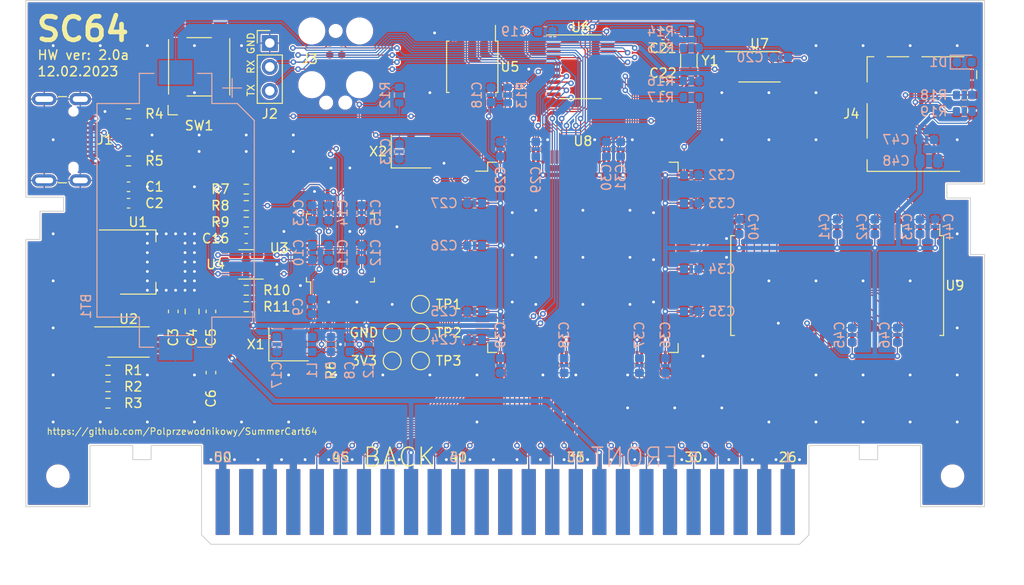
<source format=kicad_pcb>
(kicad_pcb (version 20211014) (generator pcbnew)
  (title_block (title "SC64") (date "2022-05-15") (rev "2.0") (company "Polprzewodnikowy"))
  (layers (0 "F.Cu" signal) (31 "B.Cu" signal) (34 "B.Paste" user) (35 "F.Paste" user) (36 "B.SilkS" user "B.Silkscreen") (37 "F.SilkS" user "F.Silkscreen") (38 "B.Mask" user) (39 "F.Mask" user) (44 "Edge.Cuts" user))
  (net 0 "")
  (net 7 "N64_AD15")
  (net 8 "N64_AD14")
  (net 9 "N64_AD13")
  (net 10 "N64_AD12")
  (net 11 "N64_AD11")
  (net 12 "N64_AD10")
  (net 13 "N64_AD9")
  (net 14 "N64_AD8")
  (net 15 "N64_CIC_DATA")
  (net 16 "N64_PIF_CLK")
  (net 17 "N64_JOYBUS")
  (net 18 "N64_AD0")
  (net 19 "N64_AD1")
  (net 20 "N64_AD2")
  (net 21 "N64_AD3")
  (net 22 "N64_ALEL")
  (net 23 "N64_ALEH")
  (net 24 "N64_AD4")
  (net 25 "N64_AD5")
  (net 26 "N64_AD6")
  (net 27 "N64_AD7")
  (net 28 "N64_CIC_CLK")
  (net 29 "N64_VIDEO_SYNC")
  (net 30 "SD_DAT2")
  (net 31 "SD_DAT3")
  (net 32 "SD_CMD")
  (net 33 "SD_CLK")
  (net 34 "SD_DAT0")
  (net 35 "SD_DAT1")
  (net 36 "SD_DET")
  (net 37 "SWDIO")
  (net 38 "SWCLK")
  (net 39 "UART_TX")
  (net 40 "UART_RX")
  (net 41 "JTAG_TDO")
  (net 42 "JTAG_TDI")
  (net 43 "JTAG_TCK")
  (net 44 "JTAG_TMS")
  (net 45 "Net-(BT1-Pad1)")
  (net 46 "GND")
  (net 47 "I2C_SDA")
  (net 48 "I2C_SCL")
  (net 49 "RTC_MFP")
  (net 50 "+3V3")
  (net 51 "N64_3V3")
  (net 52 "+5V")
  (net 53 "FLASH_CS")
  (net 54 "FLASH_IO1")
  (net 55 "FLASH_IO2")
  (net 56 "FLASH_IO0")
  (net 57 "FLASH_CLK")
  (net 58 "FLASH_IO3")
  (net 59 "FTDI_D0")
  (net 60 "FTDI_D1")
  (net 61 "FTDI_D2")
  (net 62 "FTDI_D3")
  (net 63 "FTDI_D4")
  (net 64 "FTDI_D5")
  (net 65 "FTDI_D6")
  (net 66 "FTDI_D7")
  (net 67 "FTDI_C0")
  (net 68 "FTDI_C1")
  (net 69 "FTDI_C2")
  (net 70 "~{N64_WRITE}")
  (net 71 "~{N64_READ}")
  (net 72 "~{N64_RESET}")
  (net 73 "~{N64_INT}")
  (net 74 "~{N64_NMI}")
  (net 75 "SDRAM_DQ0")
  (net 76 "SDRAM_DQ1")
  (net 77 "SDRAM_DQ2")
  (net 78 "SDRAM_DQ3")
  (net 79 "SDRAM_DQ4")
  (net 80 "SDRAM_DQ5")
  (net 81 "SDRAM_DQ6")
  (net 82 "SDRAM_DQ7")
  (net 83 "SDRAM_DQ8")
  (net 84 "SDRAM_DQ9")
  (net 85 "SDRAM_DQ10")
  (net 86 "SDRAM_DQ11")
  (net 87 "SDRAM_DQ12")
  (net 88 "SDRAM_DQ13")
  (net 89 "SDRAM_DQ14")
  (net 90 "SDRAM_DQ15")
  (net 91 "FPGA_CLK")
  (net 92 "MCU_CS")
  (net 93 "MCU_MOSI")
  (net 94 "MCU_MISO")
  (net 95 "MCU_INT")
  (net 96 "SDRAM_DQML")
  (net 97 "~{SDRAM_WE}")
  (net 98 "~{SDRAM_CAS}")
  (net 99 "~{SDRAM_RAS}")
  (net 100 "~{SDRAM_CS}")
  (net 101 "SDRAM_BA0")
  (net 102 "SDRAM_BA1")
  (net 103 "SDRAM_A10")
  (net 104 "SDRAM_A0")
  (net 105 "SDRAM_A1")
  (net 106 "SDRAM_A2")
  (net 107 "SDRAM_A3")
  (net 108 "SDRAM_A4")
  (net 109 "SDRAM_A5")
  (net 110 "SDRAM_A6")
  (net 111 "SDRAM_A7")
  (net 112 "SDRAM_A8")
  (net 113 "SDRAM_A9")
  (net 114 "SDRAM_A11")
  (net 115 "SDRAM_A12")
  (net 116 "SDRAM_CLK")
  (net 117 "SDRAM_DQMH")
  (net 118 "FTDI_C3")
  (net 119 "FTDI_C4")
  (net 120 "FTDI_C5")
  (net 121 "FTDI_C6")
  (net 122 "LED")
  (net 123 "TEST1")
  (net 124 "TEST2")
  (net 125 "FTDI_C7")
  (net 126 "USB_D+")
  (net 127 "USB_D-")
  (net 128 "Net-(D1-Pad2)")
  (net 129 "BUTTON")
  (net 133 "TEST3")
  (net 134 "MCU_SCLK")
  (net 136 "Net-(C3-Pad1)")
  (net 137 "Net-(J1-PadA5)")
  (net 139 "Net-(J1-PadB5)")
  (net 141 "Net-(R1-Pad2)")
  (net 142 "Net-(R3-Pad1)")
  (net 143 "Net-(R10-Pad1)")
  (net 144 "USB_EEDATA")
  (net 145 "USB_CLK")
  (net 149 "USB_EECLK")
  (net 150 "USB_EECS")
  (net 154 "Net-(C7-Pad2)")
  (net 155 "Net-(C8-Pad1)")
  (net 156 "Net-(C14-Pad2)")
  (net 157 "Net-(R13-Pad1)")
  (net 158 "Net-(C21-Pad1)")
  (net 159 "Net-(C22-Pad2)")
  (net 160 "Net-(C13-Pad2)")
  (net 161 "Net-(R6-Pad2)")
  (net 162 "Net-(R7-Pad2)")
  (footprint "Resistor_SMD:R_0603_1608Metric" (layer "F.Cu") (at 107.825 117 180)
    (fp_text reference "R1")
    (fp_text value "1k")
  )
  (footprint "Package_QFP:LQFP-48_7x7mm_P0.5mm" (layer "F.Cu") (at 132.5 104 90)
    (fp_text reference "U3")
    (fp_text value "FT232HL")
  )
  (footprint "Capacitor_SMD:C_0603_1608Metric" (layer "F.Cu") (at 118.75 110.75 90)
    (fp_text reference "C5")
    (fp_text value "100nF")
  )
  (footprint "custom:SW_SPST_Omron_B3FS-105xP_custom" (layer "F.Cu") (at 117.5 84.75 90)
    (fp_text reference "SW1")
    (fp_text value "B3FS-1050")
  )
  (footprint "TestPoint:TestPoint_Pad_D1.5mm" (layer "F.Cu") (at 138 113)
    (fp_text reference "GND1" hide)
    (fp_text value "TestPoint")
  )
  (footprint "Resistor_SMD:R_0603_1608Metric" (layer "F.Cu") (at 122.5 110.25 180)
    (fp_text reference "R11")
    (fp_text value "10k")
  )
  (footprint "Capacitor_SMD:C_0603_1608Metric" (layer "F.Cu") (at 166.75 81.35 180)
    (fp_text reference "C21")
    (fp_text value "7pF")
  )
  (footprint "Capacitor_SMD:C_0603_1608Metric" (layer "F.Cu") (at 110 97.5)
    (fp_text reference "C1")
    (fp_text value "4.7uF")
  )
  (footprint "Package_SO:TSSOP-8_4.4x3mm_P0.65mm" (layer "F.Cu") (at 177 84.75)
    (fp_text reference "U7")
    (fp_text value "MCP7940N-x/ST")
  )
  (footprint "Package_TO_SOT_SMD:SOT-23-6" (layer "F.Cu") (at 122.5 105.75 180)
    (fp_text reference "U4")
    (fp_text value "93AA56Bx-x/OT")
  )
  (footprint "Resistor_SMD:R_0603_1608Metric" (layer "F.Cu") (at 122.5 99.5)
    (fp_text reference "R8")
    (fp_text value "10k")
  )
  (footprint "Package_SO:TSOP-II-54_22.2x10.16mm_P0.8mm" (layer "F.Cu") (at 185.25 108 -90)
    (fp_text reference "U9")
    (fp_text value "IS42S16320F-7TL")
  )
  (footprint "Package_SO:SOIC-8_5.23x5.23mm_P1.27mm" (layer "F.Cu") (at 146.5 84.75 -90)
    (fp_text reference "U5")
    (fp_text value "W25Q128JVSIQ")
  )
  (footprint "Capacitor_SMD:C_0603_1608Metric" (layer "F.Cu") (at 114.75 110.75 90)
    (fp_text reference "C3")
    (fp_text value "100nF")
  )
  (footprint "TestPoint:TestPoint_Pad_D1.5mm" (layer "F.Cu") (at 138 116)
    (fp_text reference "3V1" hide)
    (fp_text value "TestPoint")
  )
  (footprint "Resistor_SMD:R_0603_1608Metric" (layer "F.Cu") (at 107.825 118.75)
    (fp_text reference "R2")
    (fp_text value "330R")
  )
  (footprint "Connector_Card:microSD_HC_Molex_104031-0811" (layer "F.Cu") (at 194.25 89.75 -90)
    (fp_text reference "J4")
    (fp_text value "104031-0811")
  )
  (footprint "Package_QFP:TQFP-144_20x20mm_P0.5mm" (layer "F.Cu") (at 158.25 105)
    (fp_text reference "U8")
    (fp_text value "LCMXO2-7000HC-6TG144x")
  )
  (footprint "MountingHole:MountingHole_2mm" (layer "F.Cu") (at 197.5 128.25)
    (fp_text reference "REF**" hide)
    (fp_text value "MountingHole_2mm" hide)
  )
  (footprint "Resistor_SMD:R_0603_1608Metric" (layer "F.Cu") (at 110 94.75 180)
    (fp_text reference "R5")
    (fp_text value "5.1k")
  )
  (footprint "Resistor_SMD:R_0603_1608Metric" (layer "F.Cu") (at 110 89.75 180)
    (fp_text reference "R4")
    (fp_text value "5.1k")
  )
  (footprint "Resistor_SMD:R_0603_1608Metric" (layer "F.Cu") (at 131.5 114.25 90)
    (fp_text reference "R6")
    (fp_text value "12k")
  )
  (footprint "Capacitor_SMD:C_0603_1608Metric" (layer "F.Cu") (at 122.5 103 180)
    (fp_text reference "C16")
    (fp_text value "100nF")
  )
  (footprint "Package_SO:TSSOP-8_4.4x3mm_P0.65mm" (layer "F.Cu") (at 110 114)
    (fp_text reference "U2")
    (fp_text value "TPS2111A")
  )
  (footprint "TestPoint:TestPoint_Pad_D1.5mm" (layer "F.Cu") (at 141 110)
    (fp_text reference "TP1")
    (fp_text value "TestPoint")
  )
  (footprint "Resistor_SMD:R_0603_1608Metric" (layer "F.Cu") (at 122.5 97.75)
    (fp_text reference "R7")
    (fp_text value "12k")
  )
  (footprint "Connector_PinHeader_2.54mm:PinHeader_1x03_P2.54mm_Vertical" (layer "F.Cu") (at 125 82.225)
    (fp_text reference "J2")
    (fp_text value "Conn_01x03_Male")
  )
  (footprint "Crystal:Crystal_SMD_3215-2Pin_3.2x1.5mm" (layer "F.Cu") (at 169.5 84.1 90)
    (fp_text reference "Y1")
    (fp_text value "FC-135")
  )
  (footprint "TestPoint:TestPoint_Pad_D1.5mm" (layer "F.Cu") (at 141 113)
    (fp_text reference "TP2")
    (fp_text value "TestPoint")
  )
  (footprint "sc64v2:N64_Edge" (layer "F.Cu") (at 150 125)
    (fp_text reference "J_N1" hide)
    (fp_text value "N64_Cartridge")
    (fp_line (start -32.25 9.5) (end -31.25 10.5) (layer "Edge.Cuts") (width 0.1))
    (fp_line (start 31.25 10.5) (end 32.25 9.5) (layer "Edge.Cuts") (width 0.1))
    (fp_line (start 0 10.5) (end 31.25 10.5) (layer "Edge.Cuts") (width 0.1))
    (fp_line (start 32.25 9.5) (end 32.25 0) (layer "Edge.Cuts") (width 0.1))
    (fp_line (start -32.25 9.5) (end -32.25 0) (layer "Edge.Cuts") (width 0.1))
    (fp_line (start 0 10.5) (end -31.25 10.5) (layer "Edge.Cuts") (width 0.1))
  )
  (footprint "sc64v2:TC2050-FP" (layer "F.Cu") (at 132 80.94 -90)
    (fp_text reference "J3")
    (fp_text value "TC2050-FP")
  )
  (footprint "Resistor_SMD:R_0603_1608Metric" (layer "F.Cu") (at 122.5 101.25 180)
    (fp_text reference "R9")
    (fp_text value "5.1k")
  )
  (footprint "Capacitor_SMD:C_0805_2012Metric" (layer "F.Cu") (at 116.75 110.75 90)
    (fp_text reference "C4")
    (fp_text value "47uF")
  )
  (footprint "Capacitor_SMD:C_0603_1608Metric" (layer "F.Cu") (at 118.75 117.25 -90)
    (fp_text reference "C6")
    (fp_text value "100nF")
  )
  (footprint "Resistor_SMD:R_0603_1608Metric" (layer "F.Cu") (at 122.5 108.5)
    (fp_text reference "R10")
    (fp_text value "2.2k")
  )
  (footprint "Package_TO_SOT_SMD:SOT-223-3_TabPin2" (layer "F.Cu") (at 111 105.5)
    (fp_text reference "U1")
    (fp_text value "TC1264-3.3VDB")
  )
  (footprint "Oscillator:Oscillator_SMD_SeikoEpson_SG8002CE-4Pin_3.2x2.5mm" (layer "F.Cu") (at 140 93.75)
    (fp_text reference "X2")
    (fp_text value "ECS-3225MV-500-BN")
  )
  (footprint "Capacitor_SMD:C_0603_1608Metric" (layer "F.Cu") (at 110 99.25)
    (fp_text reference "C2")
    (fp_text value "100nF")
  )
  (footprint "Oscillator:Oscillator_SMD_SeikoEpson_SG8002CE-4Pin_3.2x2.5mm" (layer "F.Cu") (at 127 114.25)
    (fp_text reference "X1")
    (fp_text value "ECS-3225MV-120-CN")
  )
  (footprint "Package_SO:TSSOP-20_4.4x6.5mm_P0.65mm" (layer "F.Cu") (at 158 84.75)
    (fp_text reference "U6")
    (fp_text value "STM32G030F6P6")
  )
  (footprint "Resistor_SMD:R_0603_1608Metric" (layer "F.Cu") (at 107.825 120.5)
    (fp_text reference "R3")
    (fp_text value "470R")
  )
  (footprint "TestPoint:TestPoint_Pad_D1.5mm" (layer "F.Cu") (at 141 116)
    (fp_text reference "TP3")
    (fp_text value "TestPoint")
  )
  (footprint "Capacitor_SMD:C_0603_1608Metric" (layer "F.Cu") (at 166.75 86.85)
    (fp_text reference "C22")
    (fp_text value "7pF")
  )
  (footprint "Connector_USB:USB_C_Receptacle_JAE_DX07S016JA1R1500" (layer "F.Cu") (at 102.2 92.5 -90)
    (fp_text reference "J1")
    (fp_text value "DX07S016JA3R1500")
  )
  (footprint "MountingHole:MountingHole_2mm" (layer "F.Cu") (at 102.5 128.25)
    (fp_text reference "REF**" hide)
    (fp_text value "MountingHole_2mm" hide)
  )
  (footprint "LED_SMD:LED_0603_1608Metric" (layer "B.Cu") (at 198.75 84.25)
    (fp_text reference "D1")
    (fp_text value "150060RS75000")
  )
  (footprint "Capacitor_SMD:C_0603_1608Metric" (layer "B.Cu") (at 129.5 110.25 -90)
    (fp_text reference "C9")
    (fp_text value "100nF")
  )
  (footprint "Resistor_SMD:R_0603_1608Metric" (layer "B.Cu") (at 138.75 87.75 90)
    (fp_text reference "R12")
    (fp_text value "10k")
  )
  (footprint "Capacitor_SMD:C_0603_1608Metric" (layer "B.Cu") (at 146.75 110.75 180)
    (fp_text reference "C25")
    (fp_text value "100nF")
  )
  (footprint "Capacitor_SMD:C_0603_1608Metric" (layer "B.Cu") (at 156.25 116.5 -90)
    (fp_text reference "C38")
    (fp_text value "100nF")
  )
  (footprint "Capacitor_SMD:C_0603_1608Metric" (layer "B.Cu") (at 169.75 110.75)
    (fp_text reference "C35")
    (fp_text value "100nF")
  )
  (footprint "Capacitor_SMD:C_0603_1608Metric" (layer "B.Cu") (at 153.25 93.5 90)
    (fp_text reference "C29")
    (fp_text value "100nF")
  )
  (footprint "Capacitor_SMD:C_0603_1608Metric" (layer "B.Cu") (at 131.25 104.5 -90)
    (fp_text reference "C11")
    (fp_text value "100nF")
  )
  (footprint "Resistor_SMD:R_0603_1608Metric" (layer "B.Cu") (at 198.75 89.5)
    (fp_text reference "R19")
    (fp_text value "10k")
  )
  (footprint "Resistor_SMD:R_0603_1608Metric" (layer "B.Cu") (at 169.75 88)
    (fp_text reference "R17")
    (fp_text value "10k")
  )
  (footprint "Capacitor_SMD:C_0603_1608Metric" (layer "B.Cu") (at 162.25 93.5 90)
    (fp_text reference "C31")
    (fp_text value "100nF")
  )
  (footprint "Capacitor_SMD:C_0603_1608Metric" (layer "B.Cu") (at 146.75 103.75 180)
    (fp_text reference "C26")
    (fp_text value "100nF")
  )
  (footprint "Capacitor_SMD:C_0603_1608Metric" (layer "B.Cu") (at 194.05 101.75 90)
    (fp_text reference "C43")
    (fp_text value "100nF")
  )
  (footprint "Capacitor_SMD:C_0603_1608Metric" (layer "B.Cu") (at 189.25 101.75 90)
    (fp_text reference "C42")
    (fp_text value "100nF")
  )
  (footprint "Capacitor_SMD:C_0603_1608Metric" (layer "B.Cu") (at 186.85 113.25 90)
    (fp_text reference "C45")
    (fp_text value "100nF")
  )
  (footprint "Capacitor_SMD:C_0603_1608Metric" (layer "B.Cu") (at 138.75 93.75 -90)
    (fp_text reference "C23")
    (fp_text value "100nF")
  )
  (footprint "Capacitor_SMD:C_0603_1608Metric" (layer "B.Cu") (at 129.5 100.25 -90)
    (fp_text reference "C13")
    (fp_text value "100nF")
  )
  (footprint "Capacitor_SMD:C_0603_1608Metric" (layer "B.Cu") (at 174.85 101.75 90)
    (fp_text reference "C40")
    (fp_text value "100nF")
  )
  (footprint "Resistor_SMD:R_0603_1608Metric" (layer "B.Cu") (at 150.25 87.75 -90)
    (fp_text reference "R13")
    (fp_text value "10k")
  )
  (footprint "Resistor_SMD:R_0603_1608Metric" (layer "B.Cu") (at 169.75 82.75)
    (fp_text reference "R15")
    (fp_text value "2.2k")
  )
  (footprint "Capacitor_SMD:C_0603_1608Metric" (layer "B.Cu") (at 149.5 116.5 -90)
    (fp_text reference "C39")
    (fp_text value "100nF")
  )
  (footprint "Capacitor_SMD:C_0603_1608Metric" (layer "B.Cu") (at 131.25 100.25 -90)
    (fp_text reference "C14")
    (fp_text value "100nF")
  )
  (footprint "Battery:BatteryHolder_Keystone_1060_1x2032" (layer "B.Cu") (at 115 100 -90)
    (fp_text reference "BT1")
    (fp_text value "1060")
  )
  (footprint "Capacitor_SMD:C_0603_1608Metric" (layer "B.Cu") (at 134.75 104.5 90)
    (fp_text reference "C12")
    (fp_text value "100nF")
  )
  (footprint "Capacitor_SMD:C_0603_1608Metric" (layer "B.Cu") (at 160.75 93.5 90)
    (fp_text reference "C30")
    (fp_text value "100nF")
  )
  (footprint "Capacitor_SMD:C_0603_1608Metric" (layer "B.Cu") (at 179.25 83.75 180)
    (fp_text reference "C20")
    (fp_text value "100nF")
  )
  (footprint "Inductor_SMD:L_0603_1608Metric" (layer "B.Cu") (at 135.5 114.25 -90)
    (fp_text reference "L2")
    (fp_text value "470R")
  )
  (footprint "Capacitor_SMD:C_0603_1608Metric" (layer "B.Cu") (at 185.25 101.75 90)
    (fp_text reference "C41")
    (fp_text value "100nF")
  )
  (footprint "Capacitor_SMD:C_0603_1608Metric" (layer "B.Cu") (at 133.5 114.25 90)
    (fp_text reference "C8")
    (fp_text value "100nF")
  )
  (footprint "Capacitor_SMD:C_0603_1608Metric" (layer "B.Cu") (at 146.75 99.25 180)
    (fp_text reference "C27")
    (fp_text value "100nF")
  )
  (footprint "Capacitor_SMD:C_0603_1608Metric" (layer "B.Cu") (at 169.75 96.25)
    (fp_text reference "C32")
    (fp_text value "100nF")
  )
  (footprint "Resistor_SMD:R_0603_1608Metric" (layer "B.Cu") (at 169.75 81)
    (fp_text reference "R14")
    (fp_text value "2.2k")
  )
  (footprint "Capacitor_SMD:C_0603_1608Metric" (layer "B.Cu") (at 169.75 99.25)
    (fp_text reference "C33")
    (fp_text value "100nF")
  )
  (footprint "Capacitor_SMD:C_0603_1608Metric" (layer "B.Cu") (at 191.65 113.25 90)
    (fp_text reference "C46")
    (fp_text value "100nF")
  )
  (footprint "Capacitor_SMD:C_0603_1608Metric" (layer "B.Cu") (at 131.5 114.25 -90)
    (fp_text reference "C7")
    (fp_text value "100nF")
  )
  (footprint "Capacitor_SMD:C_0603_1608Metric" (layer "B.Cu") (at 167 116.5 -90)
    (fp_text reference "C36")
    (fp_text value "100nF")
  )
  (footprint "Capacitor_SMD:C_0603_1608Metric" (layer "B.Cu") (at 146.75 113.75 180)
    (fp_text reference "C24")
    (fp_text value "100nF")
  )
  (footprint "Resistor_SMD:R_0603_1608Metric" (layer "B.Cu") (at 169.75 86.25 180)
    (fp_text reference "R16")
    (fp_text value "10k")
  )
  (footprint "Capacitor_SMD:C_0603_1608Metric" (layer "B.Cu") (at 194.75 92.5)
    (fp_text reference "C47")
    (fp_text value "100nF")
  )
  (footprint "Capacitor_SMD:C_0603_1608Metric" (layer "B.Cu") (at 148.5 87.75 90)
    (fp_text reference "C18")
    (fp_text value "100nF")
  )
  (footprint "Capacitor_SMD:C_0805_2012Metric" (layer "B.Cu") (at 195 94.75)
    (fp_text reference "C48")
    (fp_text value "47uF")
  )
  (footprint "Capacitor_SMD:C_0603_1608Metric" (layer "B.Cu") (at 125.75 114.25 -90)
    (fp_text reference "C17")
    (fp_text value "100nF")
  )
  (footprint "Capacitor_SMD:C_0603_1608Metric" (layer "B.Cu") (at 164.25 116.5 -90)
    (fp_text reference "C37")
    (fp_text value "100nF")
  )
  (footprint "Inductor_SMD:L_0603_1608Metric" (layer "B.Cu") (at 129.5 114.25 -90)
    (fp_text reference "L1")
    (fp_text value "470R")
  )
  (footprint "Capacitor_SMD:C_0603_1608Metric" (layer "B.Cu") (at 129.5 104.5 -90)
    (fp_text reference "C10")
    (fp_text value "100nF")
  )
  (footprint "Capacitor_SMD:C_0603_1608Metric" (layer "B.Cu") (at 169.75 106.25)
    (fp_text reference "C34")
    (fp_text value "100nF")
  )
  (footprint "Capacitor_SMD:C_0603_1608Metric" (layer "B.Cu") (at 149.5 93.5 90)
    (fp_text reference "C28")
    (fp_text value "100nF")
  )
  (footprint "Capacitor_SMD:C_0603_1608Metric" (layer "B.Cu") (at 195.65 101.75 90)
    (fp_text reference "C44")
    (fp_text value "100nF")
  )
  (footprint "Capacitor_SMD:C_0603_1608Metric" (layer "B.Cu") (at 154.25 81)
    (fp_text reference "C19")
    (fp_text value "100nF")
  )
  (footprint "Resistor_SMD:R_0603_1608Metric" (layer "B.Cu") (at 198.75 87.75)
    (fp_text reference "R18")
    (fp_text value "1k")
  )
  (footprint "Capacitor_SMD:C_0603_1608Metric" (layer "B.Cu") (at 134.75 100.25 90)
    (fp_text reference "C15")
    (fp_text value "100nF")
  )
  (gr_line locked (start 112.4 126.5) (end 112.4 125) (layer "Edge.Cuts") (width 0.1))
  (gr_line locked (start 105.9 131.5) (end 105.9 125) (layer "Edge.Cuts") (width 0.1))
  (gr_line locked (start 200.9 104.7) (end 199.4 104.7) (layer "Edge.Cuts") (width 0.1))
  (gr_line locked (start 182.25 125) (end 187.6 125) (layer "Edge.Cuts") (width 0.1))
  (gr_line locked (start 110.45 125) (end 110.45 126.5) (layer "Edge.Cuts") (width 0.1))
  (gr_line locked (start 199.4 98.7) (end 196.9 98.7) (layer "Edge.Cuts") (width 0.1))
  (gr_line locked (start 189.55 126.5) (end 189.55 125) (layer "Edge.Cuts") (width 0.1))
  (gr_line locked (start 103.1 100.1) (end 103.1 98.6) (layer "Edge.Cuts") (width 0.1))
  (gr_line locked (start 194.1 125) (end 194.1 131.5) (layer "Edge.Cuts") (width 0.1))
  (gr_line locked (start 110.45 126.5) (end 112.4 126.5) (layer "Edge.Cuts") (width 0.1))
  (gr_line locked (start 199.4 104.7) (end 199.4 98.7) (layer "Edge.Cuts") (width 0.1))
  (gr_line locked (start 105.9 125) (end 110.45 125) (layer "Edge.Cuts") (width 0.1))
  (gr_line locked (start 200.9 131.5) (end 200.9 104.7) (layer "Edge.Cuts") (width 0.1))
  (gr_line locked (start 99.1 77.7) (end 200.9 77.7) (layer "Edge.Cuts") (width 0.1))
  (gr_line locked (start 99.1 98.6) (end 99.1 77.7) (layer "Edge.Cuts") (width 0.1))
  (gr_line locked (start 194.1 131.5) (end 200.9 131.5) (layer "Edge.Cuts") (width 0.1))
  (gr_line locked (start 187.6 126.5) (end 189.55 126.5) (layer "Edge.Cuts") (width 0.1))
  (gr_line locked (start 99.1 131.5) (end 105.9 131.5) (layer "Edge.Cuts") (width 0.1))
  (gr_line locked (start 187.6 125) (end 187.6 126.5) (layer "Edge.Cuts") (width 0.1))
  (gr_line locked (start 99.1 131.5) (end 99.1 103.1) (layer "Edge.Cuts") (width 0.1))
  (gr_line locked (start 200.9 77.7) (end 200.9 97.2) (layer "Edge.Cuts") (width 0.1))
  (gr_line locked (start 100.6 103.1) (end 100.6 100.1) (layer "Edge.Cuts") (width 0.1))
  (gr_line locked (start 103.1 98.6) (end 99.1 98.6) (layer "Edge.Cuts") (width 0.1))
  (gr_line locked (start 196.9 97.2) (end 200.9 97.2) (layer "Edge.Cuts") (width 0.1))
  (gr_line locked (start 112.4 125) (end 117.75 125) (layer "Edge.Cuts") (width 0.1))
  (gr_line locked (start 100.6 100.1) (end 103.1 100.1) (layer "Edge.Cuts") (width 0.1))
  (gr_line locked (start 189.55 125) (end 194.1 125) (layer "Edge.Cuts") (width 0.1))
  (gr_line locked (start 196.9 98.7) (end 196.9 97.2) (layer "Edge.Cuts") (width 0.1))
  (gr_line locked (start 99.1 103.1) (end 100.6 103.1) (layer "Edge.Cuts") (width 0.1))
  (gr_text "RX" (at 123 84.75 90) (layer "F.SilkS") (effects (font (size 0.75 0.75) (thickness 0.125))))
  (gr_text "TX" (at 123 87.25 90) (layer "F.SilkS") (effects (font (size 0.75 0.75) (thickness 0.125))))
  (gr_text "HW ver: 2.0a" (at 100.25 83.5) (layer "F.SilkS") (effects (font (size 1 1)) (justify left)))
  (gr_text "12.02.2023" (at 100.25 85.25) (layer "F.SilkS") (effects (font (size 1 1)) (justify left)))
  (gr_text "GND" (at 135 113) (layer "F.SilkS") (effects (font (size 1 1))))
  (gr_text "https://github.com/Polprzewodnikowy/SummerCart64" (at 101.25 123.5) (layer "F.SilkS") (effects (font (size 0.7 0.7) (thickness 0.1)) (justify left)))
  (gr_text "3V3" (at 135 116) (layer "F.SilkS") (effects (font (size 1 1))))
  (gr_text "GND" (at 123 82.25 90) (layer "F.SilkS") (effects (font (size 0.75 0.75) (thickness 0.125))))
  (gr_text "SC64" (at 100 80.75) (layer "F.SilkS") (effects (font (size 2.5 2.5) (thickness 0.5)) (justify left)))
  (segment (start 160.5 115.6625) (end 160.5 121.381744) (width 0.127) (layer "F.Cu") (net 7))
  (segment (start 160.5 121.381744) (end 161.593616 122.47536) (width 0.127) (layer "F.Cu") (net 7))
  (segment (start 161.593616 122.47536) (end 171.22536 122.47536) (width 0.127) (layer "F.Cu") (net 7))
  (segment (start 171.22536 122.47536) (end 173.75 125) (width 0.127) (layer "F.Cu") (net 7))
  (via (at 173.75 125) (size 0.6) (drill 0.3) (layers "F.Cu" "B.Cu") (net 7))
  (segment (start 175 131) (end 175 126.25) (width 0.127) (layer "B.Cu") (net 7))
  (segment (start 175 126.25) (end 173.75 125) (width 0.127) (layer "B.Cu") (net 7))
  (segment (start 161.383592 122.9824) (end 169.2324 122.9824) (width 0.127) (layer "F.Cu") (net 8))
  (segment (start 159.5 121.098808) (end 161.383592 122.9824) (width 0.127) (layer "F.Cu") (net 8))
  (segment (start 159.5 115.6625) (end 159.5 121.098808) (width 0.127) (layer "F.Cu") (net 8))
  (segment (start 169.2324 122.9824) (end 171.25 125) (width 0.127) (layer "F.Cu") (net 8))
  (via (at 171.25 125) (size 0.6) (drill 0.3) (layers "F.Cu" "B.Cu") (net 8))
  (segment (start 172.5 126.25) (end 171.25 125) (width 0.127) (layer "B.Cu") (net 8))
  (segment (start 172.5 131) (end 172.5 126.25) (width 0.127) (layer "B.Cu") (net 8))
  (segment (start 158.5 120.815872) (end 161.173568 123.48944) (width 0.127) (layer "F.Cu") (net 9))
  (segment (start 161.173568 123.48944) (end 167.23944 123.48944) (width 0.127) (layer "F.Cu") (net 9))
  (segment (start 167.23944 123.48944) (end 168.75 125) (width 0.127) (layer "F.Cu") (net 9))
  (segment (start 158.5 115.6625) (end 158.5 120.815872) (width 0.127) (layer "F.Cu") (net 9))
  (via (at 168.75 125) (size 0.6) (drill 0.3) (layers "F.Cu" "B.Cu") (net 9))
  (segment (start 170 131) (end 170 126.25) (width 0.127) (layer "B.Cu") (net 9))
  (segment (start 170 126.25) (end 168.75 125) (width 0.127) (layer "B.Cu") (net 9))
  (segment (start 162.74648 123.99648) (end 163.75 125) (width 0.127) (layer "F.Cu") (net 10))
  (segment (start 157 120.032936) (end 160.963544 123.99648) (width 0.127) (layer "F.Cu") (net 10))
  (segment (start 160.963544 123.99648) (end 162.74648 123.99648) (width 0.127) (layer "F.Cu") (net 10))
  (segment (start 157 115.6625) (end 157 120.032936) (width 0.127) (layer "F.Cu") (net 10))
  (via (at 163.75 125) (size 0.6) (drill 0.3) (layers "F.Cu" "B.Cu") (net 10))
  (segment (start 165 126.25) (end 163.75 125) (width 0.127) (layer "B.Cu") (net 10))
  (segment (start 165 131) (end 165 126.25) (width 0.127) (layer "B.Cu") (net 10))
  (segment (start 153.75 118.934128) (end 153.75 125) (width 0.127) (layer "F.Cu") (net 11))
  (segment (start 153 115.6625) (end 153 118.184128) (width 0.127) (layer "F.Cu") (net 11))
  (segment (start 153 118.184128) (end 153.75 118.934128) (width 0.127) (layer "F.Cu") (net 11))
  (via (at 153.75 125) (size 0.6) (drill 0.3) (layers "F.Cu" "B.Cu") (net 11))
  (segment (start 155 126.25) (end 153.75 125) (width 0.127) (layer "B.Cu") (net 11))
  (segment (start 155 131) (end 155 126.25) (width 0.127) (layer "B.Cu") (net 11))
  (segment (start 152 115.6625) (end 152 121.934125) (width 0.127) (layer "F.Cu") (net 12))
  (segment (start 151.25 122.684126) (end 151.25 125) (width 0.127) (layer "F.Cu") (net 12))
  (segment (start 152 121.934125) (end 151.25 122.684126) (width 0.127) (layer "F.Cu") (net 12))
  (via (at 151.25 125) (size 0.6) (drill 0.3) (layers "F.Cu" "B.Cu") (net 12))
  (segment (start 152.5 126.25) (end 151.25 125) (width 0.127) (layer "B.Cu") (net 12))
  (segment (start 152.5 131) (end 152.5 126.25) (width 0.127) (layer "B.Cu") (net 12))
  (segment (start 147.23944 124.01056) (end 146.25 125) (width 0.127) (layer "F.Cu") (net 13))
  (segment (start 149.565033 124.01056) (end 147.23944 124.01056) (width 0.127) (layer "F.Cu") (net 13))
  (segment (start 151.5 115.6625) (end 151.5 122.075594) (width 0.127) (layer "F.Cu") (net 13))
  (segment (start 151.5 122.075594) (end 149.565033 124.01056) (width 0.127) (layer "F.Cu") (net 13))
  (via (at 146.25 125) (size 0.6) (drill 0.3) (layers "F.Cu" "B.Cu") (net 13))
  (segment (start 145 131) (end 145 126.25) (width 0.127) (layer "B.Cu") (net 13))
  (segment (start 145 126.25) (end 146.25 125) (width 0.127) (layer "B.Cu") (net 13))
  (segment (start 150.5 115.6625) (end 150.5 122.358531) (width 0.127) (layer "F.Cu") (net 14))
  (segment (start 150.5 122.358531) (end 149.355011 123.50352) (width 0.127) (layer "F.Cu") (net 14))
  (segment (start 145.24648 123.50352) (end 143.75 125) (width 0.127) (layer "F.Cu") (net 14))
  (segment (start 149.355011 123.50352) (end 145.24648 123.50352) (width 0.127) (layer "F.Cu") (net 14))
  (via (at 143.75 125) (size 0.6) (drill 0.3) (layers "F.Cu" "B.Cu") (net 14))
  (segment (start 142.5 131) (end 142.5 126.25) (width 0.127) (layer "B.Cu") (net 14))
  (segment (start 142.5 126.25) (end 143.75 125) (width 0.127) (layer "B.Cu") (net 14))
  (segment (start 153.75 112) (end 153.49296 112.25704) (width 0.127) (layer "F.Cu") (net 15))
  (segment (start 141.315033 124.01056) (end 139.73944 124.01056) (width 0.127) (layer "F.Cu") (net 15))
  (segment (start 145.5 119.825593) (end 141.315033 124.01056) (width 0.127) (layer "F.Cu") (net 15))
  (segment (start 153.49296 112.25704) (end 149.75 112.25704) (width 0.127) (layer "F.Cu") (net 15))
  (segment (start 145.5 113.75) (end 145.5 119.825593) (width 0.127) (layer "F.Cu") (net 15))
  (segment (start 148.75704 113.25) (end 147.5875 113.25) (width 0.127) (layer "F.Cu") (net 15))
  (segment (start 156.275 87.025) (end 156.5 87.25) (width 0.127) (layer "F.Cu") (net 15))
  (segment (start 147.5875 113.25) (end 146 113.25) (width 0.127) (layer "F.Cu") (net 15))
  (segment (start 139.73944 124.01056) (end 138.75 125) (width 0.127) (layer "F.Cu") (net 15))
  (segment (start 149.75 112.25704) (end 148.75704 113.25) (width 0.127) (layer "F.Cu") (net 15))
  (segment (start 146 113.25) (end 145.5 113.75) (width 0.127) (layer "F.Cu") (net 15))
  (segment (start 155.1375 87.025) (end 156.275 87.025) (width 0.127) (layer "F.Cu") (net 15))
  (via (at 153.75 112) (size 0.6) (drill 0.3) (layers "F.Cu" "B.Cu") (net 15))
  (via (at 138.75 125) (size 0.6) (drill 0.3) (layers "F.Cu" "B.Cu") (net 15))
  (via (at 156.5 87.25) (size 0.6) (drill 0.3) (layers "F.Cu" "B.Cu") (net 15))
  (segment (start 137.5 131) (end 137.5 126.25) (width 0.127) (layer "B.Cu") (net 15))
  (segment (start 155.50704 110.24296) (end 155.50704 91.539977) (width 0.127) (layer "B.Cu") (net 15))
  (segment (start 153.75 112) (end 155.50704 110.24296) (width 0.127) (layer "B.Cu") (net 15))
  (segment (start 154.5 90.532937) (end 154.5 89.25) (width 0.127) (layer "B.Cu") (net 15))
  (segment (start 154.5 89.25) (end 156.5 87.25) (width 0.127) (layer "B.Cu") (net 15))
  (segment (start 155.50704 91.539977) (end 154.5 90.532937) (width 0.127) (layer "B.Cu") (net 15))
  (segment (start 137.5 126.25) (end 138.75 125) (width 0.127) (layer "B.Cu") (net 15))
  (segment (start 145.5 112.25) (end 144.99296 112.75704) (width 0.127) (layer "F.Cu") (net 16))
  (segment (start 144.99296 112.75704) (end 144.99296 119.615571) (width 0.127) (layer "F.Cu") (net 16))
  (segment (start 144.99296 119.615571) (end 141.105011 123.50352) (width 0.127) (layer "F.Cu") (net 16))
  (segment (start 147.5875 112.25) (end 145.5 112.25) (width 0.127) (layer "F.Cu") (net 16))
  (segment (start 141.105011 123.50352) (end 137.74648 123.50352) (width 0.127) (layer "F.Cu") (net 16))
  (segment (start 137.74648 123.50352) (end 136.25 125) (width 0.127) (layer "F.Cu") (net 16))
  (via (at 136.25 125) (size 0.6) (drill 0.3) (layers "F.Cu" "B.Cu") (net 16))
  (segment (start 135 131) (end 135 126.5) (width 0.127) (layer "B.Cu") (net 16))
  (segment (start 135 126.5) (end 135 126.25) (width 0.127) (layer "B.Cu") (net 16))
  (segment (start 135 126.25) (end 136.25 125) (width 0.127) (layer "B.Cu") (net 16))
  (segment (start 140.684964 122.48944) (end 133.76056 122.48944) (width 0.127) (layer "F.Cu") (net 17))
  (segment (start 143.97888 119.195524) (end 140.684964 122.48944) (width 0.127) (layer "F.Cu") (net 17))
  (segment (start 143.97888 110.77112) (end 143.97888 119.195524) (width 0.127) (layer "F.Cu") (net 17))
  (segment (start 133.76056 122.48944) (end 131.25 125) (width 0.127) (layer "F.Cu") (net 17))
  (segment (start 147.5875 109.25) (end 145.5 109.25) (width 0.127) (layer "F.Cu") (net 17))
  (segment (start 145.5 109.25) (end 143.97888 110.77112) (width 0.127) (layer "F.Cu") (net 17))
  (via (at 131.25 125) (size 0.6) (drill 0.3) (layers "F.Cu" "B.Cu") (net 17))
  (segment (start 130 131) (end 130 126.25) (width 0.127) (layer "B.Cu") (net 17))
  (segment (start 130 126.25) (end 131.25 125) (width 0.127) (layer "B.Cu") (net 17))
  (segment (start 161 115.6625) (end 161 121.523212) (width 0.127) (layer "F.Cu") (net 18))
  (segment (start 161 121.523212) (end 161.698628 122.22184) (width 0.127) (layer "F.Cu") (net 18))
  (segment (start 172.22184 122.22184) (end 175 125) (width 0.127) (layer "F.Cu") (net 18))
  (segment (start 175 125) (end 175 131) (width 0.127) (layer "F.Cu") (net 18))
  (segment (start 161.698628 122.22184) (end 172.22184 122.22184) (width 0.127) (layer "F.Cu") (net 18))
  (segment (start 161.488604 122.72888) (end 170.22888 122.72888) (width 0.127) (layer "F.Cu") (net 19))
  (segment (start 172.5 125) (end 172.5 131) (width 0.127) (layer "F.Cu") (net 19))
  (segment (start 160 115.6625) (end 160 121.240276) (width 0.127) (layer "F.Cu") (net 19))
  (segment (start 170.22888 122.72888) (end 172.5 125) (width 0.127) (layer "F.Cu") (net 19))
  (segment (start 160 121.240276) (end 161.488604 122.72888) (width 0.127) (layer "F.Cu") (net 19))
  (segment (start 170 125) (end 170 131) (width 0.127) (layer "F.Cu") (net 20))
  (segment (start 159 115.6625) (end 159 120.95734) (width 0.127) (layer "F.Cu") (net 20))
  (segment (start 159 120.95734) (end 161.27858 123.23592) (width 0.127) (layer "F.Cu") (net 20))
  (segment (start 161.27858 123.23592) (end 168.23592 123.23592) (width 0.127) (layer "F.Cu") (net 20))
  (segment (start 168.23592 123.23592) (end 170 125) (width 0.127) (layer "F.Cu") (net 20))
  (segment (start 158 120.674404) (end 161.068556 123.74296) (width 0.127) (layer "F.Cu") (net 21))
  (segment (start 165 125) (end 165 131) (width 0.127) (layer "F.Cu") (net 21))
  (segment (start 163.74296 123.74296) (end 165 125) (width 0.127) (layer "F.Cu") (net 21))
  (segment (start 161.068556 123.74296) (end 163.74296 123.74296) (width 0.127) (layer "F.Cu") (net 21))
  (segment (start 158 115.6625) (end 158 120.674404) (width 0.127) (layer "F.Cu") (net 21))
  (segment (start 162.5 125) (end 162.5 131) (width 0.127) (layer "F.Cu") (net 22))
  (segment (start 156 115.6625) (end 156 119.391468) (width 0.127) (layer "F.Cu") (net 22))
  (segment (start 160.858532 124.25) (end 161.75 124.25) (width 0.127) (layer "F.Cu") (net 22))
  (segment (start 161.75 124.25) (end 162.5 125) (width 0.127) (layer "F.Cu") (net 22))
  (segment (start 156 119.391468) (end 160.858532 124.25) (width 0.127) (layer "F.Cu") (net 22))
  (segment (start 155 119.108532) (end 157.5 121.608532) (width 0.127) (layer "F.Cu") (net 23))
  (segment (start 155 115.6625) (end 155 119.108532) (width 0.127) (layer "F.Cu") (net 23))
  (segment (start 157.5 121.608532) (end 157.5 131) (width 0.127) (layer "F.Cu") (net 23))
  (segment (start 155 119.825596) (end 155 131) (width 0.127) (layer "F.Cu") (net 24))
  (segment (start 153.5 115.6625) (end 153.5 118.325596) (width 0.127) (layer "F.Cu") (net 24))
  (segment (start 153.5 118.325596) (end 155 119.825596) (width 0.127) (layer "F.Cu") (net 24))
  (segment (start 152.5 115.6625) (end 152.5 131) (width 0.127) (layer "F.Cu") (net 25))
  (segment (start 151 115.6625) (end 151 122.217062) (width 0.127) (layer "F.Cu") (net 26))
  (segment (start 146.24296 123.75704) (end 145 125) (width 0.127) (layer "F.Cu") (net 26))
  (segment (start 145 125) (end 145 131) (width 0.127) (layer "F.Cu") (net 26))
  (segment (start 149.460022 123.75704) (end 146.24296 123.75704) (width 0.127) (layer "F.Cu") (net 26))
  (segment (start 151 122.217062) (end 149.460022 123.75704) (width 0.127) (layer "F.Cu") (net 26))
  (segment (start 150 122.5) (end 149.25 123.25) (width 0.127) (layer "F.Cu") (net 27))
  (segment (start 150 115.6625) (end 150 122.5) (width 0.127) (layer "F.Cu") (net 27))
  (segment (start 149.25 123.25) (end 144.25 123.25) (width 0.127) (layer "F.Cu") (net 27))
  (segment (start 144.25 123.25) (end 142.5 125) (width 0.127) (layer "F.Cu") (net 27))
  (segment (start 142.5 125) (end 142.5 131) (width 0.127) (layer "F.Cu") (net 27))
  (segment (start 148.75352 112.75) (end 147.5875 112.75) (width 0.127) (layer "F.Cu") (net 28))
  (segment (start 141.210022 123.75704) (end 138.74296 123.75704) (width 0.127) (layer "F.Cu") (net 28))
  (segment (start 145.75 112.75) (end 145.24648 113.25352) (width 0.127) (layer "F.Cu") (net 28))
  (segment (start 137.5 125) (end 137.5 131) (width 0.127) (layer "F.Cu") (net 28))
  (segment (start 156.860931 86.375) (end 156.985931 86.5) (width 0.127) (layer "F.Cu") (net 28))
  (segment (start 147.5875 112.75) (end 145.75 112.75) (width 0.127) (layer "F.Cu") (net 28))
  (segment (start 149.5 112.00352) (end 148.75352 112.75) (width 0.127) (layer "F.Cu") (net 28))
  (segment (start 138.74296 123.75704) (end 137.5 125) (width 0.127) (layer "F.Cu") (net 28))
  (segment (start 145.24648 119.720582) (end 141.210022 123.75704) (width 0.127) (layer "F.Cu") (net 28))
  (segment (start 152.99648 112.00352) (end 149.5 112.00352) (width 0.127) (layer "F.Cu") (net 28))
  (segment (start 154 111) (end 152.99648 112.00352) (width 0.127) (layer "F.Cu") (net 28))
  (segment (start 145.24648 113.25352) (end 145.24648 119.720582) (width 0.127) (layer "F.Cu") (net 28))
  (segment (start 155.1375 86.375) (end 156.860931 86.375) (width 0.127) (layer "F.Cu") (net 28))
  (via (at 156.985931 86.5) (size 0.6) (drill 0.3) (layers "F.Cu" "B.Cu") (net 28))
  (via (at 154 111) (size 0.6) (drill 0.3) (layers "F.Cu" "B.Cu") (net 28))
  (segment (start 154 111) (end 155.25352 109.74648) (width 0.127) (layer "B.Cu") (net 28))
  (segment (start 155.25352 109.74648) (end 155.25352 91.644989) (width 0.127) (layer "B.Cu") (net 28))
  (segment (start 155.25352 91.644989) (end 154.24648 90.637948) (width 0.127) (layer "B.Cu") (net 28))
  (segment (start 154.24648 88.75352) (end 156.5 86.5) (width 0.127) (layer "B.Cu") (net 28))
  (segment (start 156.5 86.5) (end 156.985931 86.5) (width 0.127) (layer "B.Cu") (net 28))
  (segment (start 154.24648 90.637948) (end 154.24648 88.75352) (width 0.127) (layer "B.Cu") (net 28))
  (segment (start 147.5875 108.75) (end 145.25 108.75) (width 0.127) (layer "F.Cu") (net 29))
  (segment (start 132.76408 122.23592) (end 130 125) (width 0.127) (layer "F.Cu") (net 29))
  (segment (start 130 125) (end 130 131) (width 0.127) (layer "F.Cu") (net 29))
  (segment (start 143.72536 119.090512) (end 140.579952 122.23592) (width 0.127) (layer "F.Cu") (net 29))
  (segment (start 143.72536 110.27464) (end 143.72536 119.090512) (width 0.127) (layer "F.Cu") (net 29))
  (segment (start 140.579952 122.23592) (end 132.76408 122.23592) (width 0.127) (layer "F.Cu") (net 29))
  (segment (start 145.25 108.75) (end 143.72536 110.27464) (width 0.127) (layer "F.Cu") (net 29))
  (segment (start 164.5 94.3375) (end 164.5 93) (width 0.127) (layer "F.Cu") (net 30))
  (segment (start 167.50704 89.99296) (end 193.3 89.99296) (width 0.127) (layer "F.Cu") (net 30))
  (segment (start 193.3 89.99296) (end 196.64796 86.645) (width 0.127) (layer "F.Cu") (net 30))
  (segment (start 196.64796 86.645) (end 199.7 86.645) (width 0.127) (layer "F.Cu") (net 30))
  (segment (start 164.5 93) (end 167.50704 89.99296) (width 0.127) (layer "F.Cu") (net 30))
  (segment (start 193.50352 90.24648) (end 196.005 87.745) (width 0.127) (layer "F.Cu") (net 31))
  (segment (start 167.75352 90.24648) (end 193.50352 90.24648) (width 0.127) (layer "F.Cu") (net 31))
  (segment (start 165 94.3375) (end 165 93) (width 0.127) (layer "F.Cu") (net 31))
  (segment (start 165 93) (end 167.75352 90.24648) (width 0.127) (layer "F.Cu") (net 31))
  (segment (start 196.005 87.745) (end 199.7 87.745) (width 0.127) (layer "F.Cu") (net 31))
  (segment (start 168 90.5) (end 193.681032 90.5) (width 0.127) (layer "F.Cu") (net 32))
  (segment (start 193.681032 90.5) (end 195.336032 88.845) (width 0.127) (layer "F.Cu") (net 32))
  (segment (start 165.5 93) (end 168 90.5) (width 0.127) (layer "F.Cu") (net 32))
  (segment (start 165.5 94.3375) (end 165.5 93) (width 0.127) (layer "F.Cu") (net 32))
  (segment (start 195.336032 88.845) (end 199.7 88.845) (width 0.127) (layer "F.Cu") (net 32))
  (segment (start 193.945 91.045) (end 193.65352 90.75352) (width 0.127) (layer "F.Cu") (net 33))
  (segment (start 168.24648 90.75352) (end 166 93) (width 0.127) (layer "F.Cu") (net 33))
  (segment (start 166 93) (end 166 94.3375) (width 0.127) (layer "F.Cu") (net 33))
  (segment (start 199.7 91.045) (end 193.945 91.045) (width 0.127) (layer "F.Cu") (net 33))
  (segment (start 193.65352 90.75352) (end 168.24648 90.75352) (width 0.127) (layer "F.Cu") (net 33))
  (segment (start 166.5 94.3375) (end 166.5 93) (width 0.127) (layer "F.Cu") (net 34))
  (segment (start 195.745 93.245) (end 199.7 93.245) (width 0.127) (layer "F.Cu") (net 34))
  (segment (start 166.5 93) (end 168.49296 91.00704) (width 0.127) (layer "F.Cu") (net 34))
  (segment (start 193.50704 91.00704) (end 195.745 93.245) (width 0.127) (layer "F.Cu") (net 34))
  (segment (start 168.49296 91.00704) (end 193.50704 91.00704) (width 0.127) (layer "F.Cu") (net 34))
  (segment (start 167 94.3375) (end 167 93) (width 0.127) (layer "F.Cu") (net 35))
  (segment (start 196.33444 94.295) (end 199.7 94.295) (width 0.127) (layer "F.Cu") (net 35))
  (segment (start 168.73944 91.26056) (end 193.3 91.26056) (width 0.127) (layer "F.Cu") (net 35))
  (segment (start 167 93) (end 168.73944 91.26056) (width 0.127) (layer "F.Cu") (net 35))
  (segment (start 193.3 91.26056) (end 196.33444 94.295) (width 0.127) (layer "F.Cu") (net 35))
  (segment (start 164 93) (end 167.26056 89.73944) (width 0.127) (layer "F.Cu") (net 36))
  (segment (start 193.55 89.2) (end 193.55 84.01) (width 0.127) (layer "F.Cu") (net 36))
  (segment (start 193.01056 89.73944) (end 193.55 89.2) (width 0.127) (layer "F.Cu") (net 36))
  (segment (start 167.26056 89.73944) (end 193.01056 89.73944) (width 0.127) (layer "F.Cu") (net 36))
  (segment (start 164 94.3375) (end 164 93) (width 0.127) (layer "F.Cu") (net 36))
  (via (at 193.55 88.5) (size 0.6) (drill 0.3) (layers "F.Cu" "B.Cu") (net 36))
  (segment (start 196 88.5) (end 197 89.5) (width 0.127) (layer "B.Cu") (net 36))
  (segment (start 197 89.5) (end 197.925 89.5) (width 0.127) (layer "B.Cu") (net 36))
  (segment (start 193.55 88.5) (end 196 88.5) (width 0.127) (layer "B.Cu") (net 36))
  (segment (start 162.875 83.125) (end 160.8625 83.125) (width 0.127) (layer "F.Cu") (net 37))
  (segment (start 163 83.25) (end 162.875 83.125) (width 0.127) (layer "F.Cu") (net 37))
  (segment (start 131.365 83.48) (end 131.345 83.5) (width 0.127) (layer "F.Cu") (net 37))
  (segment (start 131.345 83.5) (end 128 83.5) (width 0.127) (layer "F.Cu") (net 37))
  (via (at 163 83.25) (size 0.6) (drill 0.3) (layers "F.Cu" "B.Cu") (net 37))
  (via (at 128 83.5) (size 0.6) (drill 0.3) (layers "F.Cu" "B.Cu") (net 37))
  (segment (start 129.148508 83.24296) (end 128.891468 83.5) (width 0.127) (layer "B.Cu") (net 37))
  (segment (start 136.289978 83.24296) (end 129.148508 83.24296) (width 0.127) (layer "B.Cu") (net 37))
  (segment (start 137.789978 81.74296) (end 136.289978 83.24296) (width 0.127) (layer "B.Cu") (net 37))
  (segment (start 139.210023 81.74296) (end 137.789978 81.74296) (width 0.127) (layer "B.Cu") (net 37))
  (segment (start 140.202984 82.73592) (end 139.210023 81.74296) (width 0.127) (layer "B.Cu") (net 37))
  (segment (start 162.48592 82.73592) (end 140.202984 82.73592) (width 0.127) (layer "B.Cu") (net 37))
  (segment (start 128.891468 83.5) (end 128 83.5) (width 0.127) (layer "B.Cu") (net 37))
  (segment (start 163 83.25) (end 162.48592 82.73592) (width 0.127) (layer "B.Cu") (net 37))
  (segment (start 127.45 82.75) (end 130.825 82.75) (width 0.127) (layer "F.Cu") (net 38))
  (segment (start 163.475 82.475) (end 160.8625 82.475) (width 0.127) (layer "F.Cu") (net 38))
  (segment (start 130.825 82.75) (end 131.365 82.21) (width 0.127) (layer "F.Cu") (net 38))
  (segment (start 163.75 82.75) (end 163.475 82.475) (width 0.127) (layer "F.Cu") (net 38))
  (via (at 127.45 82.75) (size 0.6) (drill 0.3) (layers "F.Cu" "B.Cu") (net 38))
  (via (at 163.75 82.75) (size 0.6) (drill 0.3) (layers "F.Cu" "B.Cu") (net 38))
  (segment (start 163.75 82.75) (end 167.25 86.25) (width 0.127) (layer "B.Cu") (net 38))
  (segment (start 136.184966 82.98944) (end 137.684967 81.48944) (width 0.127) (layer "B.Cu") (net 38))
  (segment (start 163.4824 82.4824) (end 163.75 82.75) (width 0.127) (layer "B.Cu") (net 38))
  (segment (start 128.655548 82.75) (end 128.894988 82.98944) (width 0.127) (layer "B.Cu") (net 38))
  (segment (start 137.684967 81.48944) (end 139.315035 81.48944) (width 0.127) (layer "B.Cu") (net 38))
  (segment (start 127.45 82.75) (end 128.655548 82.75) (width 0.127) (layer "B.Cu") (net 38))
  (segment (start 139.315035 81.48944) (end 140.307994 82.4824) (width 0.127) (layer "B.Cu") (net 38))
  (segment (start 128.894988 82.98944) (end 136.184966 82.98944) (width 0.127) (layer "B.Cu") (net 38))
  (segment (start 167.25 86.25) (end 168.925 86.25) (width 0.127) (layer "B.Cu") (net 38))
  (segment (start 140.307994 82.4824) (end 163.4824 82.4824) (width 0.127) (layer "B.Cu") (net 38))
  (segment (start 162.84 84.425) (end 163 84.265) (width 0.127) (layer "F.Cu") (net 39))
  (segment (start 157.5 91) (end 157.5 94.3375) (width 0.127) (layer "F.Cu") (net 39))
  (segment (start 128 85) (end 130.345 85) (width 0.127) (layer "F.Cu") (net 39))
  (segment (start 130.345 85) (end 131.365 86.02) (width 0.127) (layer "F.Cu") (net 39))
  (segment (start 160.8625 84.425) (end 162.84 84.425) (width 0.127) (layer "F.Cu") (net 39))
  (via (at 157.5 91) (size 0.6) (drill 0.3) (layers "F.Cu" "B.Cu") (net 39))
  (via (at 163 84.265) (size 0.6) (drill 0.3) (layers "F.Cu" "B.Cu") (net 39))
  (via (at 128 85) (size 0.6) (drill 0.3) (layers "F.Cu" "B.Cu") (net 39))
  (segment (start 136.5 83.75) (end 129.75 83.75) (width 0.127) (layer "B.Cu") (net 39))
  (segment (start 158.50352 83.855012) (end 158.50352 90.439461) (width 0.127) (layer "B.Cu") (net 39))
  (segment (start 158 91) (end 157.5 91) (width 0.127) (layer "B.Cu") (net 39))
  (segment (start 157.982971 83.841503) (end 157.384428 83.24296) (width 0.127) (layer "B.Cu") (net 39))
  (segment (start 157.982971 89.574048) (end 157.982971 83.841503) (width 0.127) (layer "B.Cu") (net 39))
  (segment (start 158.5 90.442981) (end 158.5 90.5) (width 0.127) (layer "B.Cu") (net 39))
  (segment (start 125 87.305) (end 127.305 85) (width 0.127) (layer "B.Cu") (net 39))
  (segment (start 127.305 85) (end 128 85) (width 0.127) (layer "B.Cu") (net 39))
  (segment (start 158.50352 90.439461) (end 158.5 90.442981) (width 0.127) (layer "B.Cu") (net 39))
  (segment (start 157.509989 90.990011) (end 157.509989 90.04703) (width 0.127) (layer "B.Cu") (net 39))
  (segment (start 157.5 91) (end 157.509989 90.990011) (width 0.127) (layer "B.Cu") (net 39))
  (segment (start 159.108532 83.25) (end 158.50352 83.855012) (width 0.127) (layer "B.Cu") (net 39))
  (segment (start 162.656468 84.265) (end 161.641469 83.25) (width 0.127) (layer "B.Cu") (net 39))
  (segment (start 139 82.25) (end 138 82.25) (width 0.127) (layer "B.Cu") (net 39))
  (segment (start 163 84.265) (end 162.656468 84.265) (width 0.127) (layer "B.Cu") (net 39))
  (segment (start 158.5 90.5) (end 158 91) (width 0.127) (layer "B.Cu") (net 39))
  (segment (start 128.5 85) (end 128 85) (width 0.127) (layer "B.Cu") (net 39))
  (segment (start 157.509989 90.04703) (end 157.982971 89.574048) (width 0.127) (layer "B.Cu") (net 39))
  (segment (start 161.641469 83.25) (end 159.108532 83.25) (width 0.127) (layer "B.Cu") (net 39))
  (segment (start 138 82.25) (end 136.5 83.75) (width 0.127) (layer "B.Cu") (net 39))
  (segment (start 129.75 83.75) (end 128.5 85) (width 0.127) (layer "B.Cu") (net 39))
  (segment (start 139.992961 83.24296) (end 139 82.25) (width 0.127) (layer "B.Cu") (net 39))
  (segment (start 157.384428 83.24296) (end 139.992961 83.24296) (width 0.127) (layer "B.Cu") (net 39))
  (segment (start 130.865 84.25) (end 131.365 84.75) (width 0.127) (layer "F.Cu") (net 40))
  (segment (start 160.8875 83.75) (end 160.8625 83.775) (width 0.127) (layer "F.Cu") (net 40))
  (segment (start 163.75 83.75) (end 160.8875 83.75) (width 0.127) (layer "F.Cu") (net 40))
  (segment (start 127.5 84.25) (end 130.865 84.25) (width 0.127) (layer "F.Cu") (net 40))
  (segment (start 158 94.3375) (end 158 90.25) (width 0.127) (layer "F.Cu") (net 40))
  (via (at 127.5 84.25) (size 0.6) (drill 0.3) (layers "F.Cu" "B.Cu") (net 40))
  (via (at 158 90.25) (size 0.6) (drill 0.3) (layers "F.Cu" "B.Cu") (net 40))
  (via (at 163.75 83.75) (size 0.6) (drill 0.3) (layers "F.Cu" "B.Cu") (net 40))
  (segment (start 157.48944 82.98944) (end 158.25 83.75) (width 0.127) (layer "B.Cu") (net 40))
  (segment (start 127.5 84.25) (end 128.5 84.25) (width 0.127) (layer "B.Cu") (net 40))
  (segment (start 127.5 84.25) (end 125.515 84.25) (width 0.127) (layer "B.Cu") (net 40))
  (segment (start 125.515 84.25) (end 125 84.765) (width 0.127) (layer "B.Cu") (net 40))
  (segment (start 158.25 90) (end 158 90.25) (width 0.127) (layer "B.Cu") (net 40))
  (segment (start 128.5 84.25) (end 129.25352 83.49648) (width 0.127) (layer "B.Cu") (net 40))
  (segment (start 161.73944 82.98944) (end 162.5 83.75) (width 0.127) (layer "B.Cu") (net 40))
  (segment (start 158.25 83.75) (end 159.01056 82.98944) (width 0.127) (layer "B.Cu") (net 40))
  (segment (start 129.25352 83.49648) (end 136.394989 83.49648) (width 0.127) (layer "B.Cu") (net 40))
  (segment (start 139.105012 81.99648) (end 140.097972 82.98944) (width 0.127) (layer "B.Cu") (net 40))
  (segment (start 140.097972 82.98944) (end 157.48944 82.98944) (width 0.127) (layer "B.Cu") (net 40))
  (segment (start 159.01056 82.98944) (end 161.73944 82.98944) (width 0.127) (layer "B.Cu") (net 40))
  (segment (start 136.394989 83.49648) (end 137.894989 81.99648) (width 0.127) (layer "B.Cu") (net 40))
  (segment (start 158.25 83.75) (end 158.25 90) (width 0.127) (layer "B.Cu") (net 40))
  (segment (start 162.5 83.75) (end 163.75 83.75) (width 0.127) (layer "B.Cu") (net 40))
  (segment (start 137.894989 81.99648) (end 139.105012 81.99648) (width 0.127) (layer "B.Cu") (net 40))
  (segment (start 153 94.3375) (end 153 90.25) (width 0.127) (layer "F.Cu") (net 41))
  (segment (start 138 85) (end 133.655 85) (width 0.127) (layer "F.Cu") (net 41))
  (segment (start 133.655 85) (end 132.635 86.02) (width 0.127) (layer "F.Cu") (net 41))
  (via (at 138 85) (size 0.6) (drill 0.3) (layers "F.Cu" "B.Cu") (net 41))
  (via (at 153 90.25) (size 0.6) (drill 0.3) (layers "F.Cu" "B.Cu") (net 41))
  (segment (start 138.75 85) (end 139.49296 84.25704) (width 0.127) (layer "B.Cu") (net 41))
  (segment (start 153.48592 89.76408) (end 153 90.25) (width 0.127) (layer "B.Cu") (net 41))
  (segment (start 155.49648 85.644989) (end 153.48592 87.655549) (width 0.127) (layer "B.Cu") (net 41))
  (segment (start 138 85) (end 138.75 85) (width 0.127) (layer "B.Cu") (net 41))
  (segment (start 153.48592 87.655549) (end 153.48592 89.76408) (width 0.127) (layer "B.Cu") (net 41))
  (segment (start 155.148508 84.25704) (end 155.49648 84.605012) (width 0.127) (layer "B.Cu") (net 41))
  (segment (start 155.49648 84.605012) (end 155.49648 85.644989) (width 0.127) (layer "B.Cu") (net 41))
  (segment (start 139.49296 84.25704) (end 155.148508 84.25704) (width 0.127) (layer "B.Cu") (net 41))
  (segment (start 138.5 84.25) (end 133.135 84.25) (width 0.127) (layer "F.Cu") (net 42))
  (segment (start 133.135 84.25) (end 132.635 84.75) (width 0.127) (layer "F.Cu") (net 42))
  (segment (start 153.5 91) (end 153.5 94.3375) (width 0.127) (layer "F.Cu") (net 42))
  (via (at 138.5 84.25) (size 0.6) (drill 0.3) (layers "F.Cu" "B.Cu") (net 42))
  (via (at 153.5 91) (size 0.6) (drill 0.3) (layers "F.Cu" "B.Cu") (net 42))
  (segment (start 153.73944 90.76056) (end 153.5 91) (width 0.127) (layer "B.Cu") (net 42))
  (segment (start 155.25352 84.00352) (end 155.75 84.5) (width 0.127) (layer "B.Cu") (net 42))
  (segment (start 138.74648 84.00352) (end 155.25352 84.00352) (width 0.127) (layer "B.Cu") (net 42))
  (segment (start 155.75 84.5) (end 155.75 85.75) (width 0.127) (layer "B.Cu") (net 42))
  (segment (start 155.75 85.75) (end 153.73944 87.76056) (width 0.127) (layer "B.Cu") (net 42))
  (segment (start 138.5 84.25) (end 138.74648 84.00352) (width 0.127) (layer "B.Cu") (net 42))
  (segment (start 153.73944 87.76056) (end 153.73944 90.76056) (width 0.127) (layer "B.Cu") (net 42))
  (segment (start 156 90.25) (end 156 94.3375) (width 0.127) (layer "F.Cu") (net 43))
  (segment (start 132.655 83.5) (end 132.635 83.48) (width 0.127) (layer "F.Cu") (net 43))
  (segment (start 138 83.5) (end 132.655 83.5) (width 0.127) (layer "F.Cu") (net 43))
  (via (at 138 83.5) (size 0.6) (drill 0.3) (layers "F.Cu" "B.Cu") (net 43))
  (via (at 156 90.25) (size 0.6) (drill 0.3) (layers "F.Cu" "B.Cu") (net 43))
  (segment (start 138.5 83.5) (end 138 83.5) (width 0.127) (layer "B.Cu") (net 43))
  (segment (start 138.75 83.75) (end 155.358532 83.75) (width 0.127) (layer "B.Cu") (net 43))
  (segment (start 138.5 83.5) (end 138.75 83.75) (width 0.127) (layer "B.Cu") (net 43))
  (segment (start 157.475942 88.774058) (end 156 90.25) (width 0.127) (layer "B.Cu") (net 43))
  (segment (start 155.358532 83.75) (end 157.475942 85.86741) (width 0.127) (layer "B.Cu") (net 43))
  (segment (start 157.475942 85.86741) (end 157.475942 88.774058) (width 0.127) (layer "B.Cu") (net 43))
  (segment (start 133.175 82.75) (end 132.635 82.21) (width 0.127) (layer "F.Cu") (net 44))
  (segment (start 138.5 82.75) (end 133.175 82.75) (width 0.127) (layer "F.Cu") (net 44))
  (segment (start 156.5 91) (end 156.5 94.3375) (width 0.127) (layer "F.Cu") (net 44))
  (via (at 156.5 91) (size 0.6) (drill 0.3) (layers "F.Cu" "B.Cu") (net 44))
  (via (at 138.5 82.75) (size 0.6) (drill 0.3) (layers "F.Cu" "B.Cu") (net 44))
  (segment (start 157.279416 83.49648) (end 139.24648 83.49648) (width 0.127) (layer "B.Cu") (net 44))
  (segment (start 157.729451 89.469036) (end 157.729451 83.946515) (width 0.127) (layer "B.Cu") (net 44))
  (segment (start 157.729451 83.946515) (end 157.279416 83.49648) (width 0.127) (layer "B.Cu") (net 44))
  (segment (start 156.5 91) (end 156.5 90.698487) (width 0.127) (layer "B.Cu") (net 44))
  (segment (start 139.24648 83.49648) (end 138.5 82.75) (width 0.127) (layer "B.Cu") (net 44))
  (segment (start 156.5 90.698487) (end 157.729451 89.469036) (width 0.127) (layer "B.Cu") (net 44))
  (segment (start 172.325 85.075) (end 172.25 85) (width 0.127) (layer "F.Cu") (net 45))
  (segment (start 174.1375 85.075) (end 172.325 85.075) (width 0.127) (layer "F.Cu") (net 45))
  (via (at 172.25 85) (size 0.6) (drill 0.3) (layers "F.Cu" "B.Cu") (net 45))
  (segment (start 129 82.73592) (end 136.079955 82.73592) (width 0.127) (layer "B.Cu") (net 45))
  (segment (start 164.47888 82.22888) (end 167.25 85) (width 0.127) (layer "B.Cu") (net 45))
  (segment (start 137.579956 81.23592) (end 139.420046 81.23592) (width 0.127) (layer "B.Cu") (net 45))
  (segment (start 126.26408 80) (end 129 82.73592) (width 0.127) (layer "B.Cu") (net 45))
  (segment (start 167.25 85) (end 172.25 85) (width 0.127) (layer "B.Cu") (net 45))
  (segment (start 115 81.25) (end 116.25 80) (width 0.127) (layer "B.Cu") (net 45))
  (segment (start 136.079955 82.73592) (end 137.579956 81.23592) (width 0.127) (layer "B.Cu") (net 45))
  (segment (start 116.25 80) (end 126.26408 80) (width 0.127) (layer "B.Cu") (net 45))
  (segment (start 139.420046 81.23592) (end 140.413006 82.22888) (width 0.127) (layer "B.Cu") (net 45))
  (segment (start 140.413006 82.22888) (end 164.47888 82.22888) (width 0.127) (layer "B.Cu") (net 45))
  (segment (start 115 85.35) (end 115 81.25) (width 0.127) (layer "B.Cu") (net 45))
  (segment (start 120 131) (end 120 126.5) (width 0.762) (layer "F.Cu") (net 46))
  (segment (start 149 110.25) (end 149.5 109.75) (width 0.127) (layer "F.Cu") (net 46))
  (segment (start 128.3375 107.9125) (end 128.25 108) (width 0.127) (layer "F.Cu") (net 46))
  (segment (start 130.25 99.8375) (end 129.75 99.8375) (width 0.127) (layer "F.Cu") (net 46))
  (segment (start 125 131) (end 125 126.5) (width 0.762) (layer "F.Cu") (net 46))
  (segment (start 134.25 108.1625) (end 134.75 108.1625) (width 0.127) (layer "F.Cu") (net 46))
  (segment (start 163.5 94.3375) (end 163.5 92.5) (width 0.127) (layer "F.Cu") (net 46))
  (segment (start 147.5875 104.75) (end 150.75 104.75) (width 0.127) (layer "F.Cu") (net 46))
  (segment (start 157.5 115.6625) (end 157.5 117.5) (width 0.127) (layer "F.Cu") (net 46))
  (segment (start 168.9125 99.75) (end 167.5 99.75) (width 0.127) (layer "F.Cu") (net 46))
  (segment (start 143.5 95) (end 141.5 95) (width 0.127) (layer "F.Cu") (net 46))
  (segment (start 128.3375 106.25) (end 128.3375 106.75) (width 0.127) (layer "F.Cu") (net 46))
  (segment (start 167.5 110.25) (end 167 109.75) (width 0.127) (layer "F.Cu") (net 46))
  (segment (start 159.5 94.3375) (end 159.5 92.5) (width 0.127) (layer "F.Cu") (net 46))
  (segment (start 136.6625 102.25) (end 136.6625 101.75) (width 0.127) (layer "F.Cu") (net 46))
  (segment (start 105.25 95.6) (end 105.85 95.6) (width 0.508) (layer "F.Cu") (net 46))
  (segment (start 198.355 92.145) (end 198 92.5) (width 0.508) (layer "F.Cu") (net 46))
  (segment (start 149.5 100.25) (end 150.75 100.25) (width 0.127) (layer "F.Cu") (net 46))
  (segment (start 136.6625 101.75) (end 138.5 101.75) (width 0.127) (layer "F.Cu") (net 46))
  (segment (start 154.5 94.3375) (end 154.5 92.5) (width 0.127) (layer "F.Cu") (net 46))
  (segment (start 168.9125 105.25) (end 165.75 105.25) (width 0.127) (layer "F.Cu") (net 46))
  (segment (start 105.85 95.6) (end 106 95.75) (width 0.508) (layer "F.Cu") (net 46))
  (segment (start 180 131) (end 180 126.5) (width 0.762) (layer "F.Cu") (net 46))
  (segment (start 105.25 89.4) (end 107.4 89.4) (width 0.508) (layer "F.Cu") (net 46))
  (segment (start 133.75 108.1625) (end 134.25 108.1625) (width 0.127) (layer "F.Cu") (net 46))
  (segment (start 199.7 92.145) (end 198.355 92.145) (width 0.508) (layer "F.Cu") (net 46))
  (segment (start 134.25 108.1625) (end 134.25 109.75) (width 0.127) (layer "F.Cu") (net 46))
  (segment (start 167 109.75) (end 165.75 109.75) (width 0.127) (layer "F.Cu") (net 46))
  (segment (start 129.75 99.8375) (end 129.75 98) (width 0.127) (layer "F.Cu") (net 46))
  (segment (start 141.5 95) (end 141.2 94.7) (width 0.127) (layer "F.Cu") (net 46))
  (segment (start 107.4 89.4) (end 107.5 89.5) (width 0.508) (layer "F.Cu") (net 46))
  (segment (start 149 99.75) (end 149.5 100.25) (width 0.127) (layer "F.Cu") (net 46))
  (segment (start 154 115.6625) (end 154 117.5) (width 0.127) (layer "F.Cu") (net 46))
  (segment (start 153.075 84.425) (end 155.1375 84.425) (width 0.127) (layer "F.Cu") (net 46))
  (segment (start 108.65 120.5) (end 108.65 118.75) (width 0.127) (layer "F.Cu") (net 46))
  (segment (start 128.3375 106.75) (end 128.3375 107.9125) (width 0.127) (layer "F.Cu") (net 46))
  (segment (start 152.5 85) (end 153.075 84.425) (width 0.127) (layer "F.Cu") (net 46))
  (segment (start 147.5875 99.75) (end 149 99.75) (width 0.127) (layer "F.Cu") (net 46))
  (segment (start 123.6375 105.75) (end 125.75 105.75) (width 0.127) (layer "F.Cu") (net 46))
  (segment (start 168.9125 110.25) (end 167.5 110.25) (width 0.127) (layer "F.Cu") (net 46))
  (segment (start 177.5 131) (end 177.5 126.5) (width 0.762) (layer "F.Cu") (net 46))
  (segment (start 167.5 131) (end 167.5 126.5) (width 0.762) (layer "F.Cu") (net 46))
  (segment (start 127.5 131) (end 127.5 126.5) (width 0.762) (layer "F.Cu") (net 46))
  (segment (start 147.5875 110.25) (end 149 110.25) (width 0.127) (layer "F.Cu") (net 46))
  (segment (start 167 100.25) (end 165.75 100.25) (width 0.127) (layer "F.Cu") (net 46))
  (segment (start 142.5 81.15) (end 144.595 81.15) (width 0.127) (layer "F.Cu") (net 46))
  (segment (start 163 115.6625) (end 163 117.5) (width 0.127) (layer "F.Cu") (net 46))
  (segment (start 149.5 109.75) (end 150.75 109.75) (width 0.127) (layer "F.Cu") (net 46))
  (segment (start 131.25 108.1625) (end 131.25 109.75) (width 0.127) (layer "F.Cu") (net 46))
  (segment (start 167.5 99.75) (end 167 100.25) (width 0.127) (layer "F.Cu") (net 46))
  (via (at 150.75 104.75) (size 0.6) (drill 0.3) (layers "F.Cu" "B.Cu") (net 46))
  (via (at 159.5 92.5) (size 0.6) (drill 0.3) (layers "F.Cu" "B.Cu") (net 46))
  (via (at 198 102.5) (size 0.6) (drill 0.3) (layers "F.Cu" "B.Cu") (net 46))
  (via (at 127.5 93.75) (size 0.6) (drill 0.3) (layers "F.Cu" "B.Cu") (net 46))
  (via (at 198 107.5) (size 0.6) (drill 0.3) (layers "F.Cu" "B.Cu") (net 46))
  (via (at 115 108.5) (size 0.6) (drill 0.3) (layers "F.Cu" "B.Cu") (net 46))
  (via (at 142 117.5) (size 0.6) (drill 0.3) (layers "F.Cu" "B.Cu") (net 46))
  (via (at 158.25 105) (size 0.6) (drill 0.3) (layers "F.Cu" "B.Cu") (net 46))
  (via (at 198 122.5) (size 0.6) (drill 0.3) (layers "F.Cu" "B.Cu") (net 46))
  (via (at 183 82.5) (size 0.6) (drill 0.3) (layers "F.Cu" "B.Cu") (net 46))
  (via (at 154.5 92.5) (size 0.6) (drill 0.3) (layers "F.Cu" "B.Cu") (net 46))
  (via (at 113 108.5) (size 0.6) (drill 0.3) (layers "F.Cu" "B.Cu") (net 46))
  (via (at 158.25 100) (size 0.6) (drill 0.3) (layers "F.Cu" "B.Cu") (net 46))
  (via (at 146.25 126.5) (size 0.6) (drill 0.3) (layers "F.Cu" "B.Cu") (net 46))
  (via (at 141.25 126.5) (size 0.6) (drill 0.3) (layers "F.Cu" "B.Cu") (net 46))
  (via (at 153.25 110) (size 0.6) (drill 0.3) (layers "F.Cu" "B.Cu") (net 46))
  (via (at 102 107.5) (size 0.6) (drill 0.3) (layers "F.Cu" "B.Cu") (net 46))
  (via (at 129.75 98) (size 0.6) (drill 0.3) (layers "F.Cu" "B.Cu") (net 46))
  (via (at 178 107.5) (size 0.6) (drill 0.3) (layers "F.Cu" "B.Cu") (net 46))
  (via (at 198 112.5) (size 0.6) (drill 0.3) (layers "F.Cu" "B.Cu") (net 46))
  (via (at 188 117.5) (size 0.6) (drill 0.3) (layers "F.Cu" "B.Cu") (net 46))
  (via (at 148.75 126.5) (size 0.6) (drill 0.3) (layers "F.Cu" "B.Cu") (net 46))
  (via (at 168 121) (size 0.6) (drill 0.3) (layers "F.Cu" "B.Cu") (net 46))
  (via (at 126.5 102.25) (size 0.6) (drill 0.3) (layers "F.Cu" "B.Cu") (net 46))
  (via (at 122 82.5) (size 0.6) (drill 0.3) (layers "F.Cu" "B.Cu") (net 46))
  (via (at 165.75 100.25) (size 0.6) (drill 0.3) (layers "F.Cu" "B.Cu") (net 46))
  (via (at 143.5 95) (size 0.6) (drill 0.3) (layers "F.Cu" "B.Cu") (net 46))
  (via (at 163.25 100) (size 0.6) (drill 0.3) (layers "F.Cu" "B.Cu") (net 46))
  (via (at 133.75 126.5) (size 0.6) (drill 0.3) (layers "F.Cu" "B.Cu") (net 46))
  (via (at 171 115.5) (size 0.6) (drill 0.3) (layers "F.Cu" "B.Cu") (net 46))
  (via (at 158.75 126.5) (size 0.6) (drill 0.3) (layers "F.Cu" "B.Cu") (net 46))
  (via (at 112 106.5) (size 0.6) (drill 0.3) (layers "F.Cu" "B.Cu") (net 46))
  (via (at 198 82.5) (size 0.6) (drill 0.3) (layers "F.Cu" "B.Cu") (net 46))
  (via (at 127 117.5) (size 0.6) (drill 0.3) (layers "F.Cu" "B.Cu") (net 46))
  (via (at 117 97.5) (size 0.6) (drill 0.3) (layers "F.Cu" "B.Cu") (net 46))
  (via (at 117.5 93.75) (size 0.6) (drill 0.3) (layers "F.Cu" "B.Cu") (net 46))
  (via (at 178.75 126.5) (size 0.6) (drill 0.3) (layers "F.Cu" "B.Cu") (net 46))
  (via (at 188 122.5) (size 0.6) (drill 0.3) (layers "F.Cu" "B.Cu") (net 46))
  (via (at 176.25 126.5) (size 0.6) (drill 0.3) (layers "F.Cu" "B.Cu") (net 46))
  (via (at 178 87.5) (size 0.6) (drill 0.3) (layers "F.Cu" "B.Cu") (net 46))
  (via (at 154 117.5) (size 0.6) (drill 0.3) (layers "F.Cu" "B.Cu") (net 46))
  (via (at 173.5 105) (size 0.6) (drill 0.3) (layers "F.Cu" "B.Cu") (net 46))
  (via (at 142.5 81.15) (size 0.6) (drill 0.3) (layers "F.Cu" "B.Cu") (net 46))
  (via (at 178 122.5) (size 0.6) (drill 0.3) (layers "F.Cu" "B.Cu") (net 46))
  (via (at 112 108.5) (size 0.6) (drill 0.3) (layers "F.Cu" "B.Cu") (net 46))
  (via (at 138.75 126.5) (size 0.6) (drill 0.3) (layers "F.Cu" "B.Cu") (net 46))
  (via (at 122 122.5) (size 0.6) (drill 0.3) (layers "F.Cu" "B.Cu") (net 46))
  (via (at 116 105.5) (size 0.6) (drill 0.3) (layers "F.Cu" "B.Cu") (net 46))
  (via (at 112.5 92) (size 0.6) (drill 0.3) (layers "F.Cu" "B.Cu") (net 46))
  (via (at 150.75 100.25) (size 0.6) (drill 0.3) (layers "F.Cu" "B.Cu") (net 46))
  (via (at 112 117.5) (size 0.6) (drill 0.3) (layers "F.Cu" "B.Cu") (net 46))
  (via (at 112 103.5) (size 0.6) (drill 0.3) (layers "F.Cu" "B.Cu") (net 46))
  (via (at 123.75 126.5) (size 0.6) (drill 0.3) (layers "F.Cu" "B.Cu") (net 46))
  (via (at 133.5 95.5) (size 0.6) (drill 0.3) (layers "F.Cu" "B.Cu") (net 46))
  (via (at 127.5 92) (size 0.6) (drill 0.3) (layers "F.Cu" "B.Cu") (net 46))
  (via (at 147 122.5) (size 0.6) (drill 0.3) (layers "F.Cu" "B.Cu") (net 46))
  (via (at 138 110) (size 0.6) (drill 0.3) (layers "F.Cu" "B.Cu") (net 46))
  (via (at 153.25 105) (size 0.6) (drill 0.3) (layers "F.Cu" "B.Cu") (net 46))
  (via (at 183 117.5) (size 0.6) (drill 0.3) (layers "F.Cu" "B.Cu") (net 46))
  (via (at 188 107.5) (size 0.6) (drill 0.3) (layers "F.Cu" "B.Cu") (net 46))
  (via (at 158.25 110) (size 0.6) (drill 0.3) (layers "F.Cu" "B.Cu") (net 46))
  (via (at 198 92.5) (size 0.6) (drill 0.3) (layers "F.Cu" "B.Cu") (net 46))
  (via (at 183 107.5) (size 0.6) (drill 0.3) (layers "F.Cu" "B.Cu") (net 46))
  (via (at 128.75 126.5) (size 0.6) (drill 0.3) (layers "F.Cu" "B.Cu") (net 46))
  (via (at 193 117.5) (size 0.6) (drill 0.3) (layers "F.Cu" "B.Cu") (net 46))
  (via (at 102 82.5) (size 0.6) (drill 0.3) (layers "F.Cu" "B.Cu") (net 46))
  (via (at 125.75 105.75) (size 0.6) (drill 0.3) (layers "F.Cu" "B.Cu") (net 46))
  (via (at 193 107.5) (size 0.6) (drill 0.3) (layers "F.Cu" "B.Cu") (net 46))
  (via (at 128.25 108) (size 0.6) (drill 0.3) (layers "F.Cu" "B.Cu") (net 46))
  (via (at 142 87.5) (size 0.6) (drill 0.3) (layers "F.Cu" "B.Cu") (net 46))
  (via (at 112 97.5) (size 0.6) (drill 0.3) (layers "F.Cu" "B.Cu") (net 46))
  (via (at 117 87.5) (size 0.6) (drill 0.3) (layers "F.Cu" "B.Cu") (net 46))
  (via (at 112 104.5) (size 0.6) (drill 0.3) (layers "F.Cu" "B.Cu") (net 46))
  (via (at 138.5 101.75) (size 0.6) (drill 0.3) (layers "F.Cu" "B.Cu") (net 46))
  (via (at 122.5 92) (size 0.6) (drill 0.3) (layers "F.Cu" "B.Cu") (net 46))
  (via (at 116 106.5) (size 0.6) (drill 0.3) (layers "F.Cu" "B.Cu") (net 46))
  (via (at 117 117.5) (size 0.6) (drill 0.3) (layers "F.Cu" "B.Cu") (net 46))
  (via (at 107 82.5) (size 0.6) (drill 0.3) (layers "F.Cu" "B.Cu") (net 46))
  (via (at 126.25 126.5) (size 0.6) (drill 0.3) (layers "F.Cu" "B.Cu") (net 46))
  (via (at 193 122.5) (size 0.6) (drill 0.3) (layers "F.Cu" "B.Cu") (net 46))
  (via (at 112 122.5) (size 0.6) (drill 0.3) (layers "F.Cu" "B.Cu") (net 46))
  (via (at 107 122.5) (size 0.6) (drill 0.3) (layers "F.Cu" "B.Cu") (net 46))
  (via (at 183 122.5) (size 0.6) (drill 0.3) (layers "F.Cu" "B.Cu") (net 46))
  (via (at 116 108.5) (size 0.6) (drill 0.3) (layers "F.Cu" "B.Cu") (net 46))
  (via (at 117 107.5) (size 0.6) (drill 0.3) (layers "F.Cu" "B.Cu") (net 46))
  (via (at 117 82.5) (size 0.6) (drill 0.3) (layers "F.Cu" "B.Cu") (net 46))
  (via (at 131.25 109.75) (size 0.6) (drill 0.3) (layers "F.Cu" "B.Cu") (net 46))
  (via (at 132.5 114.25) (size 0.6) (drill 0.3) (layers "F.Cu" "B.Cu") (net 46))
  (via (at 173.5 103) (size 0.6) (drill 0.3) (layers "F.Cu" "B.Cu") (net 46))
  (via (at 127 122.5) (size 0.6) (drill 0.3) (layers "F.Cu" "B.Cu") (net 46))
  (via (at 117 106.5) (size 0.6) (drill 0.3) (layers "F.Cu" "B.Cu") (net 46))
  (via (at 193 82.5) (size 0.6) (drill 0.3) (layers "F.Cu" "B.Cu") (net 46))
  (via (at 121.25 126.5) (size 0.6) (drill 0.3) (layers "F.Cu" "B.Cu") (net 46))
  (via (at 171.25 126.5) (size 0.6) (drill 0.3) (layers "F.Cu" "B.Cu") (net 46))
  (via (at 179 112) (size 0.6) (drill 0.3) (layers "F.Cu" "B.Cu") (net 46))
  (via (at 163.25 110) (size 0.6) (drill 0.3) (layers "F.Cu" "B.Cu") (net 46))
  (via (at 168.75 126.5) (size 0.6) (drill 0.3) (layers "F.Cu" "B.Cu") (net 46))
  (via (at 143.75 126.5) (size 0.6) (drill 0.3) (layers "F.Cu" "B.Cu") (net 46))
  (via (at 102 117.5) (size 0.6) (drill 0.3) (layers "F.Cu" "B.Cu") (net 46))
  (via (at 117 104.5) (size 0.6) (drill 0.3) (layers "F.Cu" "B.Cu") (net 46))
  (via (at 118.75 126.5) (size 0.6) (drill 0.3) (layers "F.Cu" "B.Cu") (net 46))
  (via (at 166.25 126.5) (size 0.6) (drill 0.3) (layers "F.Cu" "B.Cu") (net 46))
  (via (at 153.25 100) (size 0.6) (drill 0.3) (layers "F.Cu" "B.Cu") (net 46))
  (via (at 117 122.5) (size 0.6) (drill 0.3) (layers "F.Cu" "B.Cu") (net 46))
  (via (at 181.25 126.5) (size 0.6) (drill 0.3) (layers "F.Cu" "B.Cu") (net 46))
  (via (at 183 87.5) (size 0.6) (drill 0.3) (layers "F.Cu" "B.Cu") (net 46))
  (via (at 188 82.5) (size 0.6) (drill 0.3) (layers "F.Cu" "B.Cu") (net 46))
  (via (at 150.75 109.75) (size 0.6) (drill 0.3) (layers "F.Cu" "B.Cu") (net 46))
  (via (at 113 102.5) (size 0.6) (drill 0.3) (layers "F.Cu" "B.Cu") (net 46))
  (via (at 163.5 92.5) (size 0.6) (drill 0.3) (layers "F.Cu" "B.Cu") (net 46))
  (via (at 112 102.5) (size 0.6) (drill 0.3) (layers "F.Cu" "B.Cu") (net 46))
  (via (at 165.75 105.25) (size 0.6) (drill 0.3) (layers "F.Cu" "B.Cu") (net 46))
  (via (at 117 108.5) (size 0.6) (drill 0.3) (layers "F.Cu" "B.Cu") (net 46))
  (via (at 136.25 126.5) (size 0.6) (drill 0.3) (layers "F.Cu" "B.Cu") (net 46))
  (via (at 165.75 109.75) (size 0.6) (drill 0.3) (layers "F.Cu" "B.Cu") (net 46))
  (via (at 102 92.5) (size 0.6) (drill 0.3) (layers "F.Cu" "B.Cu") (net 46))
  (via (at 116 102.5) (size 0.6) (drill 0.3) (layers "F.Cu" "B.Cu") (net 46))
  (via (at 102 112.5) (size 0.6) (drill 0.3) (layers "F.Cu" "B.Cu") (net 46))
  (via (at 107.5 89.5) (size 0.6) (drill 0.3) (layers "F.Cu" "B.Cu") (net 46))
  (via (at 114 108.5) (size 0.6) (drill 0.3) (layers "F.Cu" "B.Cu") (net 46))
  (via (at 112 105.5) (size 0.6) (drill 0.3) (layers "F.Cu" "B.Cu") (net 46))
  (via (at 156.25 126.5) (size 0.6) (drill 0.3) (layers "F.Cu" "B.Cu") (net 46))
  (via (at 116 103.5) (size 0.6) (drill 0.3) (layers "F.Cu" "B.Cu") (net 46))
  (via (at 183 92.5) (size 0.6) (drill 0.3) (layers "F.Cu" "B.Cu") (net 46))
  (via (at 147 117.5) (size 0.6) (drill 0.3) (layers "F.Cu" "B.Cu") (net 46))
  (via (at 112 107.5) (size 0.6) (drill 0.3) (layers "F.Cu" "B.Cu") (net 46))
  (via (at 122.5 93.75) (size 0.6) (drill 0.3) (layers "F.Cu" "B.Cu") (net 46))
  (via (at 153.75 126.5) (size 0.6) (drill 0.3) (layers "F.Cu" "B.Cu") (net 46))
  (via (at 131.5 95.5) (size 0.6) (drill 0.3) (layers "F.Cu" "B.Cu") (net 46))
  (via (at 152.5 85) (size 0.6) (drill 0.3) (layers "F.Cu" "B.Cu") (net 46))
  (via (at 137 117.5) (size 0.6) (drill 0.3) (layers "F.Cu" "B.Cu") (net 46))
  (via (at 173 92.5) (size 0.6) (drill 0.3) (layers "F.Cu" "B.Cu") (net 46))
  (via (at 132 117.5) (size 0.6) (drill 0.3) (layers "F.Cu" "B.Cu") (net 46))
  (via (at 163.25 105) (size 0.6) (drill 0.3) (layers "F.Cu" "B.Cu") (net 46))
  (via (at 117 105.5) (size 0.6) (drill 0.3) (layers "F.Cu" "B.Cu") (net 46))
  (via (at 102 102.5) (size 0.6) (drill 0.3) (layers "F.Cu" "B.Cu") (net 46))
  (via (at 178 92.5) (size 0.6) (drill 0.3) (layers "F.Cu" "B.Cu") (net 46))
  (via (at 134.25 109.75) (size 0.6) (drill 0.3) (layers "F.Cu" "B.Cu") (net 46))
  (via (at 161.25 126.5) (size 0.6) (drill 0.3) (layers "F.Cu" "B.Cu") (net 46))
  (via (at 163 117.5) (size 0.6) (drill 0.3) (layers "F.Cu" "B.Cu") (net 46))
  (via (at 198 117.5) (size 0.6) (drill 0.3) (layers "F.Cu" "B.Cu") (net 46))
  (via (at 117.5 92) (size 0.6) (drill 0.3) (layers "F.Cu" "B.Cu") (net 46))
  (via (at 157.5 117.5) (size 0.6) (drill 0.3) (layers "F.Cu" "B.Cu") (net 46))
  (via (at 114 102.5) (size 0.6) (drill 0.3) (layers "F.Cu" "B.Cu") (net 46))
  (via (at 112 82.5) (size 0.6) (drill 0.3) (layers "F.Cu" "B.Cu") (net 46))
  (via (at 133.5 102.25) (size 0.6) (drill 0.3) (layers "F.Cu" "B.Cu") (net 46))
  (via (at 102 122.5) (size 0.6) (drill 0.3) (layers "F.Cu" "B.Cu") (net 46))
  (via (at 117 102.5) (size 0.6) (drill 0.3) (layers "F.Cu" "B.Cu") (net 46))
  (via (at 117 103.5) (size 0.6) (drill 0.3) (layers "F.Cu" "B.Cu") (net 46))
  (via (at 163 121) (size 0.6) (drill 0.3) (layers "F.Cu" "B.Cu") (net 46))
  (via (at 112.5 93.75) (size 0.6) (drill 0.3) (layers "F.Cu" "B.Cu") (net 46))
  (via (at 173.75 126.5) (size 0.6) (drill 0.3) (layers "F.Cu" "B.Cu") (net 46))
  (via (at 163.75 126.5) (size 0.6) (drill 0.3) (layers "F.Cu" "B.Cu") (net 46))
  (via (at 151.25 126.5) (size 0.6) (drill 0.3) (layers "F.Cu" "B.Cu") (net 46))
  (via (at 173 121) (size 0.6) (drill 0.3) (layers "F.Cu" "B.Cu") (net 46))
  (via (at 116 104.5) (size 0.6) (drill 0.3) (layers "F.Cu" "B.Cu") (net 46))
  (via (at 131.25 126.5) (size 0.6) (drill 0.3) (layers "F.Cu" "B.Cu") (net 46))
  (via (at 115 102.5) (size 0.6) (drill 0.3) (layers "F.Cu" "B.Cu") (net 46))
  (via (at 116 107.5) (size 0.6) (drill 0.3) (layers "F.Cu" "B.Cu") (net 46))
  (via (at 173 87.5) (size 0.6) (drill 0.3) (layers "F.Cu" "B.Cu") (net 46))
  (segment (start 120 131) (end 120 126.5) (width 0.762) (layer "B.Cu") (net 46))
  (segment (start 177.5 131) (end 177.5 126.5) (width 0.762) (layer "B.Cu") (net 46))
  (segment (start 180 131) (end 180 126.5) (width 0.762) (layer "B.Cu") (net 46))
  (segment (start 125 131) (end 125 126.5) (width 0.762) (layer "B.Cu") (net 46))
  (segment (start 167.5 131) (end 167.5 126.5) (width 0.762) (layer "B.Cu") (net 46))
  (segment (start 127.5 131) (end 127.5 126.5) (width 0.762) (layer "B.Cu") (net 46))
  (segment (start 159 80.75) (end 159 94.3375) (width 0.127) (layer "F.Cu") (net 47))
  (segment (start 157 81.325) (end 156.5 81.825) (width 0.127) (layer "F.Cu") (net 47))
  (segment (start 159.25 80.5) (end 160 79.75) (width 0.127) (layer "F.Cu") (net 47))
  (segment (start 160 79.75) (end 173.032937 79.75) (width 0.127) (layer "F.Cu") (net 47))
  (segment (start 179.007937 85.725) (end 179.8625 85.725) (width 0.127) (layer "F.Cu") (net 47))
  (segment (start 159.25 80.5) (end 159 80.75) (width 0.127) (layer "F.Cu") (net 47))
  (segment (start 157 80.5) (end 157 81.325) (width 0.127) (layer "F.Cu") (net 47))
  (segment (start 173.032937 79.75) (end 179.007937 85.725) (width 0.127) (layer "F.Cu") (net 47))
  (segment (start 156.5 81.825) (end 155.1375 81.825) (width 0.127) (layer "F.Cu") (net 47))
  (via (at 157 80.5) (size 0.6) (drill 0.3) (layers "F.Cu" "B.Cu") (net 47))
  (via (at 159.25 80.5) (size 0.6) (drill 0.3) (layers "F.Cu" "B.Cu") (net 47))
  (segment (start 168 81) (end 168.925 81) (width 0.127) (layer "B.Cu") (net 47))
  (segment (start 159.5 80.25) (end 167.25 80.25) (width 0.127) (layer "B.Cu") (net 47))
  (segment (start 167.25 80.25) (end 168 81) (width 0.127) (layer "B.Cu") (net 47))
  (segment (start 159.25 80.5) (end 159.5 80.25) (width 0.127) (layer "B.Cu") (net 47))
  (segment (start 159.25 80.5) (end 157 80.5) (width 0.127) (layer "B.Cu") (net 47))
  (segment (start 158.5 80.5) (end 159.50352 79.49648) (width 0.127) (layer "F.Cu") (net 48))
  (segment (start 158.5 82.641469) (end 158.74648 82.887949) (width 0.127) (layer "F.Cu") (net 48))
  (segment (start 158.74648 82.887949) (end 158.74648 89.112052) (width 0.127) (layer "F.Cu") (net 48))
  (segment (start 158.5 89.358532) (end 158.5 94.3375) (width 0.127) (layer "F.Cu") (net 48))
  (segment (start 178.716469 85.075) (end 179.8625 85.075) (width 0.127) (layer "F.Cu") (net 48))
  (segment (start 158.5 81) (end 158.5 82.641469) (width 0.127) (layer "F.Cu") (net 48))
  (segment (start 159.50352 79.49648) (end 173.137949 79.49648) (width 0.127) (layer "F.Cu") (net 48))
  (segment (start 160.75 81.7125) (end 160.8625 81.825) (width 0.127) (layer "F.Cu") (net 48))
  (segment (start 160.75 81) (end 160.75 81.7125) (width 0.127) (layer "F.Cu") (net 48))
  (segment (start 158.74648 89.112052) (end 158.5 89.358532) (width 0.127) (layer "F.Cu") (net 48))
  (segment (start 158.5 81) (end 158.5 80.5) (width 0.127) (layer "F.Cu") (net 48))
  (segment (start 173.137949 79.49648) (end 178.716469 85.075) (width 0.127) (layer "F.Cu") (net 48))
  (via (at 158.5 81) (size 0.6) (drill 0.3) (layers "F.Cu" "B.Cu") (net 48))
  (via (at 160.75 81) (size 0.6) (drill 0.3) (layers "F.Cu" "B.Cu") (net 48))
  (segment (start 165.75352 80.50352) (end 168 82.75) (width 0.127) (layer "B.Cu") (net 48))
  (segment (start 168 82.75) (end 168.925 82.75) (width 0.127) (layer "B.Cu") (net 48))
  (segment (start 161.24648 80.50352) (end 165.75352 80.50352) (width 0.127) (layer "B.Cu") (net 48))
  (segment (start 160.75 81) (end 161.24648 80.50352) (width 0.127) (layer "B.Cu") (net 48))
  (segment (start 160.75 81) (end 158.5 81) (width 0.127) (layer "B.Cu") (net 48))
  (segment (start 158 82.5) (end 158.49296 82.99296) (width 0.127) (layer "F.Cu") (net 49))
  (segment (start 155.5 90) (end 155.5 94.3375) (width 0.127) (layer "F.Cu") (net 49))
  (segment (start 158.49296 89.00704) (end 158 89.5) (width 0.127) (layer "F.Cu") (net 49))
  (segment (start 156 89.5) (end 155.5 90) (width 0.127) (layer "F.Cu") (net 49))
  (segment (start 173.24296 79.24296) (end 159.398508 79.24296) (width 0.127) (layer "F.Cu") (net 49))
  (segment (start 178.425 84.425) (end 173.24296 79.24296) (width 0.127) (layer "F.Cu") (net 49))
  (segment (start 155.1375 82.475) (end 157.975 82.475) (width 0.127) (layer "F.Cu") (net 49))
  (segment (start 157.975 82.475) (end 158 82.5) (width 0.127) (layer "F.Cu") (net 49))
  (segment (start 179.8625 84.425) (end 178.425 84.425) (width 0.127) (layer "F.Cu") (net 49))
  (segment (start 159.398508 79.24296) (end 158 80.641468) (width 0.127) (layer "F.Cu") (net 49))
  (segment (start 158 80.641468) (end 158 82.5) (width 0.127) (layer "F.Cu") (net 49))
  (segment (start 158 89.5) (end 156 89.5) (width 0.127) (layer "F.Cu") (net 49))
  (segment (start 158.49296 82.99296) (end 158.49296 89.00704) (width 0.127) (layer "F.Cu") (net 49))
  (segment (start 123.25 112.25) (end 123.325 112.175) (width 0.127) (layer "F.Cu") (net 50))
  (segment (start 154 94.3375) (end 154 96.25) (width 0.127) (layer "F.Cu") (net 50))
  (segment (start 136.6625 101.25) (end 135.75 101.25) (width 0.127) (layer "F.Cu") (net 50))
  (segment (start 138.8 92.8) (end 137.05 92.8) (width 0.127) (layer "F.Cu") (net 50))
  (segment (start 123.25 112.25) (end 121 112.25) (width 0.508) (layer "F.Cu") (net 50))
  (segment (start 162.5 94.3375) (end 162.5 96.25) (width 0.127) (layer "F.Cu") (net 50))
  (segment (start 181.7 83.775) (end 181.75 83.825) (width 0.127) (layer "F.Cu") (net 50))
  (segment (start 186.85 113.75) (end 186.85 115.5) (width 0.127) (layer "F.Cu") (net 50))
  (segment (start 137.05 92.8) (end 136.25 92) (width 0.127) (layer "F.Cu") (net 50))
  (segment (start 152.25 83.25) (end 152.25 81) (width 0.127) (layer "F.Cu") (net 50))
  (segment (start 194.05 102.25) (end 194.05 104) (width 0.127) (layer "F.Cu") (net 50))
  (segment (start 128.3375 105.75) (end 130.25 105.75) (width 0.127) (layer "F.Cu") (net 50))
  (segment (start 132.997398 87.29) (end 132.635 87.29) (width 0.127) (layer "F.Cu") (net 50))
  (segment (start 128.3375 102.25) (end 130.25 102.25) (width 0.127) (layer "F.Cu") (net 50))
  (segment (start 149.5 113.75) (end 156.5 113.75) (width 0.508) (layer "F.Cu") (net 50))
  (segment (start 157.894988 89.24648) (end 158.23944 88.902028) (width 0.127) (layer "F.Cu") (net 50))
  (segment (start 148.405 89.845) (end 148.405 88.35) (width 0.127) (layer "F.Cu") (net 50))
  (segment (start 168.9125 99.25) (end 167 99.25) (width 0.127) (layer "F.Cu") (net 50))
  (segment (start 154 94.3375) (end 154 90) (width 0.127) (layer "F.Cu") (net 50))
  (segment (start 195.25 90) (end 195.305 89.945) (width 0.508) (layer "F.Cu") (net 50))
  (segment (start 152.775 83.775) (end 152.5 83.5) (width 0.127) (layer "F.Cu") (net 50))
  (segment (start 179.8625 83.775) (end 181.7 83.775) (width 0.127) (layer "F.Cu") (net 50))
  (segment (start 152.5 83.5) (end 152.25 83.25) (width 0.127) (layer "F.Cu") (net 50))
  (segment (start 154 90) (end 154.75352 89.24648) (width 0.127) (layer "F.Cu") (net 50))
  (segment (start 195.65 102.25) (end 195.65 104) (width 0.127) (layer "F.Cu") (net 50))
  (segment (start 154.75352 89.24648) (end 157.894988 89.24648) (width 0.127) (layer "F.Cu") (net 50))
  (segment (start 134.457398 88.75) (end 132.997398 87.29) (width 0.127) (layer "F.Cu") (net 50))
  (segment (start 182.05 113.75) (end 182.05 112) (width 0.127) (layer "F.Cu") (net 50))
  (segment (start 189.25 102.25) (end 189.25 104) (width 0.127) (layer "F.Cu") (net 50))
  (segment (start 134.5 90.25) (end 134.5 88.75) (width 0.127) (layer "F.Cu") (net 50))
  (segment (start 118.75 113.6) (end 118.825 113.675) (width 0.508) (layer "F.Cu") (net 50))
  (segment (start 130.25 104) (end 130.25 102.25) (width 0.127) (layer "F.Cu") (net 50))
  (segment (start 195.305 89.945) (end 199.7 89.945) (width 0.508) (layer "F.Cu") (net 50))
  (segment (start 147.5875 113.75) (end 149.5 113.75) (width 0.127) (layer "F.Cu") (net 50))
  (segment (start 130.25 105.75) (end 130.25 106.25) (width 0.127) (layer "F.Cu") (net 50))
  (segment (start 138 116) (end 135.25 113.25) (width 0.127) (layer "F.Cu") (net 50))
  (segment (start 121.3625 106.7) (end 119.55 106.7) (width 0.127) (layer "F.Cu") (net 50))
  (segment (start 154.025 83.775) (end 155.1375 83.775) (width 0.127) (layer "F.Cu") (net 50))
  (segment (start 123.25 112.25) (end 124.75 112.25) (width 0.127) (layer "F.Cu") (net 50))
  (segment (start 121.675 97.75) (end 119.5 97.75) (width 0.127) (layer "F.Cu") (net 50))
  (segment (start 116.75 111.7) (end 116.75 113.6) (width 0.508) (layer "F.Cu") (net 50))
  (segment (start 130.25 104) (end 134.75 104) (width 0.127) (layer "F.Cu") (net 50))
  (segment (start 119.55 106.7) (end 119.5 106.75) (width 0.127) (layer "F.Cu") (net 50))
  (segment (start 119.575 113.675) (end 118.825 113.675) (width 0.508) (layer "F.Cu") (net 50))
  (segment (start 174.85 102.25) (end 174.85 104) (width 0.127) (layer "F.Cu") (net 50))
  (segment (start 157.775 83.775) (end 155.1375 83.775) (width 0.127) (layer "F.Cu") (net 50))
  (segment (start 134.75 104) (end 134.75 106.5) (width 0.127) (layer "F.Cu") (net 50))
  (segment (start 167 115.6625) (end 167 113.75) (width 0.127) (layer "F.Cu") (net 50))
  (segment (start 118.75 111.525) (end 118.75 113.6) (width 0.508) (layer "F.Cu") (net 50))
  (segment (start 112.8625 113.675) (end 116.675 113.675) (width 0.508) (layer "F.Cu") (net 50))
  (segment (start 135.75 101.25) (end 134.75 102.25) (width 0.127) (layer "F.Cu") (net 50))
  (segment (start 191.65 113.75) (end 191.65 115.5) (width 0.127) (layer "F.Cu") (net 50))
  (segment (start 123.325 112.175) (end 123.325 110.25) (width 0.127) (layer "F.Cu") (net 50))
  (segment (start 134.75 102.25) (end 134.75 104) (width 0.127) (layer "F.Cu") (net 50))
  (segment (start 158.23944 88.902028) (end 158.23944 84.23944) (width 0.127) (layer "F.Cu") (net 50))
  (segment (start 147.5875 99.25) (end 149.5 99.25) (width 0.127) (layer "F.Cu") (net 50))
  (segment (start 168.9125 106.25) (end 167 106.25) (width 0.127) (layer "F.Cu") (net 50))
  (segment (start 185.25 102.25) (end 185.25 104) (width 0.127) (layer "F.Cu") (net 50))
  (segment (start 149.5 94.3375) (end 149.5 96.25) (width 0.127) (layer "F.Cu") (net 50))
  (segment (start 148.25 90) (end 148.405 89.845) (width 0.127) (layer "F.Cu") (net 50))
  (segment (start 135.25 108.1625) (end 135.25 112.25) (width 0.127) (layer "F.Cu") (net 50))
  (segment (start 160 94.3375) (end 160 96.25) (width 0.127) (layer "F.Cu") (net 50))
  (segment (start 121.725 103) (end 119.5 103) (width 0.127) (layer "F.Cu") (net 50))
  (segment (start 134.5 88.75) (end 134.457398 88.75) (width 0.127) (layer "F.Cu") (net 50))
  (segment (start 154 96.25) (end 160 96.25) (width 0.508) (layer "F.Cu") (net 50))
  (segment (start 169 96.1625) (end 168.9125 96.25) (width 0.127) (layer "F.Cu") (net 50))
  (segment (start 128.3375 102.25) (end 128.3375 102.75) (width 0.127) (layer "F.Cu") (net 50))
  (segment (start 156.5 115.6625) (end 156.5 113.75) (width 0.127) (layer "F.Cu") (net 50))
  (segment (start 164 113.75) (end 167 113.75) (width 0.508) (layer "F.Cu") (net 50))
  (segment (start 147.5875 103.75) (end 149.5 103.75) (width 0.127) (layer "F.Cu") (net 50))
  (segment (start 134.75 106.5) (end 135.25 107) (width 0.127) (layer "F.Cu") (net 50))
  (segment (start 147.5875 110.75) (end 149.5 110.75) (width 0.127) (layer "F.Cu") (net 50))
  (segment (start 136.25 92) (end 134.5 90.25) (width 0.127) (layer "F.Cu") (net 50))
  (segment (start 135.25 107) (end 135.25 108.1625) (width 0.127) (layer "F.Cu") (net 50))
  (segment (start 169 93.25) (end 169 96.1625) (width 0.127) (layer "F.Cu") (net 50))
  (segment (start 168.9125 110.75) (end 167 110.75) (width 0.127) (layer "F.Cu") (net 50))
  (segment (start 168.9125 96.25) (end 167 96.25) (width 0.127) (layer "F.Cu") (net 50))
  (segment (start 149.5 115.6625) (end 149.5 113.75) (width 0.127) (layer "F.Cu") (net 50))
  (segment (start 160 96.25) (end 162.5 96.25) (width 0.508) (layer "F.Cu") (net 50))
  (segment (start 154.025 83.775) (end 152.775 83.775) (width 0.127) (layer "F.Cu") (net 50))
  (segment (start 130.25 105.75) (end 130.25 104) (width 0.127) (layer "F.Cu") (net 50))
  (segment (start 124.75 112.25) (end 125.8 113.3) (width 0.127) (layer "F.Cu") (net 50))
  (segment (start 149.5 96.25) (end 154 96.25) (width 0.508) (layer "F.Cu") (net 50))
  (segment (start 158.23944 84.23944) (end 157.775 83.775) (width 0.127) (layer "F.Cu") (net 50))
  (segment (start 156.5 113.75) (end 164 113.75) (width 0.508) (layer "F.Cu") (net 50))
  (segment (start 116.675 113.675) (end 118.825 113.675) (width 0.508) (layer "F.Cu") (net 50))
  (segment (start 162.5 96.25) (end 167 96.25) (width 0.508) (layer "F.Cu") (net 50))
  (segment (start 116.75 113.6) (end 116.675 113.675) (width 0.508) (layer "F.Cu") (net 50))
  (segment (start 164 115.6625) (end 164 113.75) (width 0.127) (layer "F.Cu") (net 50))
  (segment (start 135.25 113.25) (end 135.25 112.25) (width 0.127) (layer "F.Cu") (net 50))
  (segment (start 121 112.25) (end 119.575 113.675) (width 0.508) (layer "F.Cu") (net 50))
  (via (at 149.5 110.75) (size 0.6) (drill 0.3) (layers "F.Cu" "B.Cu") (net 50))
  (via (at 185.25 104) (size 0.6) (drill 0.3) (layers "F.Cu" "B.Cu") (net 50))
  (via (at 186.85 115.5) (size 0.6) (drill 0.3) (layers "F.Cu" "B.Cu") (net 50))
  (via (at 167 113.75) (size 0.6) (drill 0.3) (layers "F.Cu" "B.Cu") (net 50))
  (via (at 136.25 92) (size 0.6) (drill 0.3) (layers "F.Cu" "B.Cu") (net 50))
  (via (at 154 96.25) (size 0.6) (drill 0.3) (layers "F.Cu" "B.Cu") (net 50))
  (via (at 152.25 81) (size 0.6) (drill 0.3) (layers "F.Cu" "B.Cu") (net 50))
  (via (at 182.05 112) (size 0.6) (drill 0.3) (layers "F.Cu" "B.Cu") (net 50))
  (via (at 167 106.25) (size 0.6) (drill 0.3) (layers "F.Cu" "B.Cu") (net 50))
  (via (at 149.5 99.25) (size 0.6) (drill 0.3) (layers "F.Cu" "B.Cu") (net 50))
  (via (at 195.25 90) (size 0.6) (drill 0.3) (layers "F.Cu" "B.Cu") (net 50))
  (via (at 195.65 104) (size 0.6) (drill 0.3) (layers "F.Cu" "B.Cu") (net 50))
  (via (at 167 99.25) (size 0.6) (drill 0.3) (layers "F.Cu" "B.Cu") (net 50))
  (via (at 181.75 83.825) (size 0.6) (drill 0.3) (layers "F.Cu" "B.Cu") (net 50))
  (via (at 119.5 97.75) (size 0.6) (drill 0.3) (layers "F.Cu" "B.Cu") (net 50))
  (via (at 130.25 102.25) (size 0.6) (drill 0.3) (layers "F.Cu" "B.Cu") (net 50))
  (via (at 134.75 106.5) (size 0.6) (drill 0.3) (layers "F.Cu" "B.Cu") (net 50))
  (via (at 134.75 102.25) (size 0.6) (drill 0.3) (layers "F.Cu" "B.Cu") (net 50))
  (via (at 149.5 96.25) (size 0.6) (drill 0.3) (layers "F.Cu" "B.Cu") (net 50))
  (via (at 135.25 112.25) (size 0.6) (drill 0.3) (layers "F.Cu" "B.Cu") (net 50))
  (via (at 149.5 103.75) (size 0.6) (drill 0.3) (layers "F.Cu" "B.Cu") (net 50))
  (via (at 169 93.25) (size 0.6) (drill 0.3) (layers "F.Cu" "B.Cu") (net 50))
  (via (at 167 110.75) (size 0.6) (drill 0.3) (layers "F.Cu" "B.Cu") (net 50))
  (via (at 148.25 90) (size 0.6) (drill 0.3) (layers "F.Cu" "B.Cu") (net 50))
  (via (at 164 113.75) (size 0.6) (drill 0.3) (layers "F.Cu" "B.Cu") (net 50))
  (via (at 191.65 115.5) (size 0.6) (drill 0.3) (layers "F.Cu" "B.Cu") (net 50))
  (via (at 194.05 104) (size 0.6) (drill 0.3) (layers "F.Cu" "B.Cu") (net 50))
  (via (at 119.5 106.75) (size 0.6) (drill 0.3) (layers "F.Cu" "B.Cu") (net 50))
  (via (at 162.5 96.25) (size 0.6) (drill 0.3) (layers "F.Cu" "B.Cu") (net 50))
  (via (at 156.5 113.75) (size 0.6) (drill 0.3) (layers "F.Cu" "B.Cu") (net 50))
  (via (at 149.5 113.75) (size 0.6) (drill 0.3) (layers "F.Cu" "B.Cu") (net 50))
  (via (at 119.5 103) (size 0.6) (drill 0.3) (layers "F.Cu" "B.Cu") (net 50))
  (via (at 167 96.25) (size 0.6) (drill 0.3) (layers "F.Cu" "B.Cu") (net 50))
  (via (at 174.85 104) (size 0.6) (drill 0.3) (layers "F.Cu" "B.Cu") (net 50))
  (via (at 160 96.25) (size 0.6) (drill 0.3) (layers "F.Cu" "B.Cu") (net 50))
  (via (at 134.5 88.75) (size 0.6) (drill 0.3) (layers "F.Cu" "B.Cu") (net 50))
  (via (at 130.25 106.25) (size 0.6) (drill 0.3) (layers "F.Cu" "B.Cu") (net 50))
  (via (at 123.25 112.25) (size 0.6) (drill 0.3) (layers "F.Cu" "B.Cu") (net 50))
  (via (at 189.25 104) (size 0.6) (drill 0.3) (layers "F.Cu" "B.Cu") (net 50))
  (segment (start 167 113.75) (end 167 104) (width 0.508) (layer "B.Cu") (net 50))
  (segment (start 138.075 86.925) (end 138.75 86.925) (width 0.127) (layer "B.Cu") (net 50))
  (segment (start 196 90.75) (end 195.25 90) (width 0.127) (layer "B.Cu") (net 50))
  (segment (start 160.75 94.275) (end 160 95.025) (width 0.127) (layer "B.Cu") (net 50))
  (segment (start 174.85 104) (end 174.85 102.525) (width 0.127) (layer "B.Cu") (net 50))
  (segment (start 129.5 107) (end 129.5 109.475) (width 0.127) (layer "B.Cu") (net 50))
  (segment (start 130.25 106.25) (end 129.5 107) (width 0.127) (layer "B.Cu") (net 50))
  (segment (start 168.975 110.75) (end 167 110.75) (width 0.127) (layer "B.Cu") (net 50))
  (segment (start 164 115.475) (end 164 113.75) (width 0.127) (layer "B.Cu") (net 50))
  (segment (start 167 104) (end 167 96.25) (width 0.508) (layer "B.Cu") (net 50))
  (segment (start 189.25 104) (end 189.25 115.5) (width 0.508) (layer "B.Cu") (net 50))
  (segment (start 164.25 115.725) (end 164 115.475) (width 0.127) (layer "B.Cu") (net 50))
  (segment (start 123.725 113.475) (end 125.75 113.475) (width 0.127) (layer "B.Cu") (net 50))
  (segment (start 148.775 94.275) (end 149.5 94.275) (width 0.127) (layer "B.Cu") (net 50))
  (segment (start 160 95.025) (end 160 96.25) (width 0.127) (layer "B.Cu") (net 50))
  (segment (start 119 106.75) (end 119.5 106.75) (width 0.127) (layer "B.Cu") (net 50))
  (segment (start 148.25 93.75) (end 148.775 94.275) (width 0.127) (layer "B.Cu") (net 50))
  (segment (start 170.575 80.575) (end 170.575 81) (width 0.127) (layer "B.Cu") (net 50))
  (segment (start 149.5 96.25) (end 149.5 112.25) (width 0.508) (layer "B.Cu") (net 50))
  (segment (start 193.975 91.275) (end 193.975 95.425) (width 0.508) (layer "B.Cu") (net 50))
  (segment (start 154 95.25) (end 154 96.25) (width 0.127) (layer "B.Cu") (net 50))
  (segment (start 169 93.25) (end 170.575 91.675) (width 0.127) (layer "B.Cu") (net 50))
  (segment (start 170.575 91.675) (end 170.575 88) (width 0.127) (layer "B.Cu") (net 50))
  (segment (start 129.5 112.25) (end 135.25 112.25) (width 0.508) (layer "B.Cu") (net 50))
  (segment (start 152.25 81) (end 153.475 81) (width 0.127) (layer "B.Cu") (net 50))
  (segment (start 130.25 102.25) (end 130.25 103.7) (width 0.127) (layer "B.Cu") (net 50))
  (segment (start 169.99648 79.99648) (end 170.575 80.575) (width 0.127) (layer "B.Cu") (net 50))
  (segment (start 189.25 104) (end 185.25 104) (width 0.508) (layer "B.Cu") (net 50))
  (segment (start 156.25 115.725) (end 156.5 115.475) (width 0.127) (layer "B.Cu") (net 50))
  (segment (start 123.25 112.25) (end 129.5 112.25) (width 0.508) (layer "B.Cu") (net 50))
  (segment (start 193.975 95.425) (end 194.05 95.5) (width 0.508) (layer "B.Cu") (net 50))
  (segment (start 135.25 112.25) (end 135.5 112.25) (width 0.508) (layer "B.Cu") (net 50))
  (segment (start 194 95.55) (end 194 98) (width 0.508) (layer "B.Cu") (net 50))
  (segment (start 191.65 115.5) (end 191.65 114.025) (width 0.127) (layer "B.Cu") (net 50))
  (segment (start 174.85 104) (end 167 104) (width 0.508) (layer "B.Cu") (net 50))
  (segment (start 186.85 115.5) (end 189.25 115.5) (width 0.508) (layer "B.Cu") (net 50))
  (segment (start 194 98) (end 191.75 100.25) (width 0.508) (layer "B.Cu") (net 50))
  (segment (start 148.5 88.525) (end 150.2 88.525) (width 0.127) (layer "B.Cu") (net 50))
  (segment (start 185.25 104) (end 174.85 104) (width 0.508) (layer "B.Cu") (net 50))
  (segment (start 123.25 112.25) (end 123.25 113) (width 0.127) (layer "B.Cu") (net 50))
  (segment (start 153.25 94.275) (end 154 95.025) (width 0.127) (layer "B.Cu") (net 50))
  (segment (start 147.525 99.25) (end 149.5 99.25) (width 0.127) (layer "B.Cu") (net 50))
  (segment (start 136.25 88.75) (end 138.075 86.925) (width 0.127) (layer "B.Cu") (net 50))
  (segment (start 122.75 106.75) (end 119.5 106.75) (width 0.127) (layer "B.Cu") (net 50))
  (segment (start 168.975 99.25) (end 167 99.25) (width 0.127) (layer "B.Cu") (net 50))
  (segment (start 118.5 106.25) (end 119 106.75) (width 0.127) (layer "B.Cu") (net 50))
  (segment (start 118.5 103.5) (end 118.5 106.25) (width 0.127) (layer "B.Cu") (net 50))
  (segment (start 135.5 113.4625) (end 135.5 112.25) (width 0.127) (layer "B.Cu") (net 50))
  (segment (start 154.47852 79.99648) (end 169.99648 79.99648) (width 0.127) (layer "B.Cu") (net 50))
  (segment (start 199 90.75) (end 196 90.75) (width 0.127) (layer "B.Cu") (net 50))
  (segment (start 149.5 115.725) (end 149.5 113.75) (width 0.127) (layer "B.Cu") (net 50))
  (segment (start 135.5 112.25) (end 149.5 112.25) (width 0.508) (layer "B.Cu") (net 50))
  (segment (start 153.475 81) (end 154.47852 79.99648) (width 0.127) (layer "B.Cu") (net 50))
  (segment (start 123.25 107.25) (end 122.75 106.75) (width 0.127) (layer "B.Cu") (net 50))
  (segment (start 150.2 88.525) (end 150.25 88.575) (width 0.127) (layer "B.Cu") (net 50))
  (segment (start 170.575 82.75) (end 179.025 82.75) (width 0.127) (layer "B.Cu") (net 50))
  (segment (start 147.525 103.75) (end 149.5 103.75) (width 0.127) (layer "B.Cu") (net 50))
  (segment (start 149.5 112.25) (end 149.5 113.75) (width 0.508) (layer "B.Cu") (net 50))
  (segment (start 195.65 104) (end 194.05 104) (width 0.508) (layer "B.Cu") (net 50))
  (segment (start 191.75 104) (end 189.25 104) (width 0.508) (layer "B.Cu") (net 50))
  (segment (start 181.675 83.75) (end 180.025 83.75) (width 0.127) (layer "B.Cu") (net 50))
  (segment (start 167 115.725) (end 167 113.75) (width 0.127) (layer "B.Cu") (net 50))
  (segment (start 181.75 83.825) (end 181.675 83.75) (width 0.127) (layer "B.Cu") (net 50))
  (segment (start 154 95.025) (end 154 95.25) (width 0.127) (layer "B.Cu") (net 50))
  (segment (start 119.5 103) (end 119 103) (width 0.127) (layer "B.Cu") (net 50))
  (segment (start 130.275 103.725) (end 129.5 103.725) (width 0.127) (layer "B.Cu") (net 50))
  (segment (start 147.525 110.75) (end 149.5 110.75) (width 0.127) (layer "B.Cu") (net 50))
  (segment (start 148.25 88.775) (end 148.5 88.525) (width 0.127) (layer "B.Cu") (net 50))
  (segment (start 138.75 92.975) (end 138.75 92) (width 0.127) (layer "B.Cu") (net 50))
  (segment (start 149.5 94.275) (end 149.5 96.25) (width 0.127) (layer "B.Cu") (net 50))
  (segment (start 182.05 112) (end 185.55 115.5) (width 0.127) (layer "B.Cu") (net 50))
  (segment (start 195.65 104) (end 195.65 102.525) (width 0.127) (layer "B.Cu") (net 50))
  (segment (start 189.25 104) (end 189.25 102.525) (width 0.127) (layer "B.Cu") (net 50))
  (segment (start 194.05 104) (end 194.05 102.525) (width 0.127) (layer "B.Cu") (net 50))
  (segment (start 162.25 94.275) (end 162.5 94.525) (width 0.127) (layer "B.Cu") (net 50))
  (segment (start 148.25 90) (end 148.25 88.775) (width 0.127) (layer "B.Cu") (net 50))
  (segment (start 179.025 82.75) (end 180.025 83.75) (width 0.127) (layer "B.Cu") (net 50))
  (segment (start 168.975 106.25) (end 167 106.25) (width 0.127) (layer "B.Cu") (net 50))
  (segment (start 162.5 94.525) (end 162.5 96.25) (width 0.127) (layer "B.Cu") (net 50))
  (segment (start 123.25 113) (end 123.725 113.475) (width 0.127) (layer "B.Cu") (net 50))
  (segment (start 119.5 97.75) (end 119.5 103) (width 0.127) (layer "B.Cu") (net 50))
  (segment (start 134.75 106.5) (end 134.75 105.275) (width 0.127) (layer "B.Cu") (net 50))
  (segment (start 194.05 104) (end 191.75 104) (width 0.508) (layer "B.Cu") (net 50))
  (segment (start 136.25 92) (end 145.25 92) (width 0.127) (layer "B.Cu") (net 50))
  (segment (start 185.55 115.5) (end 186.85 115.5) (width 0.127) (layer "B.Cu") (net 50))
  (segment (start 134.5 88.75) (end 136.25 88.75) (width 0.127) (layer "B.Cu") (net 50))
  (segment (start 147.525 113.75) (end 149.5 113.75) (width 0.127) (layer "B.Cu") (net 50))
  (segment (start 199.575 90.175) (end 199 90.75) (width 0.127) (layer "B.Cu") (net 50))
  (segment (start 199.575 89.5) (end 199.575 90.175) (width 0.127) (layer "B.Cu") (net 50))
  (segment (start 194.05 95.5) (end 194 95.55) (width 0.508) (layer "B.Cu") (net 50))
  (segment (start 119 103) (end 118.5 103.5) (width 0.127) (layer "B.Cu") (net 50))
  (segment (start 168.975 96.25) (end 167 96.25) (width 0.127) (layer "B.Cu") (net 50))
  (segment (start 185.25 104) (end 185.25 102.525) (width 0.127) (layer "B.Cu") (net 50))
  (segment (start 130.25 103.7) (end 130.275 103.725) (width 0.127) (layer "B.Cu") (net 50))
  (segment (start 156.5 115.475) (end 156.5 113.75) (width 0.127) (layer "B.Cu") (net 50))
  (segment (start 186.85 115.5) (end 186.85 114.025) (width 0.127) (layer "B.Cu") (net 50))
  (segment (start 123.25 112.25) (end 123.25 107.25) (width 0.127) (layer "B.Cu") (net 50))
  (segment (start 131.25 103.725) (end 130.275 103.725) (width 0.127) (layer "B.Cu") (net 50))
  (segment (start 170.575 81) (end 170.575 82.75) (width 0.127) (layer "B.Cu") (net 50))
  (segment (start 145.25 92) (end 149.5 96.25) (width 0.127) (layer "B.Cu") (net 50))
  (segment (start 134.75 102.25) (end 134.75 101.025) (width 0.127) (layer "B.Cu") (net 50))
  (segment (start 129.5 113.4625) (end 129.5 112.25) (width 0.127) (layer "B.Cu") (net 50))
  (segment (start 148.25 90) (end 148.25 93.75) (width 0.127) (layer "B.Cu") (net 50))
  (segment (start 195.25 90) (end 193.975 91.275) (width 0.508) (layer "B.Cu") (net 50))
  (segment (start 191.75 100.25) (end 191.75 104) (width 0.508) (layer "B.Cu") (net 50))
  (segment (start 189.25 115.5) (end 191.65 115.5) (width 0.508) (layer "B.Cu") (net 50))
  (segment (start 121 115.75) (end 119.575 114.325) (width 0.508) (layer "F.Cu") (net 51))
  (segment (start 160 131) (end 160 125.75) (width 0.508) (layer "F.Cu") (net 51))
  (segment (start 114.675 114.325) (end 112.8625 114.325) (width 0.508) (layer "F.Cu") (net 51))
  (segment (start 118.75 116.475) (end 118.75 114.4) (width 0.508) (layer "F.Cu") (net 51))
  (segment (start 119.575 114.325) (end 118.675 114.325) (width 0.508) (layer "F.Cu") (net 51))
  (segment (start 140 131) (end 140 125.75) (width 0.508) (layer "F.Cu") (net 51))
  (segment (start 118.675 114.325) (end 114.675 114.325) (width 0.508) (layer "F.Cu") (net 51))
  (segment (start 118.75 114.4) (end 118.675 114.325) (width 0.508) (layer "F.Cu") (net 51))
  (via (at 121 115.75) (size 0.6) (drill 0.3) (layers "F.Cu" "B.Cu") (net 51))
  (via (at 140 125.75) (size 0.6) (drill 0.3) (layers "F.Cu" "B.Cu") (net 51))
  (via (at 160 125.75) (size 0.6) (drill 0.3) (layers "F.Cu" "B.Cu") (net 51))
  (segment (start 140 131) (end 140 125.75) (width 0.508) (layer "B.Cu") (net 51))
  (segment (start 154.5 120.25) (end 160 125.75) (width 0.508) (layer "B.Cu") (net 51))
  (segment (start 125.5 120.25) (end 140 120.25) (width 0.508) (layer "B.Cu") (net 51))
  (segment (start 160 131) (end 160 125.75) (width 0.508) (layer "B.Cu") (net 51))
  (segment (start 140 120.25) (end 154.5 120.25) (width 0.508) (layer "B.Cu") (net 51))
  (segment (start 121 115.75) (end 125.5 120.25) (width 0.508) (layer "B.Cu") (net 51))
  (segment (start 140 125.75) (end 140 120.25) (width 0.508) (layer "B.Cu") (net 51))
  (segment (start 105.25 94.85) (end 106.4 94.85) (width 0.508) (layer "F.Cu") (net 52))
  (segment (start 109.225 97.5) (end 107.95 97.5) (width 0.508) (layer "F.Cu") (net 52))
  (segment (start 109.75 101.25) (end 109.225 100.725) (width 0.127) (layer "F.Cu") (net 52))
  (segment (start 107.85 96.1) (end 107.85 97.6) (width 0.508) (layer "F.Cu") (net 52))
  (segment (start 107.95 99.25) (end 107.85 99.15) (width 0.508) (layer "F.Cu") (net 52))
  (segment (start 106.5 94.75) (end 107.85 96.1) (width 0.508) (layer "F.Cu") (net 52))
  (segment (start 109.225 99.25) (end 107.95 99.25) (width 0.508) (layer "F.Cu") (net 52))
  (segment (start 107.85 99.15) (end 107.85 103.2) (width 0.508) (layer "F.Cu") (net 52))
  (segment (start 106.5 90.25) (end 106.4 90.15) (width 0.508) (layer "F.Cu") (net 52))
  (segment (start 106.4 94.85) (end 106.5 94.75) (width 0.508) (layer "F.Cu") (net 52))
  (segment (start 107.95 97.5) (end 107.85 97.6) (width 0.508) (layer "F.Cu") (net 52))
  (segment (start 121.675 101.25) (end 109.75 101.25) (width 0.127) (layer "F.Cu") (net 52))
  (segment (start 109.225 100.725) (end 109.225 99.25) (width 0.127) (layer "F.Cu") (net 52))
  (segment (start 106.4 90.15) (end 105.25 90.15) (width 0.508) (layer "F.Cu") (net 52))
  (segment (start 107.85 97.6) (end 107.85 99.15) (width 0.508) (layer "F.Cu") (net 52))
  (via (at 106.5 90.25) (size 0.6) (drill 0.3) (layers "F.Cu" "B.Cu") (net 52))
  (via (at 106.5 94.75) (size 0.6) (drill 0.3) (layers "F.Cu" "B.Cu") (net 52))
  (segment (start 106 94.25) (end 106 90.75) (width 0.508) (layer "B.Cu") (net 52))
  (segment (start 106 90.75) (end 106.5 90.25) (width 0.508) (layer "B.Cu") (net 52))
  (segment (start 106.5 94.75) (end 106 94.25) (width 0.508) (layer "B.Cu") (net 52))
  (segment (start 152.5 86.75) (end 149.25 83.5) (width 0.127) (layer "F.Cu") (net 53))
  (segment (start 148.405 83.155) (end 148.405 81.15) (width 0.127) (layer "F.Cu") (net 53))
  (segment (start 152.5 94.3375) (end 152.5 86.75) (width 0.127) (layer "F.Cu") (net 53))
  (segment (start 149.25 83.5) (end 148.75 83.5) (width 0.127) (layer "F.Cu") (net 53))
  (segment (start 148.75 83.5) (end 148.405 83.155) (width 0.127) (layer "F.Cu") (net 53))
  (segment (start 152 94.3375) (end 152 86.75) (width 0.127) (layer "F.Cu") (net 54))
  (segment (start 147.5 84) (end 147.135 83.635) (width 0.127) (layer "F.Cu") (net 54))
  (segment (start 147.135 83.635) (end 147.135 81.15) (width 0.127) (layer "F.Cu") (net 54))
  (segment (start 152 86.75) (end 149.25 84) (width 0.127) (layer "F.Cu") (net 54))
  (segment (start 149.25 84) (end 147.5 84) (width 0.127) (layer "F.Cu") (net 54))
  (segment (start 146.25 84.5) (end 145.865 84.115) (width 0.127) (layer "F.Cu") (net 55))
  (segment (start 151.5 86.75) (end 149.25 84.5) (width 0.127) (layer "F.Cu") (net 55))
  (segment (start 151.5 94.3375) (end 151.5 86.75) (width 0.127) (layer "F.Cu") (net 55))
  (segment (start 149.25 84.5) (end 146.25 84.5) (width 0.127) (layer "F.Cu") (net 55))
  (segment (start 145.865 84.115) (end 145.865 81.15) (width 0.127) (layer "F.Cu") (net 55))
  (segment (start 145 85) (end 144.595 85.405) (width 0.127) (layer "F.Cu") (net 56))
  (segment (start 151 94.3375) (end 151 86.75) (width 0.127) (layer "F.Cu") (net 56))
  (segment (start 149.25 85) (end 145 85) (width 0.127) (layer "F.Cu") (net 56))
  (segment (start 144.595 85.405) (end 144.595 88.35) (width 0.127) (layer "F.Cu") (net 56))
  (segment (start 151 86.75) (end 149.25 85) (width 0.127) (layer "F.Cu") (net 56))
  (segment (start 150.5 86.75) (end 149.25 85.5) (width 0.127) (layer "F.Cu") (net 57))
  (segment (start 149.25 85.5) (end 146.25 85.5) (width 0.127) (layer "F.Cu") (net 57))
  (segment (start 145.865 85.885) (end 145.865 88.35) (width 0.127) (layer "F.Cu") (net 57))
  (segment (start 150.5 94.3375) (end 150.5 86.75) (width 0.127) (layer "F.Cu") (net 57))
  (segment (start 146.25 85.5) (end 145.865 85.885) (width 0.127) (layer "F.Cu") (net 57))
  (segment (start 147.5 86) (end 147.135 86.365) (width 0.127) (layer "F.Cu") (net 58))
  (segment (start 150 94.3375) (end 150 86.75) (width 0.127) (layer "F.Cu") (net 58))
  (segment (start 147.135 86.365) (end 147.135 88.35) (width 0.127) (layer "F.Cu") (net 58))
  (segment (start 149.25 86) (end 147.5 86) (width 0.127) (layer "F.Cu") (net 58))
  (segment (start 150 86.75) (end 149.25 86) (width 0.127) (layer "F.Cu") (net 58))
  (segment (start 147.5875 106.75) (end 136.6625 106.75) (width 0.127) (layer "F.Cu") (net 59))
  (segment (start 147.5875 106.25) (end 136.6625 106.25) (width 0.127) (layer "F.Cu") (net 60))
  (segment (start 147.5875 105.75) (end 136.6625 105.75) (width 0.127) (layer "F.Cu") (net 61))
  (segment (start 147.5875 105.25) (end 136.6625 105.25) (width 0.127) (layer "F.Cu") (net 62))
  (segment (start 147.5875 104.25) (end 146.25 104.25) (width 0.127) (layer "F.Cu") (net 63))
  (segment (start 146.25 104.25) (end 145.75 104.75) (width 0.127) (layer "F.Cu") (net 63))
  (segment (start 145.75 104.75) (end 136.6625 104.75) (width 0.127) (layer "F.Cu") (net 63))
  (segment (start 146.25 103.25) (end 145.25 104.25) (width 0.127) (layer "F.Cu") (net 64))
  (segment (start 147.5875 103.25) (end 146.25 103.25) (width 0.127) (layer "F.Cu") (net 64))
  (segment (start 145.25 104.25) (end 136.6625 104.25) (width 0.127) (layer "F.Cu") (net 64))
  (segment (start 146.25 102.75) (end 147.5875 102.75) (width 0.127) (layer "F.Cu") (net 65))
  (segment (start 136.6625 103.75) (end 145.25 103.75) (width 0.127) (layer "F.Cu") (net 65))
  (segment (start 145.25 103.75) (end 146.25 102.75) (width 0.127) (layer "F.Cu") (net 65))
  (segment (start 145.25 103.25) (end 136.6625 103.25) (width 0.127) (layer "F.Cu") (net 66))
  (segment (start 146.25 102.25) (end 145.25 103.25) (width 0.127) (layer "F.Cu") (net 66))
  (segment (start 147.5875 102.25) (end 146.25 102.25) (width 0.127) (layer "F.Cu") (net 66))
  (segment (start 146.25 101.75) (end 147.5875 101.75) (width 0.127) (layer "F.Cu") (net 67))
  (segment (start 136.6625 102.75) (end 145.25 102.75) (width 0.127) (layer "F.Cu") (net 67))
  (segment (start 145.25 102.75) (end 146.25 101.75) (width 0.127) (layer "F.Cu") (net 67))
  (segment (start 143.5 101.25) (end 147.5875 101.25) (width 0.127) (layer "F.Cu") (net 68))
  (segment (start 135.25 98.5) (end 135.5 98.25) (width 0.127) (layer "F.Cu") (net 68))
  (segment (start 135.25 99.8375) (end 135.25 98.5) (width 0.127) (layer "F.Cu") (net 68))
  (segment (start 140.5 98.25) (end 143.5 101.25) (width 0.127) (layer "F.Cu") (net 68))
  (segment (start 135.5 98.25) (end 140.5 98.25) (width 0.127) (layer "F.Cu") (net 68))
  (segment (start 135.25352 97.99648) (end 140.74648 97.99648) (width 0.127) (layer "F.Cu") (net 69))
  (segment (start 134.75 98.5) (end 135.25352 97.99648) (width 0.127) (layer "F.Cu") (net 69))
  (segment (start 140.74648 97.99648) (end 143.5 100.75) (width 0.127) (layer "F.Cu") (net 69))
  (segment (start 143.5 100.75) (end 147.5875 100.75) (width 0.127) (layer "F.Cu") (net 69))
  (segment (start 134.75 99.8375) (end 134.75 98.5) (width 0.127) (layer "F.Cu") (net 69))
  (segment (start 155.5 119.25) (end 161.25 125) (width 0.127) (layer "F.Cu") (net 70))
  (segment (start 155.5 115.6625) (end 155.5 119.25) (width 0.127) (layer "F.Cu") (net 70))
  (via (at 161.25 125) (size 0.6) (drill 0.3) (layers "F.Cu" "B.Cu") (net 70))
  (segment (start 162.5 131) (end 162.5 126.25) (width 0.127) (layer "B.Cu") (net 70))
  (segment (start 162.5 126.25) (end 161.25 125) (width 0.127) (layer "B.Cu") (net 70))
  (segment (start 156.25 120.717064) (end 156.25 125) (width 0.127) (layer "F.Cu") (net 71))
  (segment (start 154.5 115.6625) (end 154.5 118.967064) (width 0.127) (layer "F.Cu") (net 71))
  (segment (start 154.5 118.967064) (end 156.25 120.717064) (width 0.127) (layer "F.Cu") (net 71))
  (via (at 156.25 125) (size 0.6) (drill 0.3) (layers "F.Cu" "B.Cu") (net 71))
  (segment (start 157.5 126.25) (end 157.5 131) (width 0.127) (layer "B.Cu") (net 71))
  (segment (start 157.5 126.25) (end 156.25 125) (width 0.127) (layer "B.Cu") (net 71))
  (segment (start 153 111.25) (end 152.5 111.75) (width 0.127) (layer "F.Cu") (net 72))
  (segment (start 144.48592 111.76408) (end 144.48592 119.405548) (width 0.127) (layer "F.Cu") (net 72))
  (segment (start 152.5 111.75) (end 149.5 111.75) (width 0.127) (layer "F.Cu") (net 72))
  (segment (start 156.475 85.725) (end 156.5 85.75) (width 0.127) (layer "F.Cu") (net 72))
  (segment (start 145 111.25) (end 144.48592 111.76408) (width 0.127) (layer "F.Cu") (net 72))
  (segment (start 147.5875 111.25) (end 145 111.25) (width 0.127) (layer "F.Cu") (net 72))
  (segment (start 149 111.25) (end 147.5875 111.25) (width 0.127) (layer "F.Cu") (net 72))
  (segment (start 135.75352 122.99648) (end 133.75 125) (width 0.127) (layer "F.Cu") (net 72))
  (segment (start 149.5 111.75) (end 149 111.25) (width 0.127) (layer "F.Cu") (net 72))
  (segment (start 140.894988 122.99648) (end 135.75352 122.99648) (width 0.127) (layer "F.Cu") (net 72))
  (segment (start 144.48592 119.405548) (end 140.894988 122.99648) (width 0.127) (layer "F.Cu") (net 72))
  (segment (start 155.1375 85.725) (end 156.475 85.725) (width 0.127) (layer "F.Cu") (net 72))
  (via (at 156.5 85.75) (size 0.6) (drill 0.3) (layers "F.Cu" "B.Cu") (net 72))
  (via (at 133.75 125) (size 0.6) (drill 0.3) (layers "F.Cu" "B.Cu") (net 72))
  (via (at 153 111.25) (size 0.6) (drill 0.3) (layers "F.Cu" "B.Cu") (net 72))
  (segment (start 153.99296 90.742959) (end 153.99296 88.25704) (width 0.127) (layer "B.Cu") (net 72))
  (segment (start 132.5 131) (end 132.5 126.5) (width 0.127) (layer "B.Cu") (net 72))
  (segment (start 132.5 126.5) (end 132.5 126.25) (width 0.127) (layer "B.Cu") (net 72))
  (segment (start 132.5 126.25) (end 133.75 125) (width 0.127) (layer "B.Cu") (net 72))
  (segment (start 153 111.25) (end 155 109.25) (width 0.127) (layer "B.Cu") (net 72))
  (segment (start 155 109.25) (end 155 91.75) (width 0.127) (layer "B.Cu") (net 72))
  (segment (start 153.99296 88.25704) (end 156.5 85.75) (width 0.127) (layer "B.Cu") (net 72))
  (segment (start 155 91.75) (end 153.99296 90.742959) (width 0.127) (layer "B.Cu") (net 72))
  (segment (start 144.73944 112.26056) (end 144.73944 119.51056) (width 0.127) (layer "F.Cu") (net 73))
  (segment (start 144.73944 119.51056) (end 141 123.25) (width 0.127) (layer "F.Cu") (net 73))
  (segment (start 141 123.25) (end 136.75 123.25) (width 0.127) (layer "F.Cu") (net 73))
  (segment (start 135 125) (end 135 131) (width 0.127) (layer "F.Cu") (net 73))
  (segment (start 147.5875 111.75) (end 145.25 111.75) (width 0.127) (layer "F.Cu") (net 73))
  (segment (start 145.25 111.75) (end 144.73944 112.26056) (width 0.127) (layer "F.Cu") (net 73))
  (segment (start 136.75 123.25) (end 135 125) (width 0.127) (layer "F.Cu") (net 73))
  (segment (start 144.2324 119.300536) (end 140.789976 122.74296) (width 0.127) (layer "F.Cu") (net 74))
  (segment (start 147.5875 109.75) (end 145.75 109.75) (width 0.127) (layer "F.Cu") (net 74))
  (segment (start 132.5 125) (end 132.5 131) (width 0.127) (layer "F.Cu") (net 74))
  (segment (start 134.75704 122.74296) (end 132.5 125) (width 0.127) (layer "F.Cu") (net 74))
  (segment (start 145.75 109.75) (end 144.2324 111.2676) (width 0.127) (layer "F.Cu") (net 74))
  (segment (start 144.2324 111.2676) (end 144.2324 119.300536) (width 0.127) (layer "F.Cu") (net 74))
  (segment (start 140.789976 122.74296) (end 134.75704 122.74296) (width 0.127) (layer "F.Cu") (net 74))
  (segment (start 168.9125 96.75) (end 190.6 96.75) (width 0.127) (layer "F.Cu") (net 75))
  (segment (start 194.85 101) (end 194.85 102.25) (width 0.127) (layer "F.Cu") (net 75))
  (segment (start 190.6 96.75) (end 194.85 101) (width 0.127) (layer "F.Cu") (net 75))
  (segment (start 189.25352 97.00352) (end 193.25 101) (width 0.127) (layer "F.Cu") (net 76))
  (segment (start 193.25 101) (end 193.25 102.25) (width 0.127) (layer "F.Cu") (net 76))
  (segment (start 168.9125 97.25) (end 170.25 97.25) (width 0.127) (layer "F.Cu") (net 76))
  (segment (start 170.49648 97.00352) (end 189.25352 97.00352) (width 0.127) (layer "F.Cu") (net 76))
  (segment (start 170.25 97.25) (end 170.49648 97.00352) (width 0.127) (layer "F.Cu") (net 76))
  (segment (start 192.45 101) (end 192.45 102.25) (width 0.127) (layer "F.Cu") (net 77))
  (segment (start 168.9125 97.75) (end 170.25704 97.75) (width 0.127) (layer "F.Cu") (net 77))
  (segment (start 170.25704 97.75) (end 170.75 97.25704) (width 0.127) (layer "F.Cu") (net 77))
  (segment (start 170.75 97.25704) (end 188.70704 97.25704) (width 0.127) (layer "F.Cu") (net 77))
  (segment (start 188.70704 97.25704) (end 192.45 101) (width 0.127) (layer "F.Cu") (net 77))
  (segment (start 190.85 102.25) (end 190.85 101) (width 0.127) (layer "F.Cu") (net 78))
  (segment (start 190.85 101) (end 187.36056 97.51056) (width 0.127) (layer "F.Cu") (net 78))
  (segment (start 187.36056 97.51056) (end 171 97.51056) (width 0.127) (layer "F.Cu") (net 78))
  (segment (start 171 97.51056) (end 170.26056 98.25) (width 0.127) (layer "F.Cu") (net 78))
  (segment (start 170.26056 98.25) (end 168.9125 98.25) (width 0.127) (layer "F.Cu") (net 78))
  (segment (start 186.81408 97.76408) (end 190.05 101) (width 0.127) (layer "F.Cu") (net 79))
  (segment (start 171.25 97.76408) (end 186.81408 97.76408) (width 0.127) (layer "F.Cu") (net 79))
  (segment (start 168.9125 98.75) (end 170.26408 98.75) (width 0.127) (layer "F.Cu") (net 79))
  (segment (start 170.26408 98.75) (end 171.25 97.76408) (width 0.127) (layer "F.Cu") (net 79))
  (segment (start 190.05 101) (end 190.05 102.25) (width 0.127) (layer "F.Cu") (net 79))
  (segment (start 172.4824 98.0176) (end 185.4676 98.0176) (width 0.127) (layer "F.Cu") (net 80))
  (segment (start 185.4676 98.0176) (end 188.45 101) (width 0.127) (layer "F.Cu") (net 80))
  (segment (start 188.45 101) (end 188.45 102.25) (width 0.127) (layer "F.Cu") (net 80))
  (segment (start 168.9125 100.25) (end 170.25 100.25) (width 0.127) (layer "F.Cu") (net 80))
  (segment (start 170.25 100.25) (end 172.4824 98.0176) (width 0.127) (layer "F.Cu") (net 80))
  (segment (start 172.75 98.27112) (end 170.27112 100.75) (width 0.127) (layer "F.Cu") (net 81))
  (segment (start 187.65 102.25) (end 187.65 101) (width 0.127) (layer "F.Cu") (net 81))
  (segment (start 187.65 101) (end 184.92112 98.27112) (width 0.127) (layer "F.Cu") (net 81))
  (segment (start 170.27112 100.75) (end 168.9125 100.75) (width 0.127) (layer "F.Cu") (net 81))
  (segment (start 184.92112 98.27112) (end 172.75 98.27112) (width 0.127) (layer "F.Cu") (net 81))
  (segment (start 170.25 101.25) (end 168.9125 101.25) (width 0.127) (layer "F.Cu") (net 82))
  (segment (start 172.97536 98.52464) (end 170.25 101.25) (width 0.127) (layer "F.Cu") (net 82))
  (segment (start 183.57464 98.52464) (end 172.97536 98.52464) (width 0.127) (layer "F.Cu") (net 82))
  (segment (start 186.05 102.25) (end 186.05 101) (width 0.127) (layer "F.Cu") (net 82))
  (segment (start 186.05 101) (end 183.57464 98.52464) (width 0.127) (layer "F.Cu") (net 82))
  (segment (start 168.9125 113.25) (end 170.25 113.25) (width 0.127) (layer "F.Cu") (net 83))
  (segment (start 183.82816 110.27816) (end 186.05 112.5) (width 0.127) (layer "F.Cu") (net 83))
  (segment (start 173.22184 110.27816) (end 183.82816 110.27816) (width 0.127) (layer "F.Cu") (net 83))
  (segment (start 170.25 113.25) (end 173.22184 110.27816) (width 0.127) (layer "F.Cu") (net 83))
  (segment (start 186.05 112.5) (end 186.05 113.75) (width 0.127) (layer "F.Cu") (net 83))
  (segment (start 185.17464 110.02464) (end 187.65 112.5) (width 0.127) (layer "F.Cu") (net 84))
  (segment (start 187.65 112.5) (end 187.65 113.75) (width 0.127) (layer "F.Cu") (net 84))
  (segment (start 170.25 112.75) (end 172.97536 110.02464) (width 0.127) (layer "F.Cu") (net 84))
  (segment (start 172.97536 110.02464) (end 185.17464 110.02464) (width 0.127) (layer "F.Cu") (net 84))
  (segment (start 168.9125 112.75) (end 170.25 112.75) (width 0.127) (layer "F.Cu") (net 84))
  (segment (start 170.25 112.25) (end 172.72888 109.77112) (width 0.127) (layer "F.Cu") (net 85))
  (segment (start 168.9125 112.25) (end 170.25 112.25) (width 0.127) (layer "F.Cu") (net 85))
  (segment (start 172.72888 109.77112) (end 185.72112 109.77112) (width 0.127) (layer "F.Cu") (net 85))
  (segment (start 188.45 112.5) (end 188.45 113.75) (width 0.127) (layer "F.Cu") (net 85))
  (segment (start 185.72112 109.77112) (end 188.45 112.5) (width 0.127) (layer "F.Cu") (net 85))
  (segment (start 187.0676 109.5176) (end 190.05 112.5) (width 0.127) (layer "F.Cu") (net 86))
  (segment (start 172.4824 109.5176) (end 187.0676 109.5176) (width 0.127) (layer "F.Cu") (net 86))
  (segment (start 170.25 111.75) (end 172.4824 109.5176) (width 0.127) (layer "F.Cu") (net 86))
  (segment (start 190.05 112.5) (end 190.05 113.75) (width 0.127) (layer "F.Cu") (net 86))
  (segment (start 168.9125 111.75) (end 170.25 111.75) (width 0.127) (layer "F.Cu") (net 86))
  (segment (start 190.85 113.75) (end 190.85 112.5) (width 0.127) (layer "F.Cu") (net 87))
  (segment (start 190.85 112.5) (end 187.61408 109.26408) (width 0.127) (layer "F.Cu") (net 87))
  (segment (start 170.25 111.25) (end 168.9125 111.25) (width 0.127) (layer "F.Cu") (net 87))
  (segment (start 172.23592 109.26408) (end 170.25 111.25) (width 0.127) (layer "F.Cu") (net 87))
  (segment (start 187.61408 109.26408) (end 172.23592 109.26408) (width 0.127) (layer "F.Cu") (net 87))
  (segment (start 188.96056 109.01056) (end 192.45 112.5) (width 0.127) (layer "F.Cu") (net 88))
  (segment (start 192.45 112.5) (end 192.45 113.75) (width 0.127) (layer "F.Cu") (net 88))
  (segment (start 170.98944 109.01056) (end 188.96056 109.01056) (width 0.127) (layer "F.Cu") (net 88))
  (segment (start 168.9125 109.75) (end 170.25 109.75) (width 0.127) (layer "F.Cu") (net 88))
  (segment (start 170.25 109.75) (end 170.98944 109.01056) (width 0.127) (layer "F.Cu") (net 88))
  (segment (start 168.9125 109.25) (end 170.25 109.25) (width 0.127) (layer "F.Cu") (net 89))
  (segment (start 170.74296 108.75704) (end 189.50704 108.75704) (width 0.127) (layer "F.Cu") (net 89))
  (segment (start 193.25 112.5) (end 193.25 113.75) (width 0.127) (layer "F.Cu") (net 89))
  (segment (start 170.25 109.25) (end 170.74296 108.75704) (width 0.127) (layer "F.Cu") (net 89))
  (segment (start 189.50704 108.75704) (end 193.25 112.5) (width 0.127) (layer "F.Cu") (net 89))
  (segment (start 170.49648 108.50352) (end 190.85352 108.50352) (width 0.127) (layer "F.Cu") (net 90))
  (segment (start 194.85 112.5) (end 194.85 113.75) (width 0.127) (layer "F.Cu") (net 90))
  (segment (start 168.9125 108.75) (end 170.25 108.75) (width 0.127) (layer "F.Cu") (net 90))
  (segment (start 190.85352 108.50352) (end 194.85 112.5) (width 0.127) (layer "F.Cu") (net 90))
  (segment (start 170.25 108.75) (end 170.49648 108.50352) (width 0.127) (layer "F.Cu") (net 90))
  (segment (start 144.25 96.75) (end 144.75 97.25) (width 0.127) (layer "F.Cu") (net 91))
  (segment (start 144.25 93.25) (end 144.25 96.75) (width 0.127) (layer "F.Cu") (net 91))
  (segment (start 144.75 97.25) (end 147.5875 97.25) (width 0.127) (layer "F.Cu") (net 91))
  (segment (start 141.2 92.8) (end 143.8 92.8) (width 0.127) (layer "F.Cu") (net 91))
  (segment (start 143.8 92.8) (end 144.25 93.25) (width 0.127) (layer "F.Cu") (net 91))
  (segment (start 160.5 93.22867) (end 160.5 94.3375) (width 0.127) (layer "F.Cu") (net 92))
  (segment (start 162.98592 90.74275) (end 160.5 93.22867) (width 0.127) (layer "F.Cu") (net 92))
  (segment (start 160.8625 87.675) (end 161.675 87.675) (width 0.127) (layer "F.Cu") (net 92))
  (segment (start 161.675 87.675) (end 162.98592 88.98592) (width 0.127) (layer "F.Cu") (net 92))
  (segment (start 162.98592 88.98592) (end 162.98592 90.74275) (width 0.127) (layer "F.Cu") (net 92))
  (segment (start 163.49296 87.24296) (end 161.975 85.725) (width 0.127) (layer "F.Cu") (net 93))
  (segment (start 163.49296 90.952774) (end 163.49296 87.24296) (width 0.127) (layer "F.Cu") (net 93))
  (segment (start 161.975 85.725) (end 160.8625 85.725) (width 0.127) (layer "F.Cu") (net 93))
  (segment (start 161.5 92.945734) (end 163.49296 90.952774) (width 0.127) (layer "F.Cu") (net 93))
  (segment (start 161.5 94.3375) (end 161.5 92.945734) (width 0.127) (layer "F.Cu") (net 93))
  (segment (start 162.75 85.75) (end 163.74648 86.74648) (width 0.127) (layer "F.Cu") (net 94))
  (segment (start 163.74648 86.74648) (end 163.74648 91.057786) (width 0.127) (layer "F.Cu") (net 94))
  (segment (start 162.75 87.25) (end 161.875 86.375) (width 0.127) (layer "F.Cu") (net 94))
  (segment (start 161.875 86.375) (end 160.8625 86.375) (width 0.127) (layer "F.Cu") (net 94))
  (segment (start 163.74648 91.057786) (end 162 92.804266) (width 0.127) (layer "F.Cu") (net 94))
  (segment (start 162 92.804266) (end 162 94.3375) (width 0.127) (layer "F.Cu") (net 94))
  (via (at 162.75 87.25) (size 0.6) (drill 0.3) (layers "F.Cu" "B.Cu") (net 94))
  (via (at 162.75 85.75) (size 0.6) (drill 0.3) (layers "F.Cu" "B.Cu") (net 94))
  (segment (start 163.5 88) (end 162.75 87.25) (width 0.127) (layer "B.Cu") (net 94))
  (segment (start 168.925 88) (end 163.5 88) (width 0.127) (layer "B.Cu") (net 94))
  (segment (start 162.75 85.75) (end 162.75 87.25) (width 0.127) (layer "B.Cu") (net 94))
  (segment (start 160.8625 85.075) (end 162.825 85.075) (width 0.127) (layer "F.Cu") (net 95))
  (segment (start 162.825 85.075) (end 164 86.25) (width 0.127) (layer "F.Cu") (net 95))
  (segment (start 163 92.162798) (end 163 94.3375) (width 0.127) (layer "F.Cu") (net 95))
  (segment (start 164 86.25) (end 164 91.162798) (width 0.127) (layer "F.Cu") (net 95))
  (segment (start 164 91.162798) (end 163 92.162798) (width 0.127) (layer "F.Cu") (net 95))
  (segment (start 168.9125 101.75) (end 170.25 101.75) (width 0.127) (layer "F.Cu") (net 96))
  (segment (start 170.25 101.75) (end 173.22184 98.77816) (width 0.127) (layer "F.Cu") (net 96))
  (segment (start 182.22816 98.77816) (end 184.45 101) (width 0.127) (layer "F.Cu") (net 96))
  (segment (start 173.22184 98.77816) (end 182.22816 98.77816) (width 0.127) (layer "F.Cu") (net 96))
  (segment (start 184.45 101) (end 184.45 102.25) (width 0.127) (layer "F.Cu") (net 96))
  (segment (start 183.65 101) (end 183.65 102.25) (width 0.127) (layer "F.Cu") (net 97))
  (segment (start 168.9125 102.25) (end 170.25 102.25) (width 0.127) (layer "F.Cu") (net 97))
  (segment (start 170.25 102.25) (end 173.46832 99.03168) (width 0.127) (layer "F.Cu") (net 97))
  (segment (start 181.68168 99.03168) (end 183.65 101) (width 0.127) (layer "F.Cu") (net 97))
  (segment (start 173.46832 99.03168) (end 181.68168 99.03168) (width 0.127) (layer "F.Cu") (net 97))
  (segment (start 181.1352 99.2852) (end 182.85 101) (width 0.127) (layer "F.Cu") (net 98))
  (segment (start 173.7148 99.2852) (end 181.1352 99.2852) (width 0.127) (layer "F.Cu") (net 98))
  (segment (start 182.85 101) (end 182.85 102.25) (width 0.127) (layer "F.Cu") (net 98))
  (segment (start 168.9125 102.75) (end 170.25 102.75) (width 0.127) (layer "F.Cu") (net 98))
  (segment (start 170.25 102.75) (end 173.7148 99.2852) (width 0.127) (layer "F.Cu") (net 98))
  (segment (start 170.25 103.25) (end 173.96128 99.53872) (width 0.127) (layer "F.Cu") (net 99))
  (segment (start 173.96128 99.53872) (end 180.58872 99.53872) (width 0.127) (layer "F.Cu") (net 99))
  (segment (start 182.05 101) (end 182.05 102.25) (width 0.127) (layer "F.Cu") (net 99))
  (segment (start 168.9125 103.25) (end 170.25 103.25) (width 0.127) (layer "F.Cu") (net 99))
  (segment (start 180.58872 99.53872) (end 182.05 101) (width 0.127) (layer "F.Cu") (net 99))
  (segment (start 174.20776 99.79224) (end 180.04224 99.79224) (width 0.127) (layer "F.Cu") (net 100))
  (segment (start 170.25 103.75) (end 174.20776 99.79224) (width 0.127) (layer "F.Cu") (net 100))
  (segment (start 168.9125 103.75) (end 170.25 103.75) (width 0.127) (layer "F.Cu") (net 100))
  (segment (start 181.25 101) (end 181.25 102.25) (width 0.127) (layer "F.Cu") (net 100))
  (segment (start 180.04224 99.79224) (end 181.25 101) (width 0.127) (layer "F.Cu") (net 100))
  (segment (start 170.25 104.25) (end 174.45424 100.04576) (width 0.127) (layer "F.Cu") (net 101))
  (segment (start 174.45424 100.04576) (end 179.49576 100.04576) (width 0.127) (layer "F.Cu") (net 101))
  (segment (start 179.49576 100.04576) (end 180.45 101) (width 0.127) (layer "F.Cu") (net 101))
  (segment (start 180.45 101) (end 180.45 102.25) (width 0.127) (layer "F.Cu") (net 101))
  (segment (start 168.9125 104.25) (end 170.25 104.25) (width 0.127) (layer "F.Cu") (net 101))
  (segment (start 168.9125 104.75) (end 170.25 104.75) (width 0.127) (layer "F.Cu") (net 102))
  (segment (start 178.94928 100.29928) (end 179.65 101) (width 0.127) (layer "F.Cu") (net 102))
  (segment (start 170.25 104.75) (end 174.70072 100.29928) (width 0.127) (layer "F.Cu") (net 102))
  (segment (start 174.70072 100.29928) (end 178.94928 100.29928) (width 0.127) (layer "F.Cu") (net 102))
  (segment (start 179.65 101) (end 179.65 102.25) (width 0.127) (layer "F.Cu") (net 102))
  (segment (start 175 108.25) (end 178.85 104.4) (width 0.127) (layer "F.Cu") (net 103))
  (segment (start 178.85 104.4) (end 178.85 102.25) (width 0.127) (layer "F.Cu") (net 103))
  (segment (start 168.9125 108.25) (end 175 108.25) (width 0.127) (layer "F.Cu") (net 103))
  (segment (start 170.49648 107.99648) (end 174.75352 107.99648) (width 0.127) (layer "F.Cu") (net 104))
  (segment (start 168.9125 107.75) (end 170.25 107.75) (width 0.127) (layer "F.Cu") (net 104))
  (segment (start 178.05 104.7) (end 178.05 102.25) (width 0.127) (layer "F.Cu") (net 104))
  (segment (start 170.25 107.75) (end 170.49648 107.99648) (width 0.127) (layer "F.Cu") (net 104))
  (segment (start 174.75352 107.99648) (end 178.05 104.7) (width 0.127) (layer "F.Cu") (net 104))
  (segment (start 168.9125 107.25) (end 170.25 107.25) (width 0.127) (layer "F.Cu") (net 105))
  (segment (start 174.5 107.74296) (end 177.25 104.99296) (width 0.127) (layer "F.Cu") (net 105))
  (segment (start 170.74296 107.74296) (end 174.5 107.74296) (width 0.127) (layer "F.Cu") (net 105))
  (segment (start 177.25 104.99296) (end 177.25 102.25) (width 0.127) (layer "F.Cu") (net 105))
  (segment (start 170.25 107.25) (end 170.74296 107.74296) (width 0.127) (layer "F.Cu") (net 105))
  (segment (start 170.25 106.75) (end 170.98944 107.48944) (width 0.127) (layer "F.Cu") (net 106))
  (segment (start 168.9125 106.75) (end 170.25 106.75) (width 0.127) (layer "F.Cu") (net 106))
  (segment (start 170.98944 107.48944) (end 174.26056 107.48944) (width 0.127) (layer "F.Cu") (net 106))
  (segment (start 174.26056 107.48944) (end 176.45 105.3) (width 0.127) (layer "F.Cu") (net 106))
  (segment (start 176.45 105.3) (end 176.45 102.25) (width 0.127) (layer "F.Cu") (net 106))
  (segment (start 175.65 105.6) (end 175.65 102.25) (width 0.127) (layer "F.Cu") (net 107))
  (segment (start 174.01408 107.23592) (end 175.65 105.6) (width 0.127) (layer "F.Cu") (net 107))
  (segment (start 170.25 105.75) (end 171.73592 107.23592) (width 0.127) (layer "F.Cu") (net 107))
  (segment (start 171.73592 107.23592) (end 174.01408 107.23592) (width 0.127) (layer "F.Cu") (net 107))
  (segment (start 168.9125 105.75) (end 170.25 105.75) (width 0.127) (layer "F.Cu") (net 107))
  (segment (start 175.65 115) (end 175.65 113.75) (width 0.127) (layer "F.Cu") (net 108))
  (segment (start 172.92816 117.72184) (end 175.65 115) (width 0.127) (layer "F.Cu") (net 108))
  (segment (start 166.5 115.6625) (end 166.5 117.5) (width 0.127) (layer "F.Cu") (net 108))
  (segment (start 166.5 117.5) (end 166.72184 117.72184) (width 0.127) (layer "F.Cu") (net 108))
  (segment (start 166.72184 117.72184) (end 172.92816 117.72184) (width 0.127) (layer "F.Cu") (net 108))
  (segment (start 176.45 115) (end 176.45 113.75) (width 0.127) (layer "F.Cu") (net 109))
  (segment (start 173.47464 117.97536) (end 176.45 115) (width 0.127) (layer "F.Cu") (net 109))
  (segment (start 166 117.5) (end 166.47536 117.97536) (width 0.127) (layer "F.Cu") (net 109))
  (segment (start 166.47536 117.97536) (end 173.47464 117.97536) (width 0.127) (layer "F.Cu") (net 109))
  (segment (start 166 115.6625) (end 166 117.5) (width 0.127) (layer "F.Cu") (net 109))
  (segment (start 165.5 115.6625) (end 165.5 117.5) (width 0.127) (layer "F.Cu") (net 110))
  (segment (start 166.22888 118.22888) (end 174.02112 118.22888) (width 0.127) (layer "F.Cu") (net 110))
  (segment (start 174.02112 118.22888) (end 177.25 115) (width 0.127) (layer "F.Cu") (net 110))
  (segment (start 177.25 115) (end 177.25 113.75) (width 0.127) (layer "F.Cu") (net 110))
  (segment (start 165.5 117.5) (end 166.22888 118.22888) (width 0.127) (layer "F.Cu") (net 110))
  (segment (start 174.5676 118.4824) (end 178.05 115) (width 0.127) (layer "F.Cu") (net 111))
  (segment (start 165 115.6625) (end 165 117.5) (width 0.127) (layer "F.Cu") (net 111))
  (segment (start 165.9824 118.4824) (end 174.5676 118.4824) (width 0.127) (layer "F.Cu") (net 111))
  (segment (start 178.05 115) (end 178.05 113.75) (width 0.127) (layer "F.Cu") (net 111))
  (segment (start 165 117.5) (end 165.9824 118.4824) (width 0.127) (layer "F.Cu") (net 111))
  (segment (start 175.11408 118.73592) (end 178.85 115) (width 0.127) (layer "F.Cu") (net 112))
  (segment (start 165.73592 118.73592) (end 175.11408 118.73592) (width 0.127) (layer "F.Cu") (net 112))
  (segment (start 164.5 117.5) (end 165.73592 118.73592) (width 0.127) (layer "F.Cu") (net 112))
  (segment (start 178.85 115) (end 178.85 113.75) (width 0.127) (layer "F.Cu") (net 112))
  (segment (start 164.5 115.6625) (end 164.5 117.5) (width 0.127) (layer "F.Cu") (net 112))
  (segment (start 163.5 115.6625) (end 163.5 117.5) (width 0.127) (layer "F.Cu") (net 113))
  (segment (start 164.98944 118.98944) (end 175.66056 118.98944) (width 0.127) (layer "F.Cu") (net 113))
  (segment (start 163.5 117.5) (end 164.98944 118.98944) (width 0.127) (layer "F.Cu") (net 113))
  (segment (start 179.65 115) (end 179.65 113.75) (width 0.127) (layer "F.Cu") (net 113))
  (segment (start 175.66056 118.98944) (end 179.65 115) (width 0.127) (layer "F.Cu") (net 113))
  (segment (start 176.20704 119.24296) (end 180.45 115) (width 0.127) (layer "F.Cu") (net 114))
  (segment (start 162.5 118) (end 163.74296 119.24296) (width 0.127) (layer "F.Cu") (net 114))
  (segment (start 180.45 115) (end 180.45 113.75) (width 0.127) (layer "F.Cu") (net 114))
  (segment (start 163.74296 119.24296) (end 176.20704 119.24296) (width 0.127) (layer "F.Cu") (net 114))
  (segment (start 162.5 115.6625) (end 162.5 118) (width 0.127) (layer "F.Cu") (net 114))
  (segment (start 176.75352 119.49648) (end 181.25 115) (width 0.127) (layer "F.Cu") (net 115))
  (segment (start 163.49648 119.49648) (end 176.75352 119.49648) (width 0.127) (layer "F.Cu") (net 115))
  (segment (start 162 118) (end 163.49648 119.49648) (width 0.127) (layer "F.Cu") (net 115))
  (segment (start 162 115.6625) (end 162 118) (width 0.127) (layer "F.Cu") (net 115))
  (segment (start 181.25 115) (end 181.25 113.75) (width 0.127) (layer "F.Cu") (net 115))
  (segment (start 182.85 115) (end 182.85 113.75) (width 0.127) (layer "F.Cu") (net 116))
  (segment (start 182.85 115) (end 178.1 119.75) (width 0.127) (layer "F.Cu") (net 116))
  (segment (start 161.5 118) (end 163.25 119.75) (width 0.127) (layer "F.Cu") (net 116))
  (segment (start 178.1 119.75) (end 163.25 119.75) (width 0.127) (layer "F.Cu") (net 116))
  (segment (start 161.5 115.6625) (end 161.5 118) (width 0.127) (layer "F.Cu") (net 116))
  (segment (start 183.65 112.5) (end 183.65 113.75) (width 0.127) (layer "F.Cu") (net 117))
  (segment (start 173.46832 110.53168) (end 181.68168 110.53168) (width 0.127) (layer "F.Cu") (net 117))
  (segment (start 168.9125 113.75) (end 170.25 113.75) (width 0.127) (layer "F.Cu") (net 117))
  (segment (start 181.68168 110.53168) (end 183.65 112.5) (width 0.127) (layer "F.Cu") (net 117))
  (segment (start 170.25 113.75) (end 173.46832 110.53168) (width 0.127) (layer "F.Cu") (net 117))
  (segment (start 143.5 100.25) (end 147.5875 100.25) (width 0.127) (layer "F.Cu") (net 118))
  (segment (start 140.99296 97.74296) (end 143.5 100.25) (width 0.127) (layer "F.Cu") (net 118))
  (segment (start 135.00704 97.74296) (end 140.99296 97.74296) (width 0.127) (layer "F.Cu") (net 118))
  (segment (start 134.25 98.5) (end 135.00704 97.74296) (width 0.127) (layer "F.Cu") (net 118))
  (segment (start 134.25 99.8375) (end 134.25 98.5) (width 0.127) (layer "F.Cu") (net 118))
  (segment (start 133.75 98.5) (end 134.76056 97.48944) (width 0.127) (layer "F.Cu") (net 119))
  (segment (start 142.5 98.75) (end 147.5875 98.75) (width 0.127) (layer "F.Cu") (net 119))
  (segment (start 141.23944 97.48944) (end 142.5 98.75) (width 0.127) (layer "F.Cu") (net 119))
  (segment (start 134.76056 97.48944) (end 141.23944 97.48944) (width 0.127) (layer "F.Cu") (net 119))
  (segment (start 133.75 99.8375) (end 133.75 98.5) (width 0.127) (layer "F.Cu") (net 119))
  (segment (start 141.452982 97.23592) (end 142.467062 98.25) (width 0.127) (layer "F.Cu") (net 120))
  (segment (start 134.51408 97.23592) (end 141.452982 97.23592) (width 0.127) (layer "F.Cu") (net 120))
  (segment (start 142.467062 98.25) (end 147.5875 98.25) (width 0.127) (layer "F.Cu") (net 120))
  (segment (start 133.25 98.5) (end 134.51408 97.23592) (width 0.127) (layer "F.Cu") (net 120))
  (segment (start 133.25 99.8375) (end 133.25 98.5) (width 0.127) (layer "F.Cu") (net 120))
  (segment (start 132.75 98.5) (end 134.2676 96.9824) (width 0.127) (layer "F.Cu") (net 121))
  (segment (start 142.521329 97.75) (end 147.5875 97.75) (width 0.127) (layer "F.Cu") (net 121))
  (segment (start 141.753729 96.9824) (end 142.521329 97.75) (width 0.127) (layer "F.Cu") (net 121))
  (segment (start 134.2676 96.9824) (end 141.753729 96.9824) (width 0.127) (layer "F.Cu") (net 121))
  (segment (start 132.75 99.8375) (end 132.75 98.5) (width 0.127) (layer "F.Cu") (net 121))
  (segment (start 192.5 87.75) (end 192.5 89) (width 0.127) (layer "F.Cu") (net 122))
  (segment (start 166.141469 90.5) (end 165.5 90.5) (width 0.127) (layer "F.Cu") (net 122))
  (segment (start 155.1375 87.675) (end 155.4625 88) (width 0.127) (layer "F.Cu") (net 122))
  (segment (start 192.01408 89.48592) (end 167.155549 89.48592) (width 0.127) (layer "F.Cu") (net 122))
  (segment (start 192.5 89) (end 192.01408 89.48592) (width 0.127) (layer "F.Cu") (net 122))
  (segment (start 155.4625 88) (end 156.985931 88) (width 0.127) (layer "F.Cu") (net 122))
  (segment (start 167.155549 89.48592) (end 166.141469 90.5) (width 0.127) (layer "F.Cu") (net 122))
  (segment (start 155 90.25) (end 155 94.3375) (width 0.127) (layer "F.Cu") (net 122))
  (via (at 192.5 87.75) (size 0.6) (drill 0.3) (layers "F.Cu" "B.Cu") (net 122))
  (via (at 165.5 90.5) (size 0.6) (drill 0.3) (layers "F.Cu" "B.Cu") (net 122))
  (via (at 156.985931 88) (size 0.6) (drill 0.3) (layers "F.Cu" "B.Cu") (net 122))
  (via (at 155 90.25) (size 0.6) (drill 0.3) (layers "F.Cu" "B.Cu") (net 122))
  (segment (start 159.25 90.5) (end 158 91.75) (width 0.127) (layer "B.Cu") (net 122))
  (segment (start 156.985931 88) (end 156.5 88) (width 0.127) (layer "B.Cu") (net 122))
  (segment (start 192.5 87.75) (end 197.925 87.75) (width 0.127) (layer "B.Cu") (net 122))
  (segment (start 156.075594 91.75) (end 155 90.674405) (width 0.127) (layer "B.Cu") (net 122))
  (segment (start 155 90.674405) (end 155 90.25) (width 0.127) (layer "B.Cu") (net 122))
  (segment (start 165.5 90.5) (end 159.25 90.5) (width 0.127) (layer "B.Cu") (net 122))
  (segment (start 155 89.5) (end 155 90.25) (width 0.127) (layer "B.Cu") (net 122))
  (segment (start 158 91.75) (end 156.075594 91.75) (width 0.127) (layer "B.Cu") (net 122))
  (segment (start 156.5 88) (end 155 89.5) (width 0.127) (layer "B.Cu") (net 122))
  (segment (start 142.9648 109.5) (end 142.9648 108.7852) (width 0.127) (layer "F.Cu") (net 123))
  (segment (start 144.5 107.25) (end 147.5875 107.25) (width 0.127) (layer "F.Cu") (net 123))
  (segment (start 142.4648 110) (end 142.9648 109.5) (width 0.127) (layer "F.Cu") (net 123))
  (segment (start 142.9648 108.7852) (end 144.5 107.25) (width 0.127) (layer "F.Cu") (net 123))
  (segment (start 141 110) (end 142.4648 110) (width 0.127) (layer "F.Cu") (net 123))
  (segment (start 141 113) (end 142.71832 113) (width 0.127) (layer "F.Cu") (net 124))
  (segment (start 142.71832 113) (end 143.21832 112.5) (width 0.127) (layer "F.Cu") (net 124))
  (segment (start 144.75 107.75) (end 147.5875 107.75) (width 0.127) (layer "F.Cu") (net 124))
  (segment (start 143.21832 112.5) (end 143.21832 109.28168) (width 0.127) (layer "F.Cu") (net 124))
  (segment (start 143.21832 109.28168) (end 144.75 107.75) (width 0.127) (layer "F.Cu") (net 124))
  (segment (start 132.25 98.5) (end 131.75 98) (width 0.127) (layer "F.Cu") (net 125))
  (segment (start 132.25 98.5) (end 132.25 99.8375) (width 0.127) (layer "F.Cu") (net 125))
  (segment (start 124.75 99.5) (end 123.325 99.5) (width 0.127) (layer "F.Cu") (net 125))
  (segment (start 142.72888 96.72888) (end 134.02112 96.72888) (width 0.127) (layer "F.Cu") (net 125))
  (segment (start 134.02112 96.72888) (end 132.25 98.5) (width 0.127) (layer "F.Cu") (net 125))
  (segment (start 123.325 101.25) (end 123.325 99.5) (width 0.127) (layer "F.Cu") (net 125))
  (segment (start 145.75 96.75) (end 147.5875 96.75) (width 0.127) (layer "F.Cu") (net 125))
  (segment (start 142.75 96.75) (end 142.72888 96.72888) (width 0.127) (layer "F.Cu") (net 125))
  (via (at 145.75 96.75) (size 0.6) (drill 0.3) (layers "F.Cu" "B.Cu") (net 125))
  (via (at 124.75 99.5) (size 0.6) (drill 0.3) (layers "F.Cu" "B.Cu") (net 125))
  (via (at 131.75 98) (size 0.6) (drill 0.3) (layers "F.Cu" "B.Cu") (net 125))
  (via (at 142.75 96.75) (size 0.6) (drill 0.3) (layers "F.Cu" "B.Cu") (net 125))
  (segment (start 130.25 97.25) (end 129.25 97.25) (width 0.127) (layer "B.Cu") (net 125))
  (segment (start 127 99.5) (end 124.75 99.5) (width 0.127) (layer "B.Cu") (net 125))
  (segment (start 129.25 97.25) (end 127 99.5) (width 0.127) (layer "B.Cu") (net 125))
  (segment (start 131.75 98) (end 131 98) (width 0.127) (layer "B.Cu") (net 125))
  (segment (start 142.75 96.75) (end 145.75 96.75) (width 0.127) (layer "B.Cu") (net 125))
  (segment (start 131 98) (end 130.25 97.25) (width 0.127) (layer "B.Cu") (net 125))
  (segment (start 131.716059 93.449479) (end 132.050521 93.449479) (width 0.127) (layer "F.Cu") (net 126))
  (segment (start 132.688501 108.101001) (end 132.75 108.1625) (width 0.127) (layer "F.Cu") (net 126))
  (segment (start 106.75 92.25) (end 107 92.5) (width 0.127) (layer "F.Cu") (net 126))
  (segment (start 132.925 106.5) (end 132.688501 106.736499) (width 0.127) (layer "F.Cu") (net 126))
  (segment (start 106.75 92.75) (end 105.25 92.75) (width 0.127) (layer "F.Cu") (net 126))
  (segment (start 105.25 92.25) (end 106.75 92.25) (width 0.127) (layer "F.Cu") (net 126))
  (segment (start 109.707773 92.6865) (end 130.95308 92.6865) (width 0.127) (layer "F.Cu") (net 126))
  (segment (start 109.521273 92.5) (end 109.707773 92.6865) (width 0.127) (layer "F.Cu") (net 126))
  (segment (start 107 92.5) (end 106.75 92.75) (width 0.127) (layer "F.Cu") (net 126))
  (segment (start 107 92.5) (end 109.521273 92.5) (width 0.127) (layer "F.Cu") (net 126))
  (segment (start 130.95308 92.6865) (end 131.716059 93.449479) (width 0.127) (layer "F.Cu") (net 126))
  (segment (start 132.688501 106.736499) (end 132.688501 108.101001) (width 0.127) (layer "F.Cu") (net 126))
  (via (at 132.050521 93.449479) (size 0.6) (drill 0.3) (layers "F.Cu" "B.Cu") (net 126))
  (via (at 132.925 106.5) (size 0.6) (drill 0.3) (layers "F.Cu" "B.Cu") (net 126))
  (segment (start 132.688501 106.263501) (end 132.688501 94.421921) (width 0.127) (layer "B.Cu") (net 126))
  (segment (start 132.050521 93.783941) (end 132.050521 93.449479) (width 0.127) (layer "B.Cu") (net 126))
  (segment (start 132.925 106.5) (end 132.688501 106.263501) (width 0.127) (layer "B.Cu") (net 126))
  (segment (start 132.688501 94.421921) (end 132.050521 93.783941) (width 0.127) (layer "B.Cu") (net 126))
  (segment (start 108.9 93.25) (end 109.521273 93.25) (width 0.127) (layer "F.Cu") (net 127))
  (segment (start 109.707773 93.0635) (end 130.79692 93.0635) (width 0.127) (layer "F.Cu") (net 127))
  (segment (start 108.9 93.25) (end 105.25 93.25) (width 0.127) (layer "F.Cu") (net 127))
  (segment (start 132.075 106.5) (end 132.311499 106.736499) (width 0.127) (layer "F.Cu") (net 127))
  (segment (start 132.311499 108.101001) (end 132.25 108.1625) (width 0.127) (layer "F.Cu") (net 127))
  (segment (start 130.79692 93.0635) (end 131.449479 93.716059) (width 0.127) (layer "F.Cu") (net 127))
  (segment (start 107.4 91.75) (end 105.25 91.75) (width 0.127) (layer "F.Cu") (net 127))
  (segment (start 131.449479 93.716059) (end 131.449479 94.050521) (width 0.127) (layer "F.Cu") (net 127))
  (segment (start 109.521273 93.25) (end 109.707773 93.0635) (width 0.127) (layer "F.Cu") (net 127))
  (segment (start 132.311499 106.736499) (end 132.311499 108.101001) (width 0.127) (layer "F.Cu") (net 127))
  (via (at 108.9 93.25) (size 0.6) (drill 0.3) (layers "F.Cu" "B.Cu") (net 127))
  (via (at 131.449479 94.050521) (size 0.6) (drill 0.3) (layers "F.Cu" "B.Cu") (net 127))
  (via (at 132.075 106.5) (size 0.6) (drill 0.3) (layers "F.Cu" "B.Cu") (net 127))
  (via (at 107.4 91.75) (size 0.6) (drill 0.3) (layers "F.Cu" "B.Cu") (net 127))
  (segment (start 131.783941 94.050521) (end 131.449479 94.050521) (width 0.127) (layer "B.Cu") (net 127))
  (segment (start 132.311499 106.263501) (end 132.311499 94.578079) (width 0.127) (layer "B.Cu") (net 127))
  (segment (start 107.4 91.75) (end 108.9 93.25) (width 0.127) (layer "B.Cu") (net 127))
  (segment (start 132.311499 94.578079) (end 131.783941 94.050521) (width 0.127) (layer "B.Cu") (net 127))
  (segment (start 132.075 106.5) (end 132.311499 106.263501) (width 0.127) (layer "B.Cu") (net 127))
  (segment (start 199.575 87.75) (end 199.575 84.2875) (width 0.127) (layer "B.Cu") (net 128))
  (segment (start 199.575 84.2875) (end 199.5375 84.25) (width 0.127) (layer "B.Cu") (net 128))
  (segment (start 140 90) (end 143.75 90) (width 0.127) (layer "F.Cu") (net 129))
  (segment (start 120.25 90) (end 119.75 89.5) (width 0.127) (layer "F.Cu") (net 129))
  (segment (start 127.5 90) (end 120.25 90) (width 0.127) (layer "F.Cu") (net 129))
  (segment (start 147.5875 93.8375) (end 147.5875 96.25) (width 0.127) (layer "F.Cu") (net 129))
  (segment (start 143.75 90) (end 147.5875 93.8375) (width 0.127) (layer "F.Cu") (net 129))
  (segment (start 119.75 89.5) (end 119.75 88.75) (width 0.127) (layer "F.Cu") (net 129))
  (via (at 140 90) (size 0.6) (drill 0.3) (layers "F.Cu" "B.Cu") (net 129))
  (via (at 127.5 90) (size 0.6) (drill 0.3) (layers "F.Cu" "B.Cu") (net 129))
  (segment (start 138.75 90) (end 140 90) (width 0.127) (layer "B.Cu") (net 129))
  (segment (start 138.75 88.575) (end 138.75 90) (width 0.127) (layer "B.Cu") (net 129))
  (segment (start 127.5 90) (end 138.75 90) (width 0.127) (layer "B.Cu") (net 129))
  (segment (start 141 116) (end 142.97184 116) (width 0.127) (layer "F.Cu") (net 133))
  (segment (start 145 108.25) (end 147.5875 108.25) (width 0.127) (layer "F.Cu") (net 133))
  (segment (start 143.47184 109.77816) (end 145 108.25) (width 0.127) (layer "F.Cu") (net 133))
  (segment (start 143.47184 115.5) (end 143.47184 109.77816) (width 0.127) (layer "F.Cu") (net 133))
  (segment (start 142.97184 116) (end 143.47184 115.5) (width 0.127) (layer "F.Cu") (net 133))
  (segment (start 163.23944 90.847762) (end 161 93.087202) (width 0.127) (layer "F.Cu") (net 134))
  (segment (start 161.775 87.025) (end 163.23944 88.48944) (width 0.127) (layer "F.Cu") (net 134))
  (segment (start 161 93.087202) (end 161 94.3375) (width 0.127) (layer "F.Cu") (net 134))
  (segment (start 160.8625 87.025) (end 161.775 87.025) (width 0.127) (layer "F.Cu") (net 134))
  (segment (start 163.23944 88.48944) (end 163.23944 90.847762) (width 0.127) (layer "F.Cu") (net 134))
  (segment (start 108.65 117) (end 110.275 115.375) (width 0.127) (layer "F.Cu") (net 136))
  (segment (start 107.85 107.8) (end 107.85 110.6) (width 0.508) (layer "F.Cu") (net 136))
  (segment (start 112.8625 112.1375) (end 113.475 111.525) (width 0.508) (layer "F.Cu") (net 136))
  (segment (start 112.8625 113.025) (end 110.275 113.025) (width 0.508) (layer "F.Cu") (net 136))
  (segment (start 113.475 111.525) (end 114.75 111.525) (width 0.508) (layer "F.Cu") (net 136))
  (segment (start 110.275 115.375) (end 110.275 113.025) (width 0.127) (layer "F.Cu") (net 136))
  (segment (start 112.8625 113.025) (end 112.8625 112.1375) (width 0.508) (layer "F.Cu") (net 136))
  (segment (start 107.85 110.6) (end 110.275 113.025) (width 0.508) (layer "F.Cu") (net 136))
  (segment (start 105.25 90.75) (end 108.175 90.75) (width 0.127) (layer "F.Cu") (net 137))
  (segment (start 108.175 90.75) (end 109.175 89.75) (width 0.127) (layer "F.Cu") (net 137))
  (segment (start 105.25 93.75) (end 108.175 93.75) (width 0.127) (layer "F.Cu") (net 139))
  (segment (start 108.175 93.75) (end 109.175 94.75) (width 0.127) (layer "F.Cu") (net 139))
  (segment (start 107.25 115.75) (end 107 116) (width 0.127) (layer "F.Cu") (net 141))
  (segment (start 108.25 114.5) (end 108.25 115.5) (width 0.127) (layer "F.Cu") (net 141))
  (segment (start 108 115.75) (end 107.25 115.75) (width 0.127) (layer "F.Cu") (net 141))
  (segment (start 107.1375 114.325) (end 108.075 114.325) (width 0.127) (layer "F.Cu") (net 141))
  (segment (start 108.25 115.5) (end 108 115.75) (width 0.127) (layer "F.Cu") (net 141))
  (segment (start 107 117) (end 107 118.75) (width 0.127) (layer "F.Cu") (net 141))
  (segment (start 107 116) (end 107 117) (width 0.127) (layer "F.Cu") (net 141))
  (segment (start 108.075 114.325) (end 108.25 114.5) (width 0.127) (layer "F.Cu") (net 141))
  (segment (start 106.025 114.975) (end 105.75 115.25) (width 0.127) (layer "F.Cu") (net 142))
  (segment (start 107.1375 114.975) (end 106.025 114.975) (width 0.127) (layer "F.Cu") (net 142))
  (segment (start 105.75 120.25) (end 106 120.5) (width 0.127) (layer "F.Cu") (net 142))
  (segment (start 106 120.5) (end 107 120.5) (width 0.127) (layer "F.Cu") (net 142))
  (segment (start 105.75 115.25) (end 105.75 120.25) (width 0.127) (layer "F.Cu") (net 142))
  (segment (start 121.675 110.25) (end 121.675 108.5) (width 0.127) (layer "F.Cu") (net 143))
  (segment (start 123.475 106.7) (end 121.675 108.5) (width 0.127) (layer "F.Cu") (net 143))
  (segment (start 123.6375 106.7) (end 123.475 106.7) (width 0.127) (layer "F.Cu") (net 143))
  (segment (start 124.1875 104.25) (end 123.6375 104.8) (width 0.127) (layer "F.Cu") (net 144))
  (segment (start 126.5 106.75) (end 125.25 106.75) (width 0.127) (layer "F.Cu") (net 144))
  (segment (start 128.3375 104.25) (end 126.5 104.25) (width 0.127) (layer "F.Cu") (net 144))
  (segment (start 125 108.25) (end 124.75 108.5) (width 0.127) (layer "F.Cu") (net 144))
  (segment (start 125.25 106.75) (end 125 107) (width 0.127) (layer "F.Cu") (net 144))
  (segment (start 126.5 104.25) (end 124.1875 104.25) (width 0.127) (layer "F.Cu") (net 144))
  (segment (start 124.75 108.5) (end 123.325 108.5) (width 0.127) (layer "F.Cu") (net 144))
  (segment (start 125 107) (end 125 108.25) (width 0.127) (layer "F.Cu") (net 144))
  (via (at 126.5 106.75) (size 0.6) (drill 0.3) (layers "F.Cu" "B.Cu") (net 144))
  (via (at 126.5 104.25) (size 0.6) (drill 0.3) (layers "F.Cu" "B.Cu") (net 144))
  (segment (start 127 104.25) (end 126.5 104.25) (width 0.127) (layer "B.Cu") (net 144))
  (segment (start 126.5 106.75) (end 127 106.75) (width 0.127) (layer "B.Cu") (net 144))
  (segment (start 127.25 104.5) (end 127 104.25) (width 0.127) (layer "B.Cu") (net 144))
  (segment (start 127 106.75) (end 127.25 106.5) (width 0.127) (layer "B.Cu") (net 144))
  (segment (start 127.25 106.5) (end 127.25 104.5) (width 0.127) (layer "B.Cu") (net 144))
  (segment (start 129.75 108.1625) (end 129.75 111.75) (width 0.127) (layer "F.Cu") (net 145))
  (segment (start 129.75 111.75) (end 128.2 113.3) (width 0.127) (layer "F.Cu") (net 145))
  (segment (start 119.55 104.8) (end 121.3625 104.8) (width 0.127) (layer "F.Cu") (net 149))
  (segment (start 128.3375 104.75) (end 125.75 104.75) (width 0.127) (layer "F.Cu") (net 149))
  (segment (start 119.5 104.75) (end 119.55 104.8) (width 0.127) (layer "F.Cu") (net 149))
  (via (at 119.5 104.75) (size 0.6) (drill 0.3) (layers "F.Cu" "B.Cu") (net 149))
  (via (at 125.75 104.75) (size 0.6) (drill 0.3) (layers "F.Cu" "B.Cu") (net 149))
  (segment (start 125.75 104.75) (end 119.5 104.75) (width 0.127) (layer "B.Cu") (net 149))
  (segment (start 119.5 105.75) (end 121.3625 105.75) (width 0.127) (layer "F.Cu") (net 150))
  (segment (start 126.5 105.25) (end 128.3375 105.25) (width 0.127) (layer "F.Cu") (net 150))
  (via (at 126.5 105.25) (size 0.6) (drill 0.3) (layers "F.Cu" "B.Cu") (net 150))
  (via (at 119.5 105.75) (size 0.6) (drill 0.3) (layers "F.Cu" "B.Cu") (net 150))
  (segment (start 120 105.25) (end 119.5 105.75) (width 0.127) (layer "B.Cu") (net 150))
  (segment (start 126.5 105.25) (end 120 105.25) (width 0.127) (layer "B.Cu") (net 150))
  (segment (start 130.5 112.375) (end 130.75 112.125) (width 0.127) (layer "F.Cu") (net 154))
  (segment (start 130.75 112.125) (end 130.75 108.1625) (width 0.127) (layer "F.Cu") (net 154))
  (segment (start 130.5 114.25) (end 130.5 112.375) (width 0.127) (layer "F.Cu") (net 154))
  (via (at 130.5 114.25) (size 0.6) (drill 0.3) (layers "F.Cu" "B.Cu") (net 154))
  (segment (start 129.5 115.0375) (end 130.2125 115.0375) (width 0.127) (layer "B.Cu") (net 154))
  (segment (start 130.2125 115.0375) (end 130.5 114.75) (width 0.127) (layer "B.Cu") (net 154))
  (segment (start 130.775 115.025) (end 130.5 114.75) (width 0.127) (layer "B.Cu") (net 154))
  (segment (start 131.5 115.025) (end 130.775 115.025) (width 0.127) (layer "B.Cu") (net 154))
  (segment (start 130.5 114.75) (end 130.5 114.25) (width 0.127) (layer "B.Cu") (net 154))
  (segment (start 133.25 113) (end 133.25 108.1625) (width 0.127) (layer "F.Cu") (net 155))
  (segment (start 134.5 114.25) (end 133.25 113) (width 0.127) (layer "F.Cu") (net 155))
  (via (at 134.5 114.25) (size 0.6) (drill 0.3) (layers "F.Cu" "B.Cu") (net 155))
  (segment (start 134.225 115.025) (end 134.5 114.75) (width 0.127) (layer "B.Cu") (net 155))
  (segment (start 135.5 115.0375) (end 134.7875 115.0375) (width 0.127) (layer "B.Cu") (net 155))
  (segment (start 134.7875 115.0375) (end 134.5 114.75) (width 0.127) (layer "B.Cu") (net 155))
  (segment (start 133.5 115.025) (end 134.225 115.025) (width 0.127) (layer "B.Cu") (net 155))
  (segment (start 134.5 114.75) (end 134.5 114.25) (width 0.127) (layer "B.Cu") (net 155))
  (segment (start 128.3375 101.75) (end 130.75 101.75) (width 0.127) (layer "F.Cu") (net 156))
  (segment (start 130.75 101.75) (end 131.25 102.25) (width 0.127) (layer "F.Cu") (net 156))
  (via (at 131.25 102.25) (size 0.6) (drill 0.3) (layers "F.Cu" "B.Cu") (net 156))
  (segment (start 131.25 102.25) (end 131.25 101.025) (width 0.127) (layer "B.Cu") (net 156))
  (segment (start 153.70243 85.075) (end 155.1375 85.075) (width 0.127) (layer "F.Cu") (net 157))
  (segment (start 153.513715 85.263715) (end 153.70243 85.075) (width 0.127) (layer "F.Cu") (net 157))
  (via (at 153.513715 85.263715) (size 0.6) (drill 0.3) (layers "F.Cu" "B.Cu") (net 157))
  (segment (start 151.85243 86.925) (end 150.25 86.925) (width 0.127) (layer "B.Cu") (net 157))
  (segment (start 153.513715 85.263715) (end 151.85243 86.925) (width 0.127) (layer "B.Cu") (net 157))
  (segment (start 169.5 83.25) (end 170.025 83.775) (width 0.127) (layer "F.Cu") (net 158))
  (segment (start 167.525 81.35) (end 168.75 81.35) (width 0.127) (layer "F.Cu") (net 158))
  (segment (start 169.5 82.1) (end 169.5 82.85) (width 0.127) (layer "F.Cu") (net 158))
  (segment (start 170.025 83.775) (end 174.1375 83.775) (width 0.127) (layer "F.Cu") (net 158))
  (segment (start 169.5 82.85) (end 169.5 83.25) (width 0.127) (layer "F.Cu") (net 158))
  (segment (start 168.75 81.35) (end 169.5 82.1) (width 0.127) (layer "F.Cu") (net 158))
  (segment (start 169.5 85) (end 170.075 84.425) (width 0.127) (layer "F.Cu") (net 159))
  (segment (start 169.5 85.35) (end 169.5 85) (width 0.127) (layer "F.Cu") (net 159))
  (segment (start 170.075 84.425) (end 174.1375 84.425) (width 0.127) (layer "F.Cu") (net 159))
  (segment (start 169.5 86.1) (end 169.5 85.35) (width 0.127) (layer "F.Cu") (net 159))
  (segment (start 168.75 86.85) (end 169.5 86.1) (width 0.127) (layer "F.Cu") (net 159))
  (segment (start 167.525 86.85) (end 168.75 86.85) (width 0.127) (layer "F.Cu") (net 159))
  (segment (start 128.3375 100.3375) (end 128.25 100.25) (width 0.127) (layer "F.Cu") (net 160))
  (segment (start 128.3375 101.25) (end 128.3375 100.3375) (width 0.127) (layer "F.Cu") (net 160))
  (via (at 128.25 100.25) (size 0.6) (drill 0.3) (layers "F.Cu" "B.Cu") (net 160))
  (segment (start 128.725 100.25) (end 129.5 101.025) (width 0.127) (layer "B.Cu") (net 160))
  (segment (start 128.25 100.25) (end 128.725 100.25) (width 0.127) (layer "B.Cu") (net 160))
  (segment (start 131.75 112.125) (end 131.5 112.375) (width 0.127) (layer "F.Cu") (net 161))
  (segment (start 131.5 112.375) (end 131.5 113.425) (width 0.127) (layer "F.Cu") (net 161))
  (segment (start 131.75 108.1625) (end 131.75 112.125) (width 0.127) (layer "F.Cu") (net 161))
  (segment (start 123.325 97.75) (end 128.75 97.75) (width 0.127) (layer "F.Cu") (net 162))
  (segment (start 130.25 97.25) (end 130.75 97.75) (width 0.127) (layer "F.Cu") (net 162))
  (segment (start 128.75 97.75) (end 129.25 97.25) (width 0.127) (layer "F.Cu") (net 162))
  (segment (start 130.75 97.75) (end 130.75 99.8375) (width 0.127) (layer "F.Cu") (net 162))
  (segment (start 129.25 97.25) (end 130.25 97.25) (width 0.127) (layer "F.Cu") (net 162))
  (zone locked (net 46) (net_name "GND") (layers F&B.Cu) (connect_pads (clearance 0.127)) (min_thickness 0.127) (fill yes (thermal_gap 0.127) (thermal_bridge_width 0.127))
    (polygon (pts (xy 200.9 131.5) (xy 194.1 131.5) (xy 194.1 125) (xy 182.25 125) (xy 182.25 127) (xy 117.75 127) (xy 117.75 125) (xy 105.9 125) (xy 105.9 131.5) (xy 99.1 131.5) (xy 99.1 77.7) (xy 200.9 77.7)))
  )
  (zone locked (net 0) (net_name "") (layers F&B.Cu) (connect_pads (clearance 0)) (min_thickness 0.254)
    (keepout (tracks allowed) (vias allowed) (pads allowed) (copperpour not_allowed) (footprints allowed))
    (fill (thermal_gap 0.508) (thermal_bridge_width 0.508))
    (polygon (pts (xy 189.55 126.5) (xy 187.6 126.5) (xy 187.6 124.8) (xy 189.55 124.8)))
  )
  (zone locked (net 0) (net_name "") (layers F&B.Cu) (connect_pads (clearance 0)) (min_thickness 0.254)
    (keepout (tracks allowed) (vias allowed) (pads allowed) (copperpour not_allowed) (footprints allowed))
    (fill (thermal_gap 0.508) (thermal_bridge_width 0.508))
    (polygon (pts (xy 112.399999 126.498958) (xy 110.449999 126.498958) (xy 110.45 124.8) (xy 112.4 124.8)))
  )
)
</source>
